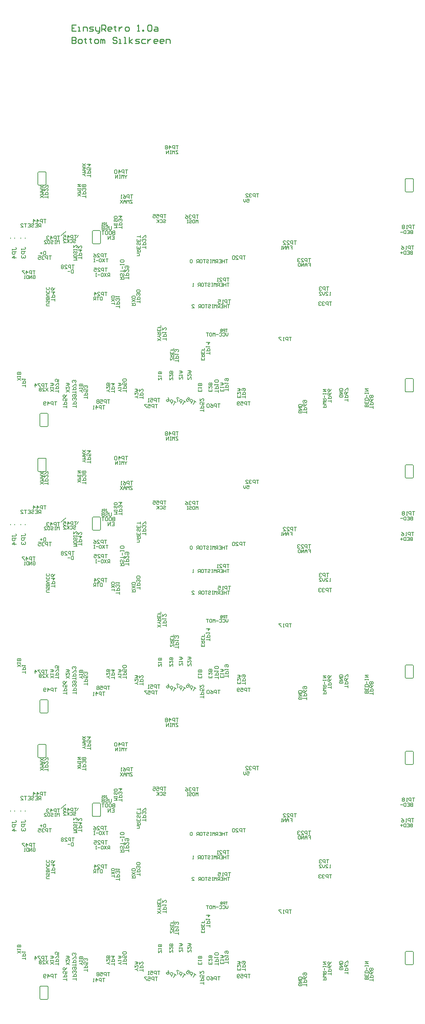
<source format=gbo>
G04 Layer_Color=32896*
%FSLAX24Y24*%
%MOIN*%
G70*
G01*
G75*
%ADD10C,0.0070*%
%ADD12C,0.0100*%
%ADD14C,0.0080*%
%ADD65C,0.0060*%
%ADD148C,0.0050*%
%ADD155C,0.0079*%
G54D10*
X3982Y19935D02*
Y20069D01*
Y20002D01*
X4315D01*
X4382Y20069D01*
Y20135D01*
X4315Y20202D01*
X4382Y19802D02*
X3982D01*
Y19602D01*
X4049Y19535D01*
X4182D01*
X4249Y19602D01*
Y19802D01*
X4049Y19402D02*
X3982Y19336D01*
Y19202D01*
X4049Y19136D01*
X4115D01*
X4182Y19202D01*
Y19269D01*
Y19202D01*
X4249Y19136D01*
X4315D01*
X4382Y19202D01*
Y19336D01*
X4315Y19402D01*
X3082Y19905D02*
Y20039D01*
Y19972D01*
X3415D01*
X3482Y20039D01*
Y20105D01*
X3415Y20172D01*
X3482Y19772D02*
X3082D01*
Y19572D01*
X3149Y19505D01*
X3282D01*
X3349Y19572D01*
Y19772D01*
X3482Y19172D02*
X3082D01*
X3282Y19372D01*
Y19106D01*
X3982Y47927D02*
Y48061D01*
Y47994D01*
X4315D01*
X4382Y48061D01*
Y48127D01*
X4315Y48194D01*
X4382Y47794D02*
X3982D01*
Y47594D01*
X4049Y47528D01*
X4182D01*
X4249Y47594D01*
Y47794D01*
X4049Y47394D02*
X3982Y47328D01*
Y47194D01*
X4049Y47128D01*
X4115D01*
X4182Y47194D01*
Y47261D01*
Y47194D01*
X4249Y47128D01*
X4315D01*
X4382Y47194D01*
Y47328D01*
X4315Y47394D01*
X3082Y47897D02*
Y48031D01*
Y47964D01*
X3415D01*
X3482Y48031D01*
Y48097D01*
X3415Y48164D01*
X3482Y47764D02*
X3082D01*
Y47564D01*
X3149Y47498D01*
X3282D01*
X3349Y47564D01*
Y47764D01*
X3482Y47164D02*
X3082D01*
X3282Y47364D01*
Y47098D01*
X3982Y75920D02*
Y76053D01*
Y75986D01*
X4315D01*
X4382Y76053D01*
Y76119D01*
X4315Y76186D01*
X4382Y75786D02*
X3982D01*
Y75586D01*
X4049Y75520D01*
X4182D01*
X4249Y75586D01*
Y75786D01*
X4049Y75386D02*
X3982Y75320D01*
Y75186D01*
X4049Y75120D01*
X4115D01*
X4182Y75186D01*
Y75253D01*
Y75186D01*
X4249Y75120D01*
X4315D01*
X4382Y75186D01*
Y75320D01*
X4315Y75386D01*
X3082Y75890D02*
Y76023D01*
Y75956D01*
X3415D01*
X3482Y76023D01*
Y76090D01*
X3415Y76156D01*
X3482Y75756D02*
X3082D01*
Y75556D01*
X3149Y75490D01*
X3282D01*
X3349Y75556D01*
Y75756D01*
X3482Y75156D02*
X3082D01*
X3282Y75356D01*
Y75090D01*
G54D12*
X8928Y96728D02*
Y96128D01*
X9228D01*
X9328Y96228D01*
Y96328D01*
X9228Y96428D01*
X8928D01*
X9228D01*
X9328Y96528D01*
Y96628D01*
X9228Y96728D01*
X8928D01*
X9628Y96128D02*
X9828D01*
X9928Y96228D01*
Y96428D01*
X9828Y96528D01*
X9628D01*
X9528Y96428D01*
Y96228D01*
X9628Y96128D01*
X10228Y96628D02*
Y96528D01*
X10128D01*
X10328D01*
X10228D01*
Y96228D01*
X10328Y96128D01*
X10728Y96628D02*
Y96528D01*
X10628D01*
X10828D01*
X10728D01*
Y96228D01*
X10828Y96128D01*
X11228D02*
X11428D01*
X11528Y96228D01*
Y96428D01*
X11428Y96528D01*
X11228D01*
X11128Y96428D01*
Y96228D01*
X11228Y96128D01*
X11727D02*
Y96528D01*
X11827D01*
X11927Y96428D01*
Y96128D01*
Y96428D01*
X12027Y96528D01*
X12127Y96428D01*
Y96128D01*
X13327Y96628D02*
X13227Y96728D01*
X13027D01*
X12927Y96628D01*
Y96528D01*
X13027Y96428D01*
X13227D01*
X13327Y96328D01*
Y96228D01*
X13227Y96128D01*
X13027D01*
X12927Y96228D01*
X13527Y96128D02*
X13727D01*
X13627D01*
Y96528D01*
X13527D01*
X14027Y96128D02*
X14227D01*
X14127D01*
Y96728D01*
X14027D01*
X14527Y96128D02*
Y96728D01*
Y96328D02*
X14826Y96528D01*
X14527Y96328D02*
X14826Y96128D01*
X15126D02*
X15426D01*
X15526Y96228D01*
X15426Y96328D01*
X15226D01*
X15126Y96428D01*
X15226Y96528D01*
X15526D01*
X16126D02*
X15826D01*
X15726Y96428D01*
Y96228D01*
X15826Y96128D01*
X16126D01*
X16326Y96528D02*
Y96128D01*
Y96328D01*
X16426Y96428D01*
X16526Y96528D01*
X16626D01*
X17226Y96128D02*
X17026D01*
X16926Y96228D01*
Y96428D01*
X17026Y96528D01*
X17226D01*
X17326Y96428D01*
Y96328D01*
X16926D01*
X17825Y96128D02*
X17626D01*
X17526Y96228D01*
Y96428D01*
X17626Y96528D01*
X17825D01*
X17925Y96428D01*
Y96328D01*
X17526D01*
X18125Y96128D02*
Y96528D01*
X18425D01*
X18525Y96428D01*
Y96128D01*
X9328Y97928D02*
X8928D01*
Y97328D01*
X9328D01*
X8928Y97628D02*
X9128D01*
X9528Y97328D02*
X9728D01*
X9628D01*
Y97728D01*
X9528D01*
X10028Y97328D02*
Y97728D01*
X10328D01*
X10428Y97628D01*
Y97328D01*
X10628D02*
X10928D01*
X11028Y97428D01*
X10928Y97528D01*
X10728D01*
X10628Y97628D01*
X10728Y97728D01*
X11028D01*
X11228D02*
Y97428D01*
X11328Y97328D01*
X11627D01*
Y97228D01*
X11528Y97128D01*
X11428D01*
X11627Y97328D02*
Y97728D01*
X11827Y97328D02*
Y97928D01*
X12127D01*
X12227Y97828D01*
Y97628D01*
X12127Y97528D01*
X11827D01*
X12027D02*
X12227Y97328D01*
X12727D02*
X12527D01*
X12427Y97428D01*
Y97628D01*
X12527Y97728D01*
X12727D01*
X12827Y97628D01*
Y97528D01*
X12427D01*
X13127Y97828D02*
Y97728D01*
X13027D01*
X13227D01*
X13127D01*
Y97428D01*
X13227Y97328D01*
X13527Y97728D02*
Y97328D01*
Y97528D01*
X13627Y97628D01*
X13727Y97728D01*
X13827D01*
X14227Y97328D02*
X14427D01*
X14527Y97428D01*
Y97628D01*
X14427Y97728D01*
X14227D01*
X14127Y97628D01*
Y97428D01*
X14227Y97328D01*
X15326D02*
X15526D01*
X15426D01*
Y97928D01*
X15326Y97828D01*
X15826Y97328D02*
Y97428D01*
X15926D01*
Y97328D01*
X15826D01*
X16326Y97828D02*
X16426Y97928D01*
X16626D01*
X16726Y97828D01*
Y97428D01*
X16626Y97328D01*
X16426D01*
X16326Y97428D01*
Y97828D01*
X17026Y97728D02*
X17226D01*
X17326Y97628D01*
Y97328D01*
X17026D01*
X16926Y97428D01*
X17026Y97528D01*
X17326D01*
G54D14*
X7862Y21332D02*
X8332Y21732D01*
X9382Y21132D02*
X9552Y21362D01*
X7862Y49324D02*
X8332Y49724D01*
X9382Y49124D02*
X9552Y49354D01*
X7862Y77316D02*
X8332Y77716D01*
X9382Y77116D02*
X9552Y77346D01*
G54D65*
X6302Y26282D02*
X6373Y26311D01*
X6402Y26382D01*
Y27482D02*
X6373Y27553D01*
X6302Y27582D01*
X5702D02*
X5631Y27553D01*
X5602Y27482D01*
Y26382D02*
X5631Y26311D01*
X5702Y26282D01*
X6482Y2672D02*
X6553Y2701D01*
X6582Y2772D01*
Y3872D02*
X6553Y3943D01*
X6482Y3972D01*
X5882D02*
X5811Y3943D01*
X5782Y3872D01*
Y2772D02*
X5811Y2701D01*
X5882Y2672D01*
X42222Y25622D02*
X42293Y25651D01*
X42322Y25722D01*
Y26822D02*
X42293Y26893D01*
X42222Y26922D01*
X41622D02*
X41551Y26893D01*
X41522Y26822D01*
Y25722D02*
X41551Y25651D01*
X41622Y25622D01*
X10931Y20643D02*
X10961Y20573D01*
X11031Y20543D01*
Y21843D02*
X10961Y21814D01*
X10931Y21743D01*
X11731D02*
X11702Y21814D01*
X11631Y21843D01*
Y20543D02*
X11702Y20573D01*
X11731Y20643D01*
X41609Y7359D02*
X41539Y7330D01*
X41509Y7259D01*
Y6159D02*
X41539Y6089D01*
X41609Y6059D01*
X42209D02*
X42280Y6089D01*
X42309Y6159D01*
Y7259D02*
X42280Y7330D01*
X42209Y7359D01*
X5602Y26382D02*
Y27482D01*
X5702Y27582D02*
X6302D01*
X5702Y26282D02*
X6302D01*
X6402Y26382D02*
Y27482D01*
X5782Y2772D02*
Y3872D01*
X5882Y3972D02*
X6482D01*
X5882Y2672D02*
X6482D01*
X6582Y2772D02*
Y3872D01*
X41522Y25722D02*
Y26822D01*
X41622Y26922D02*
X42222D01*
X41622Y25622D02*
X42222D01*
X42322Y25722D02*
Y26822D01*
X11731Y20643D02*
Y21743D01*
X11031Y20543D02*
X11631D01*
X11031Y21843D02*
X11631D01*
X10931Y20643D02*
Y21743D01*
X42309Y6159D02*
Y7259D01*
X41609Y6059D02*
X42209D01*
X41609Y7359D02*
X42209D01*
X41509Y6159D02*
Y7259D01*
X34332Y14862D02*
X34099D01*
X34215D01*
Y14512D01*
X33982D02*
Y14862D01*
X33807D01*
X33749Y14803D01*
Y14687D01*
X33807Y14629D01*
X33982D01*
X33632Y14803D02*
X33574Y14862D01*
X33457D01*
X33399Y14803D01*
Y14745D01*
X33457Y14687D01*
X33515D01*
X33457D01*
X33399Y14629D01*
Y14570D01*
X33457Y14512D01*
X33574D01*
X33632Y14570D01*
X33282Y14803D02*
X33224Y14862D01*
X33107D01*
X33049Y14803D01*
Y14745D01*
X33107Y14687D01*
X33166D01*
X33107D01*
X33049Y14629D01*
Y14570D01*
X33107Y14512D01*
X33224D01*
X33282Y14570D01*
X32279Y19119D02*
X32046D01*
X32163D01*
Y18769D01*
X31929D02*
Y19119D01*
X31755D01*
X31696Y19061D01*
Y18944D01*
X31755Y18886D01*
X31929D01*
X31346Y18769D02*
X31580D01*
X31346Y19003D01*
Y19061D01*
X31405Y19119D01*
X31521D01*
X31580Y19061D01*
X31230D02*
X31171Y19119D01*
X31055D01*
X30996Y19061D01*
Y19003D01*
X31055Y18944D01*
X31113D01*
X31055D01*
X30996Y18886D01*
Y18828D01*
X31055Y18769D01*
X31171D01*
X31230Y18828D01*
X30872Y20832D02*
X30639D01*
X30755D01*
Y20482D01*
X30522D02*
Y20832D01*
X30347D01*
X30289Y20773D01*
Y20657D01*
X30347Y20599D01*
X30522D01*
X29939Y20482D02*
X30172D01*
X29939Y20715D01*
Y20773D01*
X29997Y20832D01*
X30114D01*
X30172Y20773D01*
X29589Y20482D02*
X29822D01*
X29589Y20715D01*
Y20773D01*
X29647Y20832D01*
X29764D01*
X29822Y20773D01*
X21812Y4132D02*
Y4365D01*
Y4249D01*
X21462D01*
Y4482D02*
X21812D01*
Y4657D01*
X21753Y4715D01*
X21637D01*
X21579Y4657D01*
Y4482D01*
X21812Y5065D02*
Y4832D01*
X21637D01*
X21695Y4948D01*
Y5007D01*
X21637Y5065D01*
X21520D01*
X21462Y5007D01*
Y4890D01*
X21520Y4832D01*
X21462Y5415D02*
Y5182D01*
X21695Y5415D01*
X21753D01*
X21812Y5356D01*
Y5240D01*
X21753Y5182D01*
X24229Y6159D02*
Y6393D01*
Y6276D01*
X23879D01*
Y6509D02*
X24229D01*
Y6684D01*
X24171Y6743D01*
X24054D01*
X23996Y6684D01*
Y6509D01*
X23879Y6859D02*
Y6976D01*
Y6917D01*
X24229D01*
X24171Y6859D01*
X23938Y7151D02*
X23879Y7209D01*
Y7326D01*
X23938Y7384D01*
X24171D01*
X24229Y7326D01*
Y7209D01*
X24171Y7151D01*
X24113D01*
X24054Y7209D01*
Y7384D01*
X23242Y6012D02*
Y6245D01*
Y6129D01*
X22892D01*
Y6362D02*
X23242D01*
Y6537D01*
X23183Y6595D01*
X23067D01*
X23009Y6537D01*
Y6362D01*
X22892Y6712D02*
Y6828D01*
Y6770D01*
X23242D01*
X23183Y6712D01*
Y7003D02*
X23242Y7062D01*
Y7178D01*
X23183Y7236D01*
X22950D01*
X22892Y7178D01*
Y7062D01*
X22950Y7003D01*
X23183D01*
X25892Y5462D02*
Y5695D01*
Y5579D01*
X25542D01*
Y5812D02*
X25892D01*
Y5987D01*
X25833Y6045D01*
X25717D01*
X25659Y5987D01*
Y5812D01*
X25600Y6162D02*
X25542Y6220D01*
Y6337D01*
X25600Y6395D01*
X25833D01*
X25892Y6337D01*
Y6220D01*
X25833Y6162D01*
X25775D01*
X25717Y6220D01*
Y6395D01*
X17522Y5432D02*
X17289D01*
X17405D01*
Y5082D01*
X17172D02*
Y5432D01*
X16997D01*
X16939Y5373D01*
Y5257D01*
X16997Y5199D01*
X17172D01*
X16589Y5432D02*
X16822D01*
Y5257D01*
X16705Y5315D01*
X16647D01*
X16589Y5257D01*
Y5140D01*
X16647Y5082D01*
X16764D01*
X16822Y5140D01*
X16472Y5082D02*
X16356D01*
X16414D01*
Y5432D01*
X16472Y5373D01*
X20037Y5075D02*
X19835Y5192D01*
X19936Y5133D01*
X19761Y4830D01*
X19559Y4947D02*
X19734Y5250D01*
X19582Y5337D01*
X19503Y5316D01*
X19444Y5215D01*
X19466Y5135D01*
X19617Y5048D01*
X19431Y5425D02*
X19229Y5541D01*
X19200Y5491D01*
X19285Y5172D01*
X19256Y5122D01*
X19117Y5035D02*
X18915Y5152D01*
X19016Y5093D01*
X18841Y4790D01*
X18639Y4907D02*
X18814Y5210D01*
X18662Y5297D01*
X18583Y5276D01*
X18524Y5175D01*
X18546Y5095D01*
X18697Y5008D01*
X18309Y5501D02*
X18381Y5393D01*
X18423Y5233D01*
X18365Y5132D01*
X18285Y5111D01*
X18184Y5169D01*
X18163Y5249D01*
X18192Y5299D01*
X18272Y5321D01*
X18423Y5233D01*
X21057Y5075D02*
X20855Y5192D01*
X20956Y5133D01*
X20781Y4830D01*
X20579Y4947D02*
X20754Y5250D01*
X20602Y5337D01*
X20523Y5316D01*
X20464Y5215D01*
X20486Y5135D01*
X20637Y5048D01*
X20249Y5541D02*
X20451Y5425D01*
X20363Y5273D01*
X20291Y5382D01*
X20241Y5411D01*
X20161Y5390D01*
X20103Y5289D01*
X20124Y5209D01*
X20225Y5151D01*
X20305Y5172D01*
X10452Y5392D02*
Y5625D01*
Y5509D01*
X10102D01*
Y5742D02*
X10452D01*
Y5917D01*
X10393Y5975D01*
X10277D01*
X10219Y5917D01*
Y5742D01*
X10452Y6325D02*
Y6092D01*
X10277D01*
X10335Y6208D01*
Y6267D01*
X10277Y6325D01*
X10160D01*
X10102Y6267D01*
Y6150D01*
X10160Y6092D01*
X10393Y6442D02*
X10452Y6500D01*
Y6616D01*
X10393Y6675D01*
X10335D01*
X10277Y6616D01*
Y6558D01*
Y6616D01*
X10219Y6675D01*
X10160D01*
X10102Y6616D01*
Y6500D01*
X10160Y6442D01*
X14242Y6042D02*
Y6275D01*
Y6159D01*
X13892D01*
Y6392D02*
X14242D01*
Y6567D01*
X14183Y6625D01*
X14067D01*
X14009Y6567D01*
Y6392D01*
X14242Y6975D02*
Y6742D01*
X14067D01*
X14125Y6858D01*
Y6917D01*
X14067Y6975D01*
X13950D01*
X13892Y6917D01*
Y6800D01*
X13950Y6742D01*
X14183Y7092D02*
X14242Y7150D01*
Y7266D01*
X14183Y7325D01*
X13950D01*
X13892Y7266D01*
Y7150D01*
X13950Y7092D01*
X14183D01*
X13092Y6002D02*
Y6235D01*
Y6119D01*
X12742D01*
Y6352D02*
X13092D01*
Y6527D01*
X13033Y6585D01*
X12917D01*
X12859Y6527D01*
Y6352D01*
X12742Y6877D02*
X13092D01*
X12917Y6702D01*
Y6935D01*
X15872Y5392D02*
Y5625D01*
Y5509D01*
X15522D01*
Y5742D02*
X15872D01*
Y5917D01*
X15813Y5975D01*
X15697D01*
X15639Y5917D01*
Y5742D01*
X15522Y6325D02*
Y6092D01*
X15755Y6325D01*
X15813D01*
X15872Y6267D01*
Y6150D01*
X15813Y6092D01*
X4392Y6542D02*
Y6775D01*
Y6659D01*
X4042D01*
Y6892D02*
X4392D01*
Y7067D01*
X4333Y7125D01*
X4217D01*
X4159Y7067D01*
Y6892D01*
X4042Y7242D02*
Y7358D01*
Y7300D01*
X4392D01*
X4333Y7242D01*
X31872Y3972D02*
Y4205D01*
Y4089D01*
X31522D01*
Y4322D02*
X31872D01*
Y4497D01*
X31813Y4555D01*
X31697D01*
X31639Y4497D01*
Y4322D01*
X31872Y4905D02*
X31813Y4788D01*
X31697Y4672D01*
X31580D01*
X31522Y4730D01*
Y4847D01*
X31580Y4905D01*
X31639D01*
X31697Y4847D01*
Y4672D01*
X31580Y5022D02*
X31522Y5080D01*
Y5196D01*
X31580Y5255D01*
X31813D01*
X31872Y5196D01*
Y5080D01*
X31813Y5022D01*
X31755D01*
X31697Y5080D01*
Y5255D01*
X38382Y4452D02*
Y4685D01*
Y4569D01*
X38032D01*
Y4802D02*
X38382D01*
Y4977D01*
X38323Y5035D01*
X38207D01*
X38149Y4977D01*
Y4802D01*
X38382Y5385D02*
X38323Y5268D01*
X38207Y5152D01*
X38090D01*
X38032Y5210D01*
Y5327D01*
X38090Y5385D01*
X38149D01*
X38207Y5327D01*
Y5152D01*
X38323Y5502D02*
X38382Y5560D01*
Y5676D01*
X38323Y5735D01*
X38265D01*
X38207Y5676D01*
X38149Y5735D01*
X38090D01*
X38032Y5676D01*
Y5560D01*
X38090Y5502D01*
X38149D01*
X38207Y5560D01*
X38265Y5502D01*
X38323D01*
X38207Y5560D02*
Y5676D01*
X35922Y5142D02*
Y5375D01*
Y5259D01*
X35572D01*
Y5492D02*
X35922D01*
Y5667D01*
X35863Y5725D01*
X35747D01*
X35689Y5667D01*
Y5492D01*
X35922Y6075D02*
X35863Y5958D01*
X35747Y5842D01*
X35630D01*
X35572Y5900D01*
Y6017D01*
X35630Y6075D01*
X35689D01*
X35747Y6017D01*
Y5842D01*
X35922Y6192D02*
Y6425D01*
X35863D01*
X35630Y6192D01*
X35572D01*
X34292Y5052D02*
Y5285D01*
Y5169D01*
X33942D01*
Y5402D02*
X34292D01*
Y5577D01*
X34233Y5635D01*
X34117D01*
X34059Y5577D01*
Y5402D01*
X34292Y5985D02*
X34233Y5868D01*
X34117Y5752D01*
X34000D01*
X33942Y5810D01*
Y5927D01*
X34000Y5985D01*
X34059D01*
X34117Y5927D01*
Y5752D01*
X34292Y6335D02*
X34233Y6218D01*
X34117Y6102D01*
X34000D01*
X33942Y6160D01*
Y6276D01*
X34000Y6335D01*
X34059D01*
X34117Y6276D01*
Y6102D01*
X19322Y30152D02*
X19089D01*
X19205D01*
Y29802D01*
X18972D02*
Y30152D01*
X18797D01*
X18739Y30093D01*
Y29977D01*
X18797Y29919D01*
X18972D01*
X18447Y29802D02*
Y30152D01*
X18622Y29977D01*
X18389D01*
X18272Y30093D02*
X18214Y30152D01*
X18097D01*
X18039Y30093D01*
Y30035D01*
X18097Y29977D01*
X18039Y29919D01*
Y29860D01*
X18097Y29802D01*
X18214D01*
X18272Y29860D01*
Y29919D01*
X18214Y29977D01*
X18272Y30035D01*
Y30093D01*
X18214Y29977D02*
X18097D01*
X5322Y17922D02*
X5089D01*
X5205D01*
Y17572D01*
X4972D02*
Y17922D01*
X4797D01*
X4739Y17863D01*
Y17747D01*
X4797Y17689D01*
X4972D01*
X4447Y17572D02*
Y17922D01*
X4622Y17747D01*
X4389D01*
X4272Y17922D02*
X4039D01*
Y17863D01*
X4272Y17630D01*
Y17572D01*
X7252Y14952D02*
Y15185D01*
Y15069D01*
X6902D01*
Y15302D02*
X7252D01*
Y15477D01*
X7193Y15535D01*
X7077D01*
X7019Y15477D01*
Y15302D01*
X6902Y15827D02*
X7252D01*
X7077Y15652D01*
Y15885D01*
X7252Y16235D02*
X7193Y16118D01*
X7077Y16002D01*
X6960D01*
X6902Y16060D01*
Y16176D01*
X6960Y16235D01*
X7019D01*
X7077Y16176D01*
Y16002D01*
X9382Y21372D02*
X9149D01*
X9265D01*
Y21022D01*
X9032D02*
Y21372D01*
X8857D01*
X8799Y21313D01*
Y21197D01*
X8857Y21139D01*
X9032D01*
X8507Y21022D02*
Y21372D01*
X8682Y21197D01*
X8449D01*
X8099Y21372D02*
X8332D01*
Y21197D01*
X8216Y21255D01*
X8157D01*
X8099Y21197D01*
Y21080D01*
X8157Y21022D01*
X8274D01*
X8332Y21080D01*
X6389Y22939D02*
X6156D01*
X6273D01*
Y22589D01*
X6039D02*
Y22939D01*
X5865D01*
X5806Y22881D01*
Y22764D01*
X5865Y22706D01*
X6039D01*
X5515Y22589D02*
Y22939D01*
X5690Y22764D01*
X5456D01*
X5165Y22589D02*
Y22939D01*
X5340Y22764D01*
X5106D01*
X7732Y21292D02*
X7499D01*
X7615D01*
Y20942D01*
X7382D02*
Y21292D01*
X7207D01*
X7149Y21233D01*
Y21117D01*
X7207Y21059D01*
X7382D01*
X6857Y20942D02*
Y21292D01*
X7032Y21117D01*
X6799D01*
X6682Y21233D02*
X6624Y21292D01*
X6507D01*
X6449Y21233D01*
Y21175D01*
X6507Y21117D01*
X6566D01*
X6507D01*
X6449Y21059D01*
Y21000D01*
X6507Y20942D01*
X6624D01*
X6682Y21000D01*
X9882Y19062D02*
Y19295D01*
Y19179D01*
X9532D01*
Y19412D02*
X9882D01*
Y19587D01*
X9823Y19645D01*
X9707D01*
X9649Y19587D01*
Y19412D01*
X9532Y19937D02*
X9882D01*
X9707Y19762D01*
Y19995D01*
X9532Y20345D02*
Y20112D01*
X9765Y20345D01*
X9823D01*
X9882Y20286D01*
Y20170D01*
X9823Y20112D01*
X14379Y27759D02*
X14146D01*
X14263D01*
Y27409D01*
X14029D02*
Y27759D01*
X13855D01*
X13796Y27701D01*
Y27584D01*
X13855Y27526D01*
X14029D01*
X13505Y27409D02*
Y27759D01*
X13680Y27584D01*
X13446D01*
X13330Y27701D02*
X13271Y27759D01*
X13155D01*
X13096Y27701D01*
Y27468D01*
X13155Y27409D01*
X13271D01*
X13330Y27468D01*
Y27701D01*
X10269Y25049D02*
Y25283D01*
Y25166D01*
X9919D01*
Y25399D02*
X10269D01*
Y25574D01*
X10211Y25633D01*
X10094D01*
X10036Y25574D01*
Y25399D01*
X10211Y25749D02*
X10269Y25807D01*
Y25924D01*
X10211Y25982D01*
X10153D01*
X10094Y25924D01*
Y25866D01*
Y25924D01*
X10036Y25982D01*
X9978D01*
X9919Y25924D01*
Y25807D01*
X9978Y25749D01*
X10211Y26099D02*
X10269Y26157D01*
Y26274D01*
X10211Y26332D01*
X10153D01*
X10094Y26274D01*
X10036Y26332D01*
X9978D01*
X9919Y26274D01*
Y26157D01*
X9978Y26099D01*
X10036D01*
X10094Y26157D01*
X10153Y26099D01*
X10211D01*
X10094Y26157D02*
Y26274D01*
X16142Y20082D02*
Y20315D01*
Y20199D01*
X15792D01*
Y20432D02*
X16142D01*
Y20607D01*
X16083Y20665D01*
X15967D01*
X15909Y20607D01*
Y20432D01*
X16083Y20782D02*
X16142Y20840D01*
Y20957D01*
X16083Y21015D01*
X16025D01*
X15967Y20957D01*
Y20898D01*
Y20957D01*
X15909Y21015D01*
X15850D01*
X15792Y20957D01*
Y20840D01*
X15850Y20782D01*
X16142Y21132D02*
Y21365D01*
X16083D01*
X15850Y21132D01*
X15792D01*
X21302Y23372D02*
X21069D01*
X21185D01*
Y23022D01*
X20952D02*
Y23372D01*
X20777D01*
X20719Y23313D01*
Y23197D01*
X20777Y23139D01*
X20952D01*
X20602Y23313D02*
X20544Y23372D01*
X20427D01*
X20369Y23313D01*
Y23255D01*
X20427Y23197D01*
X20485D01*
X20427D01*
X20369Y23139D01*
Y23080D01*
X20427Y23022D01*
X20544D01*
X20602Y23080D01*
X20019Y23372D02*
X20136Y23313D01*
X20252Y23197D01*
Y23080D01*
X20194Y23022D01*
X20077D01*
X20019Y23080D01*
Y23139D01*
X20077Y23197D01*
X20252D01*
X13832Y22032D02*
Y22265D01*
Y22149D01*
X13482D01*
Y22382D02*
X13832D01*
Y22557D01*
X13773Y22615D01*
X13657D01*
X13599Y22557D01*
Y22382D01*
X13773Y22732D02*
X13832Y22790D01*
Y22907D01*
X13773Y22965D01*
X13715D01*
X13657Y22907D01*
Y22848D01*
Y22907D01*
X13599Y22965D01*
X13540D01*
X13482Y22907D01*
Y22790D01*
X13540Y22732D01*
X13482Y23256D02*
X13832D01*
X13657Y23082D01*
Y23315D01*
X24439Y15069D02*
X24206D01*
X24323D01*
Y14719D01*
X24089D02*
Y15069D01*
X23915D01*
X23856Y15011D01*
Y14894D01*
X23915Y14836D01*
X24089D01*
X23740Y14719D02*
X23623D01*
X23681D01*
Y15069D01*
X23740Y15011D01*
X23215Y15069D02*
X23448D01*
Y14894D01*
X23331Y14953D01*
X23273D01*
X23215Y14894D01*
Y14778D01*
X23273Y14719D01*
X23390D01*
X23448Y14778D01*
X25892Y19372D02*
X25659D01*
X25775D01*
Y19022D01*
X25542D02*
Y19372D01*
X25367D01*
X25309Y19313D01*
Y19197D01*
X25367Y19139D01*
X25542D01*
X24959Y19022D02*
X25192D01*
X24959Y19255D01*
Y19313D01*
X25017Y19372D01*
X25134D01*
X25192Y19313D01*
X24842D02*
X24784Y19372D01*
X24667D01*
X24609Y19313D01*
Y19080D01*
X24667Y19022D01*
X24784D01*
X24842Y19080D01*
Y19313D01*
X24299Y17209D02*
X24066D01*
X24183D01*
Y16859D01*
X23949D02*
Y17209D01*
X23775D01*
X23716Y17151D01*
Y17034D01*
X23775Y16976D01*
X23949D01*
X23366Y16859D02*
X23600D01*
X23366Y17093D01*
Y17151D01*
X23425Y17209D01*
X23541D01*
X23600Y17151D01*
X23250Y16859D02*
X23133D01*
X23191D01*
Y17209D01*
X23250Y17151D01*
X34039Y16329D02*
X33806D01*
X33923D01*
Y15979D01*
X33689D02*
Y16329D01*
X33515D01*
X33456Y16271D01*
Y16154D01*
X33515Y16096D01*
X33689D01*
X33340Y16271D02*
X33281Y16329D01*
X33165D01*
X33106Y16271D01*
Y16213D01*
X33165Y16154D01*
X33223D01*
X33165D01*
X33106Y16096D01*
Y16038D01*
X33165Y15979D01*
X33281D01*
X33340Y16038D01*
X42362Y20342D02*
X42129D01*
X42245D01*
Y19992D01*
X42012D02*
Y20342D01*
X41837D01*
X41779Y20283D01*
Y20167D01*
X41837Y20109D01*
X42012D01*
X41662Y19992D02*
X41545D01*
X41604D01*
Y20342D01*
X41662Y20283D01*
X41137Y20342D02*
X41254Y20283D01*
X41371Y20167D01*
Y20050D01*
X41312Y19992D01*
X41196D01*
X41137Y20050D01*
Y20109D01*
X41196Y20167D01*
X41371D01*
X30392Y11412D02*
X30159D01*
X30275D01*
Y11062D01*
X30042D02*
Y11412D01*
X29867D01*
X29809Y11353D01*
Y11237D01*
X29867Y11179D01*
X30042D01*
X29692Y11062D02*
X29575D01*
X29634D01*
Y11412D01*
X29692Y11353D01*
X29401Y11412D02*
X29167D01*
Y11353D01*
X29401Y11120D01*
Y11062D01*
X42442Y22362D02*
X42209D01*
X42325D01*
Y22012D01*
X42092D02*
Y22362D01*
X41917D01*
X41859Y22303D01*
Y22187D01*
X41917Y22129D01*
X42092D01*
X41742Y22012D02*
X41625D01*
X41684D01*
Y22362D01*
X41742Y22303D01*
X41451D02*
X41392Y22362D01*
X41276D01*
X41217Y22303D01*
Y22245D01*
X41276Y22187D01*
X41217Y22129D01*
Y22070D01*
X41276Y22012D01*
X41392D01*
X41451Y22070D01*
Y22129D01*
X41392Y22187D01*
X41451Y22245D01*
Y22303D01*
X41392Y22187D02*
X41276D01*
X12362Y15822D02*
X12129D01*
X12245D01*
Y15472D01*
X12012D02*
Y15822D01*
X11837D01*
X11779Y15763D01*
Y15647D01*
X11837Y15589D01*
X12012D01*
X11429Y15472D02*
X11662D01*
X11429Y15705D01*
Y15763D01*
X11487Y15822D01*
X11604D01*
X11662Y15763D01*
X11137Y15472D02*
Y15822D01*
X11312Y15647D01*
X11079D01*
X12372Y18182D02*
X12139D01*
X12255D01*
Y17832D01*
X12022D02*
Y18182D01*
X11847D01*
X11789Y18123D01*
Y18007D01*
X11847Y17949D01*
X12022D01*
X11439Y17832D02*
X11672D01*
X11439Y18065D01*
Y18123D01*
X11497Y18182D01*
X11614D01*
X11672Y18123D01*
X11089Y18182D02*
X11322D01*
Y18007D01*
X11206Y18065D01*
X11147D01*
X11089Y18007D01*
Y17890D01*
X11147Y17832D01*
X11264D01*
X11322Y17890D01*
X12322Y19582D02*
X12089D01*
X12205D01*
Y19232D01*
X11972D02*
Y19582D01*
X11797D01*
X11739Y19523D01*
Y19407D01*
X11797Y19349D01*
X11972D01*
X11389Y19232D02*
X11622D01*
X11389Y19465D01*
Y19523D01*
X11447Y19582D01*
X11564D01*
X11622Y19523D01*
X11039Y19582D02*
X11156Y19523D01*
X11272Y19407D01*
Y19290D01*
X11214Y19232D01*
X11097D01*
X11039Y19290D01*
Y19349D01*
X11097Y19407D01*
X11272D01*
X14482Y17102D02*
Y17335D01*
Y17219D01*
X14132D01*
Y17452D02*
X14482D01*
Y17627D01*
X14423Y17685D01*
X14307D01*
X14249Y17627D01*
Y17452D01*
X14132Y18035D02*
Y17802D01*
X14365Y18035D01*
X14423D01*
X14482Y17977D01*
Y17860D01*
X14423Y17802D01*
X14190Y18152D02*
X14132Y18210D01*
Y18326D01*
X14190Y18385D01*
X14423D01*
X14482Y18326D01*
Y18210D01*
X14423Y18152D01*
X14365D01*
X14307Y18210D01*
Y18385D01*
X15592Y14772D02*
Y15005D01*
Y14889D01*
X15242D01*
Y15122D02*
X15592D01*
Y15297D01*
X15533Y15355D01*
X15417D01*
X15359Y15297D01*
Y15122D01*
X15533Y15472D02*
X15592Y15530D01*
Y15647D01*
X15533Y15705D01*
X15475D01*
X15417Y15647D01*
Y15588D01*
Y15647D01*
X15359Y15705D01*
X15300D01*
X15242Y15647D01*
Y15530D01*
X15300Y15472D01*
X15533Y15822D02*
X15592Y15880D01*
Y15996D01*
X15533Y16055D01*
X15300D01*
X15242Y15996D01*
Y15880D01*
X15300Y15822D01*
X15533D01*
X13582Y14282D02*
Y14515D01*
Y14399D01*
X13232D01*
Y14632D02*
X13582D01*
Y14807D01*
X13523Y14865D01*
X13407D01*
X13349Y14807D01*
Y14632D01*
X13523Y14982D02*
X13582Y15040D01*
Y15157D01*
X13523Y15215D01*
X13465D01*
X13407Y15157D01*
Y15098D01*
Y15157D01*
X13349Y15215D01*
X13290D01*
X13232Y15157D01*
Y15040D01*
X13290Y14982D01*
X13232Y15332D02*
Y15448D01*
Y15390D01*
X13582D01*
X13523Y15332D01*
X27192Y25442D02*
X26959D01*
X27075D01*
Y25092D01*
X26842D02*
Y25442D01*
X26667D01*
X26609Y25383D01*
Y25267D01*
X26667Y25209D01*
X26842D01*
X26492Y25383D02*
X26434Y25442D01*
X26317D01*
X26259Y25383D01*
Y25325D01*
X26317Y25267D01*
X26375D01*
X26317D01*
X26259Y25209D01*
Y25150D01*
X26317Y25092D01*
X26434D01*
X26492Y25150D01*
X25909Y25092D02*
X26142D01*
X25909Y25325D01*
Y25383D01*
X25967Y25442D01*
X26084D01*
X26142Y25383D01*
X7619Y6019D02*
Y6253D01*
Y6136D01*
X7269D01*
Y6369D02*
X7619D01*
Y6544D01*
X7561Y6603D01*
X7444D01*
X7386Y6544D01*
Y6369D01*
X7619Y6719D02*
Y6952D01*
X7561D01*
X7328Y6719D01*
X7269D01*
X7619Y7302D02*
Y7069D01*
X7444D01*
X7503Y7186D01*
Y7244D01*
X7444Y7302D01*
X7328D01*
X7269Y7244D01*
Y7127D01*
X7328Y7069D01*
X6532Y6882D02*
X6299D01*
X6415D01*
Y6532D01*
X6182D02*
Y6882D01*
X6007D01*
X5949Y6823D01*
Y6707D01*
X6007Y6649D01*
X6182D01*
X5832Y6882D02*
X5599D01*
Y6823D01*
X5832Y6590D01*
Y6532D01*
X5307D02*
Y6882D01*
X5482Y6707D01*
X5249D01*
X9312Y5922D02*
Y6155D01*
Y6039D01*
X8962D01*
Y6272D02*
X9312D01*
Y6447D01*
X9253Y6505D01*
X9137D01*
X9079Y6447D01*
Y6272D01*
X9312Y6622D02*
Y6855D01*
X9253D01*
X9020Y6622D01*
X8962D01*
X9253Y6972D02*
X9312Y7030D01*
Y7146D01*
X9253Y7205D01*
X9195D01*
X9137Y7146D01*
Y7088D01*
Y7146D01*
X9079Y7205D01*
X9020D01*
X8962Y7146D01*
Y7030D01*
X9020Y6972D01*
X18149Y11119D02*
Y11353D01*
Y11236D01*
X17799D01*
Y11469D02*
X18149D01*
Y11644D01*
X18091Y11703D01*
X17974D01*
X17916Y11644D01*
Y11469D01*
X17799Y11819D02*
Y11936D01*
Y11877D01*
X18149D01*
X18091Y11819D01*
X17799Y12344D02*
Y12111D01*
X18033Y12344D01*
X18091D01*
X18149Y12286D01*
Y12169D01*
X18091Y12111D01*
X19342Y8992D02*
Y9225D01*
Y9109D01*
X18992D01*
Y9342D02*
X19342D01*
Y9517D01*
X19283Y9575D01*
X19167D01*
X19109Y9517D01*
Y9342D01*
X18992Y9692D02*
Y9808D01*
Y9750D01*
X19342D01*
X19283Y9692D01*
Y9983D02*
X19342Y10042D01*
Y10158D01*
X19283Y10216D01*
X19225D01*
X19167Y10158D01*
Y10100D01*
Y10158D01*
X19109Y10216D01*
X19050D01*
X18992Y10158D01*
Y10042D01*
X19050Y9983D01*
X22412Y9732D02*
Y9965D01*
Y9849D01*
X22062D01*
Y10082D02*
X22412D01*
Y10257D01*
X22353Y10315D01*
X22237D01*
X22179Y10257D01*
Y10082D01*
X22062Y10432D02*
Y10548D01*
Y10490D01*
X22412D01*
X22353Y10432D01*
X22062Y10898D02*
X22412D01*
X22237Y10723D01*
Y10956D01*
X9152Y18462D02*
X8919D01*
X9035D01*
Y18112D01*
X8802D02*
Y18462D01*
X8627D01*
X8569Y18403D01*
Y18287D01*
X8627Y18229D01*
X8802D01*
X8219Y18112D02*
X8452D01*
X8219Y18345D01*
Y18403D01*
X8277Y18462D01*
X8394D01*
X8452Y18403D01*
X8102D02*
X8044Y18462D01*
X7927D01*
X7869Y18403D01*
Y18345D01*
X7927Y18287D01*
X7869Y18229D01*
Y18170D01*
X7927Y18112D01*
X8044D01*
X8102Y18170D01*
Y18229D01*
X8044Y18287D01*
X8102Y18345D01*
Y18403D01*
X8044Y18287D02*
X7927D01*
X6912Y19362D02*
X6679D01*
X6795D01*
Y19012D01*
X6562D02*
Y19362D01*
X6387D01*
X6329Y19303D01*
Y19187D01*
X6387Y19129D01*
X6562D01*
X6212Y19303D02*
X6154Y19362D01*
X6037D01*
X5979Y19303D01*
Y19245D01*
X6037Y19187D01*
X6095D01*
X6037D01*
X5979Y19129D01*
Y19070D01*
X6037Y19012D01*
X6154D01*
X6212Y19070D01*
X5629Y19362D02*
X5862D01*
Y19187D01*
X5746Y19245D01*
X5687D01*
X5629Y19187D01*
Y19070D01*
X5687Y19012D01*
X5804D01*
X5862Y19070D01*
X10749Y27089D02*
Y27323D01*
Y27206D01*
X10399D01*
Y27439D02*
X10749D01*
Y27614D01*
X10691Y27673D01*
X10574D01*
X10516Y27614D01*
Y27439D01*
X10749Y28022D02*
Y27789D01*
X10574D01*
X10633Y27906D01*
Y27964D01*
X10574Y28022D01*
X10458D01*
X10399Y27964D01*
Y27847D01*
X10458Y27789D01*
X10399Y28314D02*
X10749D01*
X10574Y28139D01*
Y28372D01*
X18132Y23412D02*
X17899D01*
X18015D01*
Y23062D01*
X17782D02*
Y23412D01*
X17607D01*
X17549Y23353D01*
Y23237D01*
X17607Y23179D01*
X17782D01*
X17199Y23412D02*
X17432D01*
Y23237D01*
X17315Y23295D01*
X17257D01*
X17199Y23237D01*
Y23120D01*
X17257Y23062D01*
X17374D01*
X17432Y23120D01*
X16849Y23412D02*
X17082D01*
Y23237D01*
X16966Y23295D01*
X16907D01*
X16849Y23237D01*
Y23120D01*
X16907Y23062D01*
X17024D01*
X17082Y23120D01*
X9349Y4529D02*
Y4763D01*
Y4646D01*
X8999D01*
Y4879D02*
X9349D01*
Y5054D01*
X9291Y5113D01*
X9174D01*
X9116Y5054D01*
Y4879D01*
X9291Y5229D02*
X9349Y5287D01*
Y5404D01*
X9291Y5462D01*
X9233D01*
X9174Y5404D01*
Y5346D01*
Y5404D01*
X9116Y5462D01*
X9058D01*
X8999Y5404D01*
Y5287D01*
X9058Y5229D01*
Y5579D02*
X8999Y5637D01*
Y5754D01*
X9058Y5812D01*
X9291D01*
X9349Y5754D01*
Y5637D01*
X9291Y5579D01*
X9233D01*
X9174Y5637D01*
Y5812D01*
X12152Y4732D02*
X11919D01*
X12035D01*
Y4382D01*
X11802D02*
Y4732D01*
X11627D01*
X11569Y4673D01*
Y4557D01*
X11627Y4499D01*
X11802D01*
X11277Y4382D02*
Y4732D01*
X11452Y4557D01*
X11219D01*
X11102Y4382D02*
X10986D01*
X11044D01*
Y4732D01*
X11102Y4673D01*
X7439Y5109D02*
X7206D01*
X7323D01*
Y4759D01*
X7089D02*
Y5109D01*
X6915D01*
X6856Y5051D01*
Y4934D01*
X6915Y4876D01*
X7089D01*
X6565Y4759D02*
Y5109D01*
X6740Y4934D01*
X6506D01*
X6390Y4818D02*
X6331Y4759D01*
X6215D01*
X6156Y4818D01*
Y5051D01*
X6215Y5109D01*
X6331D01*
X6390Y5051D01*
Y4993D01*
X6331Y4934D01*
X6156D01*
X8412Y4492D02*
Y4725D01*
Y4609D01*
X8062D01*
Y4842D02*
X8412D01*
Y5017D01*
X8353Y5075D01*
X8237D01*
X8179Y5017D01*
Y4842D01*
X8412Y5425D02*
Y5192D01*
X8237D01*
X8295Y5308D01*
Y5367D01*
X8237Y5425D01*
X8120D01*
X8062Y5367D01*
Y5250D01*
X8120Y5192D01*
X8412Y5775D02*
X8353Y5658D01*
X8237Y5542D01*
X8120D01*
X8062Y5600D01*
Y5716D01*
X8120Y5775D01*
X8179D01*
X8237Y5716D01*
Y5542D01*
X17292Y4842D02*
X17059D01*
X17175D01*
Y4492D01*
X16942D02*
Y4842D01*
X16767D01*
X16709Y4783D01*
Y4667D01*
X16767Y4609D01*
X16942D01*
X16359Y4842D02*
X16592D01*
Y4667D01*
X16475Y4725D01*
X16417D01*
X16359Y4667D01*
Y4550D01*
X16417Y4492D01*
X16534D01*
X16592Y4550D01*
X16242Y4842D02*
X16009D01*
Y4783D01*
X16242Y4550D01*
Y4492D01*
X12622Y5302D02*
X12389D01*
X12505D01*
Y4952D01*
X12272D02*
Y5302D01*
X12097D01*
X12039Y5243D01*
Y5127D01*
X12097Y5069D01*
X12272D01*
X11689Y5302D02*
X11922D01*
Y5127D01*
X11805Y5185D01*
X11747D01*
X11689Y5127D01*
Y5010D01*
X11747Y4952D01*
X11864D01*
X11922Y5010D01*
X11572Y5243D02*
X11514Y5302D01*
X11397D01*
X11339Y5243D01*
Y5185D01*
X11397Y5127D01*
X11339Y5069D01*
Y5010D01*
X11397Y4952D01*
X11514D01*
X11572Y5010D01*
Y5069D01*
X11514Y5127D01*
X11572Y5185D01*
Y5243D01*
X11514Y5127D02*
X11397D01*
X26362Y5112D02*
X26129D01*
X26245D01*
Y4762D01*
X26012D02*
Y5112D01*
X25837D01*
X25779Y5053D01*
Y4937D01*
X25837Y4879D01*
X26012D01*
X25429Y5112D02*
X25662D01*
Y4937D01*
X25545Y4995D01*
X25487D01*
X25429Y4937D01*
Y4820D01*
X25487Y4762D01*
X25604D01*
X25662Y4820D01*
X25312D02*
X25254Y4762D01*
X25137D01*
X25079Y4820D01*
Y5053D01*
X25137Y5112D01*
X25254D01*
X25312Y5053D01*
Y4995D01*
X25254Y4937D01*
X25079D01*
X23412Y4902D02*
X23179D01*
X23295D01*
Y4552D01*
X23062D02*
Y4902D01*
X22887D01*
X22829Y4843D01*
Y4727D01*
X22887Y4669D01*
X23062D01*
X22479Y4902D02*
X22595Y4843D01*
X22712Y4727D01*
Y4610D01*
X22654Y4552D01*
X22537D01*
X22479Y4610D01*
Y4669D01*
X22537Y4727D01*
X22712D01*
X22362Y4843D02*
X22304Y4902D01*
X22187D01*
X22129Y4843D01*
Y4610D01*
X22187Y4552D01*
X22304D01*
X22362Y4610D01*
Y4843D01*
X6579Y24999D02*
Y25233D01*
Y25116D01*
X6229D01*
Y25349D02*
X6579D01*
Y25524D01*
X6521Y25583D01*
X6404D01*
X6346Y25524D01*
Y25349D01*
X6229Y25932D02*
Y25699D01*
X6463Y25932D01*
X6521D01*
X6579Y25874D01*
Y25757D01*
X6521Y25699D01*
X6579Y26049D02*
Y26282D01*
X6521D01*
X6288Y26049D01*
X6229D01*
X14869Y25329D02*
X14636D01*
X14753D01*
Y24979D01*
X14519D02*
Y25329D01*
X14345D01*
X14286Y25271D01*
Y25154D01*
X14345Y25096D01*
X14519D01*
X13936Y25329D02*
X14053Y25271D01*
X14170Y25154D01*
Y25038D01*
X14111Y24979D01*
X13995D01*
X13936Y25038D01*
Y25096D01*
X13995Y25154D01*
X14170D01*
X13820Y24979D02*
X13703D01*
X13761D01*
Y25329D01*
X13820Y25271D01*
X15282Y19382D02*
X15515D01*
Y19557D01*
X15457Y19615D01*
X15282D01*
Y19732D02*
X15632D01*
Y19907D01*
X15573Y19965D01*
X15457D01*
X15399Y19907D01*
Y19732D01*
Y19848D02*
X15282Y19965D01*
X15632Y20315D02*
Y20082D01*
X15282D01*
Y20315D01*
X15457Y20082D02*
Y20198D01*
X15573Y20665D02*
X15632Y20606D01*
Y20490D01*
X15573Y20432D01*
X15515D01*
X15457Y20490D01*
Y20606D01*
X15399Y20665D01*
X15340D01*
X15282Y20606D01*
Y20490D01*
X15340Y20432D01*
X15632Y21015D02*
Y20781D01*
X15282D01*
Y21015D01*
X15457Y20781D02*
Y20898D01*
X15632Y21131D02*
Y21365D01*
Y21248D01*
X15282D01*
X5889Y22159D02*
Y22509D01*
X5714D01*
X5656Y22451D01*
Y22334D01*
X5714Y22276D01*
X5889D01*
X5773D02*
X5656Y22159D01*
X5306Y22509D02*
X5539D01*
Y22159D01*
X5306D01*
X5539Y22334D02*
X5423D01*
X4956Y22451D02*
X5015Y22509D01*
X5131D01*
X5190Y22451D01*
Y22393D01*
X5131Y22334D01*
X5015D01*
X4956Y22276D01*
Y22218D01*
X5015Y22159D01*
X5131D01*
X5190Y22218D01*
X4606Y22509D02*
X4840D01*
Y22159D01*
X4606D01*
X4840Y22334D02*
X4723D01*
X4490Y22509D02*
X4257D01*
X4373D01*
Y22159D01*
X3907D02*
X4140D01*
X3907Y22393D01*
Y22451D01*
X3965Y22509D01*
X4082D01*
X4140Y22451D01*
X12809Y21322D02*
X13042D01*
Y20972D01*
X12809D01*
X13042Y21147D02*
X12925D01*
X12692Y20972D02*
Y21322D01*
X12459Y20972D01*
Y21322D01*
X13132Y21802D02*
Y21452D01*
X12957D01*
X12899Y21510D01*
Y21569D01*
X12957Y21627D01*
X13132D01*
X12957D01*
X12899Y21685D01*
Y21743D01*
X12957Y21802D01*
X13132D01*
X12607D02*
X12724D01*
X12782Y21743D01*
Y21510D01*
X12724Y21452D01*
X12607D01*
X12549Y21510D01*
Y21743D01*
X12607Y21802D01*
X12257D02*
X12374D01*
X12432Y21743D01*
Y21510D01*
X12374Y21452D01*
X12257D01*
X12199Y21510D01*
Y21743D01*
X12257Y21802D01*
X12082D02*
X11849D01*
X11966D01*
Y21452D01*
X12792Y22262D02*
Y21970D01*
X12734Y21912D01*
X12617D01*
X12559Y21970D01*
Y22262D01*
X12209Y22203D02*
X12267Y22262D01*
X12384D01*
X12442Y22203D01*
Y22145D01*
X12384Y22087D01*
X12267D01*
X12209Y22029D01*
Y21970D01*
X12267Y21912D01*
X12384D01*
X12442Y21970D01*
X12092Y22262D02*
Y21912D01*
X11917D01*
X11859Y21970D01*
Y22029D01*
X11917Y22087D01*
X12092D01*
X11917D01*
X11859Y22145D01*
Y22203D01*
X11917Y22262D01*
X12092D01*
X12622Y17342D02*
Y17662D01*
X12462D01*
X12409Y17608D01*
Y17502D01*
X12462Y17449D01*
X12622D01*
X12515D02*
X12409Y17342D01*
X12302Y17662D02*
X12089Y17342D01*
Y17662D02*
X12302Y17342D01*
X11982Y17608D02*
X11929Y17662D01*
X11822D01*
X11769Y17608D01*
Y17395D01*
X11822Y17342D01*
X11929D01*
X11982Y17395D01*
Y17608D01*
X11662Y17502D02*
X11449D01*
X11342Y17662D02*
X11236D01*
X11289D01*
Y17342D01*
X11342D01*
X11236D01*
X13662Y17062D02*
X14012D01*
Y17237D01*
X13953Y17295D01*
X13837D01*
X13779Y17237D01*
Y17062D01*
Y17179D02*
X13662Y17295D01*
X13953Y17645D02*
X14012Y17587D01*
Y17470D01*
X13953Y17412D01*
X13895D01*
X13837Y17470D01*
Y17587D01*
X13779Y17645D01*
X13720D01*
X13662Y17587D01*
Y17470D01*
X13720Y17412D01*
X14012Y17762D02*
Y17995D01*
Y17878D01*
X13662D01*
X13837Y18112D02*
Y18345D01*
X14012Y18461D02*
Y18578D01*
Y18520D01*
X13662D01*
Y18461D01*
Y18578D01*
X14012Y18928D02*
Y18811D01*
X13953Y18753D01*
X13720D01*
X13662Y18811D01*
Y18928D01*
X13720Y18986D01*
X13953D01*
X14012Y18928D01*
X14782Y14512D02*
X15132D01*
Y14687D01*
X15073Y14745D01*
X14957D01*
X14899Y14687D01*
Y14512D01*
Y14629D02*
X14782Y14745D01*
X15132Y14862D02*
X14782Y15095D01*
X15132D02*
X14782Y14862D01*
X15073Y15212D02*
X15132Y15270D01*
Y15387D01*
X15073Y15445D01*
X14840D01*
X14782Y15387D01*
Y15270D01*
X14840Y15212D01*
X15073D01*
X17619Y11069D02*
X17299Y11283D01*
X17619D02*
X17299Y11069D01*
X17619Y11389D02*
X17566D01*
X17459Y11496D01*
X17566Y11603D01*
X17619D01*
X17459Y11496D02*
X17299D01*
Y11709D02*
X17619D01*
Y11869D01*
X17566Y11922D01*
X17459D01*
X17406Y11869D01*
Y11709D01*
Y11816D02*
X17299Y11922D01*
X17619Y12242D02*
Y12029D01*
X17299D01*
Y12242D01*
X17459Y12029D02*
Y12136D01*
X17619Y12562D02*
Y12349D01*
X17459D01*
Y12456D01*
Y12349D01*
X17299D01*
X18869Y9169D02*
Y9383D01*
X18816D01*
X18603Y9169D01*
X18549D01*
Y9383D01*
Y9489D02*
X18869D01*
Y9649D01*
X18816Y9703D01*
X18709D01*
X18656Y9649D01*
Y9489D01*
Y9596D02*
X18549Y9703D01*
X18869Y10022D02*
Y9809D01*
X18549D01*
Y10022D01*
X18709Y9809D02*
Y9916D01*
X18869Y10342D02*
Y10129D01*
X18709D01*
Y10236D01*
Y10129D01*
X18549D01*
X21892Y9395D02*
Y9182D01*
X21572D01*
Y9395D01*
X21732Y9182D02*
Y9289D01*
X21572Y9502D02*
X21892D01*
Y9662D01*
X21838Y9715D01*
X21732D01*
X21679Y9662D01*
Y9502D01*
Y9608D02*
X21572Y9715D01*
X21892Y10035D02*
Y9822D01*
X21572D01*
Y10035D01*
X21732Y9822D02*
Y9928D01*
X21892Y10355D02*
Y10142D01*
X21732D01*
Y10248D01*
Y10142D01*
X21572D01*
X6572Y6452D02*
X6359Y6132D01*
Y6452D02*
X6572Y6132D01*
X6039D02*
X6252D01*
X6039Y6345D01*
Y6398D01*
X6092Y6452D01*
X6199D01*
X6252Y6398D01*
X5932Y6452D02*
Y6132D01*
X5772D01*
X5719Y6185D01*
Y6239D01*
X5772Y6292D01*
X5932D01*
X5772D01*
X5719Y6345D01*
Y6398D01*
X5772Y6452D01*
X5932D01*
X9972Y6052D02*
X9918D01*
X9812Y6159D01*
X9918Y6265D01*
X9972D01*
X9812Y6159D02*
X9652D01*
Y6372D02*
Y6478D01*
Y6425D01*
X9972D01*
X9918Y6372D01*
X9972Y6638D02*
X9652D01*
Y6798D01*
X9705Y6852D01*
X9759D01*
X9812Y6798D01*
Y6638D01*
Y6798D01*
X9865Y6852D01*
X9918D01*
X9972Y6798D01*
Y6638D01*
X13762Y6092D02*
X13708D01*
X13602Y6199D01*
X13708Y6305D01*
X13762D01*
X13602Y6199D02*
X13442D01*
Y6412D02*
Y6518D01*
Y6465D01*
X13762D01*
X13708Y6412D01*
X13442Y6678D02*
X13655D01*
X13762Y6785D01*
X13655Y6892D01*
X13442D01*
X13602D01*
Y6678D01*
X15402Y5472D02*
X15348D01*
X15242Y5579D01*
X15348Y5685D01*
X15402D01*
X15242Y5579D02*
X15082D01*
Y6005D02*
Y5792D01*
X15295Y6005D01*
X15348D01*
X15402Y5952D01*
Y5845D01*
X15348Y5792D01*
X15082Y6112D02*
X15295D01*
X15402Y6218D01*
X15295Y6325D01*
X15082D01*
X15242D01*
Y6112D01*
X12632Y6082D02*
X12578D01*
X12472Y6189D01*
X12578Y6295D01*
X12632D01*
X12472Y6189D02*
X12312D01*
Y6615D02*
Y6402D01*
X12525Y6615D01*
X12578D01*
X12632Y6562D01*
Y6455D01*
X12578Y6402D01*
X12632Y6722D02*
X12312D01*
Y6882D01*
X12365Y6935D01*
X12419D01*
X12472Y6882D01*
Y6722D01*
Y6882D01*
X12525Y6935D01*
X12578D01*
X12632Y6882D01*
Y6722D01*
X17699Y7239D02*
Y7453D01*
X17646D01*
X17433Y7239D01*
X17379D01*
Y7453D01*
Y7559D02*
Y7666D01*
Y7613D01*
X17699D01*
X17646Y7559D01*
X17699Y7826D02*
X17379D01*
Y7986D01*
X17433Y8039D01*
X17486D01*
X17539Y7986D01*
Y7826D01*
Y7986D01*
X17593Y8039D01*
X17646D01*
X17699Y7986D01*
Y7826D01*
X19739Y7319D02*
Y7533D01*
X19686D01*
X19473Y7319D01*
X19419D01*
Y7533D01*
Y7639D02*
Y7746D01*
Y7693D01*
X19739D01*
X19686Y7639D01*
X19419Y7906D02*
X19633D01*
X19739Y8012D01*
X19633Y8119D01*
X19419D01*
X19579D01*
Y7906D01*
X20579Y7279D02*
Y7493D01*
X20526D01*
X20313Y7279D01*
X20259D01*
Y7493D01*
Y7813D02*
Y7599D01*
X20473Y7813D01*
X20526D01*
X20579Y7759D01*
Y7653D01*
X20526Y7599D01*
X20259Y7919D02*
X20473D01*
X20579Y8026D01*
X20473Y8132D01*
X20259D01*
X20419D01*
Y7919D01*
X18799Y7249D02*
Y7463D01*
X18746D01*
X18533Y7249D01*
X18479D01*
Y7463D01*
Y7783D02*
Y7569D01*
X18693Y7783D01*
X18746D01*
X18799Y7729D01*
Y7623D01*
X18746Y7569D01*
X18799Y7889D02*
X18479D01*
Y8049D01*
X18533Y8102D01*
X18586D01*
X18639Y8049D01*
Y7889D01*
Y8049D01*
X18693Y8102D01*
X18746D01*
X18799Y8049D01*
Y7889D01*
X22632Y6315D02*
Y6102D01*
X22312D01*
Y6315D01*
X22472Y6102D02*
Y6209D01*
X22312Y6635D02*
Y6422D01*
X22525Y6635D01*
X22578D01*
X22632Y6582D01*
Y6475D01*
X22578Y6422D01*
X22632Y6742D02*
X22312D01*
Y6902D01*
X22365Y6955D01*
X22419D01*
X22472Y6902D01*
Y6742D01*
Y6902D01*
X22525Y6955D01*
X22578D01*
X22632Y6902D01*
Y6742D01*
X25429Y5733D02*
Y5519D01*
X25109D01*
Y5733D01*
X25269Y5519D02*
Y5626D01*
X25109Y6053D02*
Y5839D01*
X25323Y6053D01*
X25376D01*
X25429Y5999D01*
Y5893D01*
X25376Y5839D01*
X25109Y6159D02*
X25323D01*
X25429Y6266D01*
X25323Y6372D01*
X25109D01*
X25269D01*
Y6159D01*
X23772Y6355D02*
Y6142D01*
X23452D01*
Y6355D01*
X23612Y6142D02*
Y6249D01*
X23452Y6462D02*
Y6568D01*
Y6515D01*
X23772D01*
X23718Y6462D01*
X23452Y6728D02*
X23665D01*
X23772Y6835D01*
X23665Y6942D01*
X23452D01*
X23612D01*
Y6728D01*
X21622Y6305D02*
Y6092D01*
X21302D01*
Y6305D01*
X21462Y6092D02*
Y6199D01*
X21302Y6412D02*
Y6518D01*
Y6465D01*
X21622D01*
X21568Y6412D01*
X21622Y6678D02*
X21302D01*
Y6838D01*
X21355Y6892D01*
X21409D01*
X21462Y6838D01*
Y6678D01*
Y6838D01*
X21515Y6892D01*
X21568D01*
X21622Y6838D01*
Y6678D01*
X31356Y4213D02*
X31409Y4159D01*
Y4053D01*
X31356Y3999D01*
X31143D01*
X31089Y4053D01*
Y4159D01*
X31143Y4213D01*
X31249D01*
Y4106D01*
X31089Y4319D02*
X31409D01*
X31089Y4533D01*
X31409D01*
Y4639D02*
X31089D01*
Y4799D01*
X31143Y4852D01*
X31356D01*
X31409Y4799D01*
Y4639D01*
X33469Y4549D02*
X33789D01*
Y4709D01*
X33736Y4763D01*
X33629D01*
X33576Y4709D01*
Y4549D01*
X33789Y4869D02*
X33469D01*
X33576Y4976D01*
X33469Y5083D01*
X33789D01*
X33469Y5189D02*
X33789D01*
Y5349D01*
X33736Y5402D01*
X33629D01*
X33576Y5349D01*
Y5189D01*
Y5296D02*
X33469Y5402D01*
X33629Y5509D02*
Y5722D01*
X33789Y5829D02*
Y5936D01*
Y5882D01*
X33469D01*
Y5829D01*
Y5936D01*
Y6096D02*
X33789D01*
X33469Y6309D01*
X33789D01*
X35368Y5765D02*
X35422Y5712D01*
Y5605D01*
X35368Y5552D01*
X35155D01*
X35102Y5605D01*
Y5712D01*
X35155Y5765D01*
X35262D01*
Y5659D01*
X35102Y5872D02*
X35422D01*
X35102Y6085D01*
X35422D01*
Y6192D02*
X35102D01*
Y6352D01*
X35155Y6405D01*
X35368D01*
X35422Y6352D01*
Y6192D01*
X37919Y4609D02*
X37599D01*
Y4769D01*
X37653Y4823D01*
X37706D01*
X37759Y4769D01*
Y4609D01*
Y4769D01*
X37813Y4823D01*
X37866D01*
X37919Y4769D01*
Y4609D01*
Y5143D02*
Y4929D01*
X37599D01*
Y5143D01*
X37759Y4929D02*
Y5036D01*
X37919Y5249D02*
X37599D01*
Y5409D01*
X37653Y5462D01*
X37866D01*
X37919Y5409D01*
Y5249D01*
X37759Y5569D02*
Y5782D01*
X37919Y5889D02*
Y5996D01*
Y5942D01*
X37599D01*
Y5889D01*
Y5996D01*
Y6156D02*
X37919D01*
X37599Y6369D01*
X37919D01*
X34229Y15519D02*
X34123D01*
X34176D01*
Y15839D01*
X34229Y15786D01*
X33750Y15519D02*
X33963D01*
X33750Y15733D01*
Y15786D01*
X33803Y15839D01*
X33909D01*
X33963Y15786D01*
X33643Y15839D02*
Y15626D01*
X33536Y15519D01*
X33430Y15626D01*
Y15839D01*
X33110Y15519D02*
X33323D01*
X33110Y15733D01*
Y15786D01*
X33163Y15839D01*
X33270D01*
X33323Y15786D01*
X32026Y18649D02*
X32239D01*
Y18489D01*
X32133D01*
X32239D01*
Y18329D01*
X31919D02*
Y18543D01*
X31813Y18649D01*
X31706Y18543D01*
Y18329D01*
Y18489D01*
X31919D01*
X31600Y18329D02*
Y18649D01*
X31386Y18329D01*
Y18649D01*
X31280Y18596D02*
X31226Y18649D01*
X31120D01*
X31066Y18596D01*
Y18383D01*
X31120Y18329D01*
X31226D01*
X31280Y18383D01*
Y18596D01*
X30239Y20342D02*
X30452D01*
Y20182D01*
X30345D01*
X30452D01*
Y20022D01*
X30132D02*
Y20235D01*
X30025Y20342D01*
X29919Y20235D01*
Y20022D01*
Y20182D01*
X30132D01*
X29812Y20022D02*
Y20342D01*
X29599Y20022D01*
Y20342D01*
X29492Y20022D02*
X29386D01*
X29439D01*
Y20342D01*
X29492Y20288D01*
X24162Y19002D02*
X23949D01*
X24055D01*
Y18682D01*
X23842Y19002D02*
Y18682D01*
Y18842D01*
X23629D01*
Y19002D01*
Y18682D01*
X23309Y19002D02*
X23522D01*
Y18682D01*
X23309D01*
X23522Y18842D02*
X23415D01*
X23202Y18682D02*
Y19002D01*
X23042D01*
X22989Y18948D01*
Y18842D01*
X23042Y18789D01*
X23202D01*
X23096D02*
X22989Y18682D01*
X22882D02*
Y19002D01*
X22776Y18895D01*
X22669Y19002D01*
Y18682D01*
X22562Y19002D02*
X22456D01*
X22509D01*
Y18682D01*
X22562D01*
X22456D01*
X22083Y18948D02*
X22136Y19002D01*
X22243D01*
X22296Y18948D01*
Y18895D01*
X22243Y18842D01*
X22136D01*
X22083Y18789D01*
Y18735D01*
X22136Y18682D01*
X22243D01*
X22296Y18735D01*
X21976Y19002D02*
X21763D01*
X21869D01*
Y18682D01*
X21496Y19002D02*
X21603D01*
X21656Y18948D01*
Y18735D01*
X21603Y18682D01*
X21496D01*
X21443Y18735D01*
Y18948D01*
X21496Y19002D01*
X21336Y18682D02*
Y19002D01*
X21176D01*
X21123Y18948D01*
Y18842D01*
X21176Y18789D01*
X21336D01*
X21230D02*
X21123Y18682D01*
X20696Y18948D02*
X20643Y19002D01*
X20536D01*
X20483Y18948D01*
Y18735D01*
X20536Y18682D01*
X20643D01*
X20696Y18735D01*
Y18948D01*
X24299Y16709D02*
X24086D01*
X24193D01*
Y16389D01*
X23979Y16709D02*
Y16389D01*
Y16549D01*
X23766D01*
Y16709D01*
Y16389D01*
X23446Y16709D02*
X23660D01*
Y16389D01*
X23446D01*
X23660Y16549D02*
X23553D01*
X23340Y16389D02*
Y16709D01*
X23180D01*
X23126Y16656D01*
Y16549D01*
X23180Y16496D01*
X23340D01*
X23233D02*
X23126Y16389D01*
X23020D02*
Y16709D01*
X22913Y16603D01*
X22807Y16709D01*
Y16389D01*
X22700Y16709D02*
X22593D01*
X22647D01*
Y16389D01*
X22700D01*
X22593D01*
X22220Y16656D02*
X22273Y16709D01*
X22380D01*
X22433Y16656D01*
Y16603D01*
X22380Y16549D01*
X22273D01*
X22220Y16496D01*
Y16443D01*
X22273Y16389D01*
X22380D01*
X22433Y16443D01*
X22113Y16709D02*
X21900D01*
X22007D01*
Y16389D01*
X21634Y16709D02*
X21740D01*
X21794Y16656D01*
Y16443D01*
X21740Y16389D01*
X21634D01*
X21580Y16443D01*
Y16656D01*
X21634Y16709D01*
X21474Y16389D02*
Y16709D01*
X21314D01*
X21260Y16656D01*
Y16549D01*
X21314Y16496D01*
X21474D01*
X21367D02*
X21260Y16389D01*
X20834D02*
X20727D01*
X20780D01*
Y16709D01*
X20834Y16656D01*
X24342Y14602D02*
X24129D01*
X24235D01*
Y14282D01*
X24022Y14602D02*
Y14282D01*
Y14442D01*
X23809D01*
Y14602D01*
Y14282D01*
X23489Y14602D02*
X23702D01*
Y14282D01*
X23489D01*
X23702Y14442D02*
X23595D01*
X23382Y14282D02*
Y14602D01*
X23222D01*
X23169Y14548D01*
Y14442D01*
X23222Y14389D01*
X23382D01*
X23276D02*
X23169Y14282D01*
X23062D02*
Y14602D01*
X22956Y14495D01*
X22849Y14602D01*
Y14282D01*
X22742Y14602D02*
X22636D01*
X22689D01*
Y14282D01*
X22742D01*
X22636D01*
X22263Y14548D02*
X22316Y14602D01*
X22423D01*
X22476Y14548D01*
Y14495D01*
X22423Y14442D01*
X22316D01*
X22263Y14389D01*
Y14335D01*
X22316Y14282D01*
X22423D01*
X22476Y14335D01*
X22156Y14602D02*
X21943D01*
X22049D01*
Y14282D01*
X21676Y14602D02*
X21783D01*
X21836Y14548D01*
Y14335D01*
X21783Y14282D01*
X21676D01*
X21623Y14335D01*
Y14548D01*
X21676Y14602D01*
X21516Y14282D02*
Y14602D01*
X21356D01*
X21303Y14548D01*
Y14442D01*
X21356Y14389D01*
X21516D01*
X21409D02*
X21303Y14282D01*
X20663D02*
X20876D01*
X20663Y14495D01*
Y14548D01*
X20716Y14602D01*
X20823D01*
X20876Y14548D01*
X13092Y14602D02*
Y14815D01*
Y14709D01*
X12772D01*
X13092Y14922D02*
X12772Y15135D01*
X13092D02*
X12772Y14922D01*
X13038Y15242D02*
X13092Y15295D01*
Y15402D01*
X13038Y15455D01*
X12825D01*
X12772Y15402D01*
Y15295D01*
X12825Y15242D01*
X13038D01*
X11892Y15352D02*
Y15032D01*
X11732D01*
X11679Y15085D01*
Y15298D01*
X11732Y15352D01*
X11892D01*
X11572D02*
X11359D01*
X11465D01*
Y15032D01*
X11252D02*
Y15352D01*
X11092D01*
X11039Y15298D01*
Y15192D01*
X11092Y15139D01*
X11252D01*
X11145D02*
X11039Y15032D01*
X12452Y19082D02*
X12239D01*
X12345D01*
Y18762D01*
X12132Y19082D02*
X11919Y18762D01*
Y19082D02*
X12132Y18762D01*
X11812Y19028D02*
X11759Y19082D01*
X11652D01*
X11599Y19028D01*
Y18815D01*
X11652Y18762D01*
X11759D01*
X11812Y18815D01*
Y19028D01*
X11492Y18922D02*
X11279D01*
X11172Y19082D02*
X11066D01*
X11119D01*
Y18762D01*
X11172D01*
X11066D01*
X9102Y18952D02*
X9422D01*
X9315Y19059D01*
X9422Y19165D01*
X9102D01*
X9422Y19432D02*
Y19325D01*
X9368Y19272D01*
X9155D01*
X9102Y19325D01*
Y19432D01*
X9155Y19485D01*
X9368D01*
X9422Y19432D01*
X9368Y19805D02*
X9422Y19752D01*
Y19645D01*
X9368Y19592D01*
X9315D01*
X9262Y19645D01*
Y19752D01*
X9209Y19805D01*
X9155D01*
X9102Y19752D01*
Y19645D01*
X9155Y19592D01*
X9422Y19912D02*
Y20018D01*
Y19965D01*
X9102D01*
Y19912D01*
Y20018D01*
Y20391D02*
Y20178D01*
X9315Y20391D01*
X9368D01*
X9422Y20338D01*
Y20231D01*
X9368Y20178D01*
X9059Y20908D02*
X9112Y20962D01*
X9219D01*
X9272Y20908D01*
Y20855D01*
X9219Y20802D01*
X9112D01*
X9059Y20749D01*
Y20695D01*
X9112Y20642D01*
X9219D01*
X9272Y20695D01*
X8739Y20908D02*
X8792Y20962D01*
X8899D01*
X8952Y20908D01*
Y20695D01*
X8899Y20642D01*
X8792D01*
X8739Y20695D01*
X8632Y20962D02*
Y20642D01*
Y20749D01*
X8419Y20962D01*
X8579Y20802D01*
X8419Y20642D01*
X8099D02*
X8312D01*
X8099Y20855D01*
Y20908D01*
X8152Y20962D01*
X8259D01*
X8312Y20908D01*
X7672Y20552D02*
Y20872D01*
X7565Y20765D01*
X7459Y20872D01*
Y20552D01*
X7352Y20872D02*
X7245D01*
X7299D01*
Y20552D01*
X7352D01*
X7245D01*
X6872Y20818D02*
X6925Y20872D01*
X7032D01*
X7085Y20818D01*
Y20765D01*
X7032Y20712D01*
X6925D01*
X6872Y20659D01*
Y20605D01*
X6925Y20552D01*
X7032D01*
X7085Y20605D01*
X6606Y20872D02*
X6712D01*
X6766Y20818D01*
Y20605D01*
X6712Y20552D01*
X6606D01*
X6552Y20605D01*
Y20818D01*
X6606Y20872D01*
X6232Y20552D02*
X6446D01*
X6232Y20765D01*
Y20818D01*
X6286Y20872D01*
X6392D01*
X6446Y20818D01*
X9789Y25219D02*
X9469Y25433D01*
X9789D02*
X9469Y25219D01*
Y25539D02*
X9789D01*
X9683Y25646D01*
X9789Y25753D01*
X9469D01*
X9789Y25859D02*
Y25966D01*
Y25912D01*
X9469D01*
Y25859D01*
Y25966D01*
Y26126D02*
X9789D01*
X9469Y26339D01*
X9789D01*
X19282Y29652D02*
X19069D01*
Y29598D01*
X19282Y29385D01*
Y29332D01*
X19069D01*
X18962D02*
Y29652D01*
X18855Y29545D01*
X18749Y29652D01*
Y29332D01*
X18642Y29652D02*
X18535D01*
X18589D01*
Y29332D01*
X18642D01*
X18535D01*
X18376D02*
Y29652D01*
X18162Y29332D01*
Y29652D01*
X13042Y22112D02*
X13362D01*
X13255Y22219D01*
X13362Y22325D01*
X13042D01*
X13362Y22432D02*
Y22538D01*
Y22485D01*
X13042D01*
Y22432D01*
Y22538D01*
X13308Y22912D02*
X13362Y22858D01*
Y22752D01*
X13308Y22698D01*
X13255D01*
X13202Y22752D01*
Y22858D01*
X13149Y22912D01*
X13095D01*
X13042Y22858D01*
Y22752D01*
X13095Y22698D01*
X13362Y23178D02*
Y23072D01*
X13308Y23018D01*
X13095D01*
X13042Y23072D01*
Y23178D01*
X13095Y23232D01*
X13308D01*
X13362Y23178D01*
X17859Y22858D02*
X17912Y22912D01*
X18019D01*
X18072Y22858D01*
Y22805D01*
X18019Y22752D01*
X17912D01*
X17859Y22699D01*
Y22645D01*
X17912Y22592D01*
X18019D01*
X18072Y22645D01*
X17539Y22858D02*
X17592Y22912D01*
X17699D01*
X17752Y22858D01*
Y22645D01*
X17699Y22592D01*
X17592D01*
X17539Y22645D01*
X17432Y22912D02*
Y22592D01*
Y22699D01*
X17219Y22912D01*
X17379Y22752D01*
X17219Y22592D01*
X21252Y22562D02*
Y22882D01*
X21145Y22775D01*
X21039Y22882D01*
Y22562D01*
X20772Y22882D02*
X20879D01*
X20932Y22828D01*
Y22615D01*
X20879Y22562D01*
X20772D01*
X20719Y22615D01*
Y22828D01*
X20772Y22882D01*
X20399Y22828D02*
X20452Y22882D01*
X20559D01*
X20612Y22828D01*
Y22775D01*
X20559Y22722D01*
X20452D01*
X20399Y22669D01*
Y22615D01*
X20452Y22562D01*
X20559D01*
X20612Y22615D01*
X20292Y22882D02*
X20186D01*
X20239D01*
Y22562D01*
X20292D01*
X20186D01*
X26029Y24912D02*
X26242D01*
Y24752D01*
X26135Y24805D01*
X26082D01*
X26029Y24752D01*
Y24645D01*
X26082Y24592D01*
X26189D01*
X26242Y24645D01*
X25922Y24912D02*
Y24699D01*
X25815Y24592D01*
X25709Y24699D01*
Y24912D01*
X6352Y19802D02*
Y19482D01*
X6192D01*
X6139Y19535D01*
Y19748D01*
X6192Y19802D01*
X6352D01*
X6032Y19642D02*
X5819D01*
X5925Y19748D02*
Y19535D01*
X9052Y17992D02*
Y17672D01*
X8892D01*
X8839Y17725D01*
Y17938D01*
X8892Y17992D01*
X9052D01*
X8732Y17832D02*
X8519D01*
X5109Y17398D02*
X5162Y17452D01*
X5269D01*
X5322Y17398D01*
Y17185D01*
X5269Y17132D01*
X5162D01*
X5109Y17185D01*
Y17292D01*
X5215D01*
X5002Y17132D02*
Y17452D01*
X4789Y17132D01*
Y17452D01*
X4682D02*
Y17132D01*
X4522D01*
X4469Y17185D01*
Y17398D01*
X4522Y17452D01*
X4682D01*
X4362Y17132D02*
X4256D01*
X4309D01*
Y17452D01*
X4362Y17398D01*
X6732Y14472D02*
X6465D01*
X6412Y14525D01*
Y14632D01*
X6465Y14685D01*
X6732D01*
X6678Y15005D02*
X6732Y14952D01*
Y14845D01*
X6678Y14792D01*
X6625D01*
X6572Y14845D01*
Y14952D01*
X6519Y15005D01*
X6465D01*
X6412Y14952D01*
Y14845D01*
X6465Y14792D01*
X6732Y15112D02*
X6412D01*
Y15272D01*
X6465Y15325D01*
X6519D01*
X6572Y15272D01*
Y15112D01*
Y15272D01*
X6625Y15325D01*
X6678D01*
X6732Y15272D01*
Y15112D01*
Y15432D02*
X6519D01*
X6412Y15538D01*
X6519Y15645D01*
X6732D01*
X6678Y15965D02*
X6732Y15911D01*
Y15805D01*
X6678Y15751D01*
X6465D01*
X6412Y15805D01*
Y15911D01*
X6465Y15965D01*
X6678Y16285D02*
X6732Y16231D01*
Y16125D01*
X6678Y16071D01*
X6465D01*
X6412Y16125D01*
Y16231D01*
X6465Y16285D01*
X42229Y19839D02*
Y19519D01*
X42069D01*
X42016Y19573D01*
Y19626D01*
X42069Y19679D01*
X42229D01*
X42069D01*
X42016Y19733D01*
Y19786D01*
X42069Y19839D01*
X42229D01*
X41696D02*
X41909D01*
Y19519D01*
X41696D01*
X41909Y19679D02*
X41803D01*
X41590Y19839D02*
Y19519D01*
X41430D01*
X41376Y19573D01*
Y19786D01*
X41430Y19839D01*
X41590D01*
X41270Y19679D02*
X41056D01*
X41163Y19786D02*
Y19573D01*
X42239Y21849D02*
Y21529D01*
X42079D01*
X42026Y21583D01*
Y21636D01*
X42079Y21689D01*
X42239D01*
X42079D01*
X42026Y21743D01*
Y21796D01*
X42079Y21849D01*
X42239D01*
X41706D02*
X41919D01*
Y21529D01*
X41706D01*
X41919Y21689D02*
X41813D01*
X41600Y21849D02*
Y21529D01*
X41440D01*
X41386Y21583D01*
Y21796D01*
X41440Y21849D01*
X41600D01*
X41280Y21689D02*
X41066D01*
X8682Y6052D02*
X8362Y6265D01*
X8682D02*
X8362Y6052D01*
Y6585D02*
Y6372D01*
X8575Y6585D01*
X8628D01*
X8682Y6532D01*
Y6425D01*
X8628Y6372D01*
X8362Y6692D02*
X8575D01*
X8682Y6798D01*
X8575Y6905D01*
X8362D01*
X8522D01*
Y6692D01*
X7152Y6102D02*
X6832Y6315D01*
X7152D02*
X6832Y6102D01*
Y6422D02*
Y6528D01*
Y6475D01*
X7152D01*
X7098Y6422D01*
X6832Y6688D02*
X7045D01*
X7152Y6795D01*
X7045Y6902D01*
X6832D01*
X6992D01*
Y6688D01*
X3922Y7192D02*
X3602Y7405D01*
X3922D02*
X3602Y7192D01*
Y7512D02*
Y7618D01*
Y7565D01*
X3922D01*
X3868Y7512D01*
X3922Y7778D02*
X3602D01*
Y7938D01*
X3655Y7992D01*
X3709D01*
X3762Y7938D01*
Y7778D01*
Y7938D01*
X3815Y7992D01*
X3868D01*
X3922Y7938D01*
Y7778D01*
X14302Y27272D02*
Y27218D01*
X14195Y27112D01*
X14089Y27218D01*
Y27272D01*
X14195Y27112D02*
Y26952D01*
X13982D02*
Y27272D01*
X13875Y27165D01*
X13769Y27272D01*
Y26952D01*
X13662Y27272D02*
X13555D01*
X13609D01*
Y26952D01*
X13662D01*
X13555D01*
X13396D02*
Y27272D01*
X13182Y26952D01*
Y27272D01*
X14832Y24822D02*
X14619D01*
Y24768D01*
X14832Y24555D01*
Y24502D01*
X14619D01*
X14512D02*
Y24822D01*
X14405Y24715D01*
X14299Y24822D01*
Y24502D01*
X14192D02*
Y24715D01*
X14085Y24822D01*
X13979Y24715D01*
Y24502D01*
Y24662D01*
X14192D01*
X13872Y24822D02*
X13659Y24502D01*
Y24822D02*
X13872Y24502D01*
X10259Y27189D02*
X10206D01*
X10099Y27296D01*
X10206Y27403D01*
X10259D01*
X10099Y27296D02*
X9939D01*
Y27509D02*
X10259D01*
X10153Y27616D01*
X10259Y27723D01*
X9939D01*
Y27829D02*
X10153D01*
X10259Y27936D01*
X10153Y28042D01*
X9939D01*
X10099D01*
Y27829D01*
X10259Y28149D02*
X9939Y28362D01*
X10259D02*
X9939Y28149D01*
X6142Y25047D02*
X5822Y25260D01*
X6142D02*
X5822Y25047D01*
Y25367D02*
X6142D01*
X6035Y25473D01*
X6142Y25580D01*
X5822D01*
Y25687D02*
X6035D01*
X6142Y25793D01*
X6035Y25900D01*
X5822D01*
X5982D01*
Y25687D01*
X6142Y26007D02*
X5822Y26220D01*
X6142D02*
X5822Y26007D01*
X24199Y11839D02*
Y11626D01*
X24093Y11519D01*
X23986Y11626D01*
Y11839D01*
X23666Y11786D02*
X23720Y11839D01*
X23826D01*
X23879Y11786D01*
Y11573D01*
X23826Y11519D01*
X23720D01*
X23666Y11573D01*
X23346Y11786D02*
X23400Y11839D01*
X23506D01*
X23560Y11786D01*
Y11573D01*
X23506Y11519D01*
X23400D01*
X23346Y11573D01*
X23240Y11679D02*
X23026D01*
X22920Y11519D02*
Y11839D01*
X22813Y11733D01*
X22707Y11839D01*
Y11519D01*
X22440Y11839D02*
X22547D01*
X22600Y11786D01*
Y11573D01*
X22547Y11519D01*
X22440D01*
X22387Y11573D01*
Y11786D01*
X22440Y11839D01*
X22280D02*
X22067D01*
X22173D01*
Y11519D01*
X6302Y54274D02*
X6373Y54303D01*
X6402Y54374D01*
Y55474D02*
X6373Y55545D01*
X6302Y55574D01*
X5702D02*
X5631Y55545D01*
X5602Y55474D01*
Y54374D02*
X5631Y54303D01*
X5702Y54274D01*
X6482Y30664D02*
X6553Y30693D01*
X6582Y30764D01*
Y31864D02*
X6553Y31935D01*
X6482Y31964D01*
X5882D02*
X5811Y31935D01*
X5782Y31864D01*
Y30764D02*
X5811Y30693D01*
X5882Y30664D01*
X42222Y53614D02*
X42293Y53643D01*
X42322Y53714D01*
Y54814D02*
X42293Y54885D01*
X42222Y54914D01*
X41622D02*
X41551Y54885D01*
X41522Y54814D01*
Y53714D02*
X41551Y53643D01*
X41622Y53614D01*
X10931Y48636D02*
X10961Y48565D01*
X11031Y48536D01*
Y49836D02*
X10961Y49806D01*
X10931Y49736D01*
X11731D02*
X11702Y49806D01*
X11631Y49836D01*
Y48536D02*
X11702Y48565D01*
X11731Y48636D01*
X41609Y35352D02*
X41539Y35322D01*
X41509Y35252D01*
Y34151D02*
X41539Y34081D01*
X41609Y34051D01*
X42209D02*
X42280Y34081D01*
X42309Y34151D01*
Y35252D02*
X42280Y35322D01*
X42209Y35352D01*
X5602Y54374D02*
Y55474D01*
X5702Y55574D02*
X6302D01*
X5702Y54274D02*
X6302D01*
X6402Y54374D02*
Y55474D01*
X5782Y30764D02*
Y31864D01*
X5882Y31964D02*
X6482D01*
X5882Y30664D02*
X6482D01*
X6582Y30764D02*
Y31864D01*
X41522Y53714D02*
Y54814D01*
X41622Y54914D02*
X42222D01*
X41622Y53614D02*
X42222D01*
X42322Y53714D02*
Y54814D01*
X11731Y48636D02*
Y49736D01*
X11031Y48536D02*
X11631D01*
X11031Y49836D02*
X11631D01*
X10931Y48636D02*
Y49736D01*
X42309Y34151D02*
Y35252D01*
X41609Y34051D02*
X42209D01*
X41609Y35352D02*
X42209D01*
X41509Y34151D02*
Y35252D01*
X34332Y42854D02*
X34099D01*
X34215D01*
Y42504D01*
X33982D02*
Y42854D01*
X33807D01*
X33749Y42796D01*
Y42679D01*
X33807Y42621D01*
X33982D01*
X33632Y42796D02*
X33574Y42854D01*
X33457D01*
X33399Y42796D01*
Y42737D01*
X33457Y42679D01*
X33515D01*
X33457D01*
X33399Y42621D01*
Y42562D01*
X33457Y42504D01*
X33574D01*
X33632Y42562D01*
X33282Y42796D02*
X33224Y42854D01*
X33107D01*
X33049Y42796D01*
Y42737D01*
X33107Y42679D01*
X33166D01*
X33107D01*
X33049Y42621D01*
Y42562D01*
X33107Y42504D01*
X33224D01*
X33282Y42562D01*
X32279Y47111D02*
X32046D01*
X32163D01*
Y46761D01*
X31929D02*
Y47111D01*
X31755D01*
X31696Y47053D01*
Y46936D01*
X31755Y46878D01*
X31929D01*
X31346Y46761D02*
X31580D01*
X31346Y46995D01*
Y47053D01*
X31405Y47111D01*
X31521D01*
X31580Y47053D01*
X31230D02*
X31171Y47111D01*
X31055D01*
X30996Y47053D01*
Y46995D01*
X31055Y46936D01*
X31113D01*
X31055D01*
X30996Y46878D01*
Y46820D01*
X31055Y46761D01*
X31171D01*
X31230Y46820D01*
X30872Y48824D02*
X30639D01*
X30755D01*
Y48474D01*
X30522D02*
Y48824D01*
X30347D01*
X30289Y48766D01*
Y48649D01*
X30347Y48591D01*
X30522D01*
X29939Y48474D02*
X30172D01*
X29939Y48707D01*
Y48766D01*
X29997Y48824D01*
X30114D01*
X30172Y48766D01*
X29589Y48474D02*
X29822D01*
X29589Y48707D01*
Y48766D01*
X29647Y48824D01*
X29764D01*
X29822Y48766D01*
X21812Y32124D02*
Y32357D01*
Y32241D01*
X21462D01*
Y32474D02*
X21812D01*
Y32649D01*
X21753Y32707D01*
X21637D01*
X21579Y32649D01*
Y32474D01*
X21812Y33057D02*
Y32824D01*
X21637D01*
X21695Y32940D01*
Y32999D01*
X21637Y33057D01*
X21520D01*
X21462Y32999D01*
Y32882D01*
X21520Y32824D01*
X21462Y33407D02*
Y33174D01*
X21695Y33407D01*
X21753D01*
X21812Y33349D01*
Y33232D01*
X21753Y33174D01*
X24229Y34151D02*
Y34385D01*
Y34268D01*
X23879D01*
Y34501D02*
X24229D01*
Y34676D01*
X24171Y34735D01*
X24054D01*
X23996Y34676D01*
Y34501D01*
X23879Y34851D02*
Y34968D01*
Y34910D01*
X24229D01*
X24171Y34851D01*
X23938Y35143D02*
X23879Y35201D01*
Y35318D01*
X23938Y35376D01*
X24171D01*
X24229Y35318D01*
Y35201D01*
X24171Y35143D01*
X24113D01*
X24054Y35201D01*
Y35376D01*
X23242Y34004D02*
Y34237D01*
Y34121D01*
X22892D01*
Y34354D02*
X23242D01*
Y34529D01*
X23183Y34587D01*
X23067D01*
X23009Y34529D01*
Y34354D01*
X22892Y34704D02*
Y34820D01*
Y34762D01*
X23242D01*
X23183Y34704D01*
Y34995D02*
X23242Y35054D01*
Y35170D01*
X23183Y35229D01*
X22950D01*
X22892Y35170D01*
Y35054D01*
X22950Y34995D01*
X23183D01*
X25892Y33454D02*
Y33687D01*
Y33571D01*
X25542D01*
Y33804D02*
X25892D01*
Y33979D01*
X25833Y34037D01*
X25717D01*
X25659Y33979D01*
Y33804D01*
X25600Y34154D02*
X25542Y34212D01*
Y34329D01*
X25600Y34387D01*
X25833D01*
X25892Y34329D01*
Y34212D01*
X25833Y34154D01*
X25775D01*
X25717Y34212D01*
Y34387D01*
X17522Y33424D02*
X17289D01*
X17405D01*
Y33074D01*
X17172D02*
Y33424D01*
X16997D01*
X16939Y33366D01*
Y33249D01*
X16997Y33191D01*
X17172D01*
X16589Y33424D02*
X16822D01*
Y33249D01*
X16705Y33307D01*
X16647D01*
X16589Y33249D01*
Y33132D01*
X16647Y33074D01*
X16764D01*
X16822Y33132D01*
X16472Y33074D02*
X16356D01*
X16414D01*
Y33424D01*
X16472Y33366D01*
X20037Y33067D02*
X19835Y33184D01*
X19936Y33125D01*
X19761Y32822D01*
X19559Y32939D02*
X19734Y33242D01*
X19582Y33329D01*
X19503Y33308D01*
X19444Y33207D01*
X19466Y33127D01*
X19617Y33040D01*
X19431Y33417D02*
X19229Y33534D01*
X19200Y33483D01*
X19285Y33164D01*
X19256Y33114D01*
X19117Y33027D02*
X18915Y33144D01*
X19016Y33085D01*
X18841Y32782D01*
X18639Y32899D02*
X18814Y33202D01*
X18662Y33289D01*
X18583Y33268D01*
X18524Y33167D01*
X18546Y33087D01*
X18697Y33000D01*
X18309Y33494D02*
X18381Y33385D01*
X18423Y33225D01*
X18365Y33124D01*
X18285Y33103D01*
X18184Y33161D01*
X18163Y33241D01*
X18192Y33292D01*
X18272Y33313D01*
X18423Y33225D01*
X21057Y33067D02*
X20855Y33184D01*
X20956Y33125D01*
X20781Y32822D01*
X20579Y32939D02*
X20754Y33242D01*
X20602Y33329D01*
X20523Y33308D01*
X20464Y33207D01*
X20486Y33127D01*
X20637Y33040D01*
X20249Y33534D02*
X20451Y33417D01*
X20363Y33265D01*
X20291Y33374D01*
X20241Y33403D01*
X20161Y33382D01*
X20103Y33281D01*
X20124Y33201D01*
X20225Y33143D01*
X20305Y33164D01*
X10452Y33384D02*
Y33617D01*
Y33501D01*
X10102D01*
Y33734D02*
X10452D01*
Y33909D01*
X10393Y33967D01*
X10277D01*
X10219Y33909D01*
Y33734D01*
X10452Y34317D02*
Y34084D01*
X10277D01*
X10335Y34200D01*
Y34259D01*
X10277Y34317D01*
X10160D01*
X10102Y34259D01*
Y34142D01*
X10160Y34084D01*
X10393Y34434D02*
X10452Y34492D01*
Y34609D01*
X10393Y34667D01*
X10335D01*
X10277Y34609D01*
Y34550D01*
Y34609D01*
X10219Y34667D01*
X10160D01*
X10102Y34609D01*
Y34492D01*
X10160Y34434D01*
X14242Y34034D02*
Y34267D01*
Y34151D01*
X13892D01*
Y34384D02*
X14242D01*
Y34559D01*
X14183Y34617D01*
X14067D01*
X14009Y34559D01*
Y34384D01*
X14242Y34967D02*
Y34734D01*
X14067D01*
X14125Y34850D01*
Y34909D01*
X14067Y34967D01*
X13950D01*
X13892Y34909D01*
Y34792D01*
X13950Y34734D01*
X14183Y35084D02*
X14242Y35142D01*
Y35259D01*
X14183Y35317D01*
X13950D01*
X13892Y35259D01*
Y35142D01*
X13950Y35084D01*
X14183D01*
X13092Y33994D02*
Y34227D01*
Y34111D01*
X12742D01*
Y34344D02*
X13092D01*
Y34519D01*
X13033Y34577D01*
X12917D01*
X12859Y34519D01*
Y34344D01*
X12742Y34869D02*
X13092D01*
X12917Y34694D01*
Y34927D01*
X15872Y33384D02*
Y33617D01*
Y33501D01*
X15522D01*
Y33734D02*
X15872D01*
Y33909D01*
X15813Y33967D01*
X15697D01*
X15639Y33909D01*
Y33734D01*
X15522Y34317D02*
Y34084D01*
X15755Y34317D01*
X15813D01*
X15872Y34259D01*
Y34142D01*
X15813Y34084D01*
X4392Y34534D02*
Y34767D01*
Y34651D01*
X4042D01*
Y34884D02*
X4392D01*
Y35059D01*
X4333Y35117D01*
X4217D01*
X4159Y35059D01*
Y34884D01*
X4042Y35234D02*
Y35350D01*
Y35292D01*
X4392D01*
X4333Y35234D01*
X31872Y31964D02*
Y32197D01*
Y32081D01*
X31522D01*
Y32314D02*
X31872D01*
Y32489D01*
X31813Y32547D01*
X31697D01*
X31639Y32489D01*
Y32314D01*
X31872Y32897D02*
X31813Y32780D01*
X31697Y32664D01*
X31580D01*
X31522Y32722D01*
Y32839D01*
X31580Y32897D01*
X31639D01*
X31697Y32839D01*
Y32664D01*
X31580Y33014D02*
X31522Y33072D01*
Y33189D01*
X31580Y33247D01*
X31813D01*
X31872Y33189D01*
Y33072D01*
X31813Y33014D01*
X31755D01*
X31697Y33072D01*
Y33247D01*
X38382Y32444D02*
Y32677D01*
Y32561D01*
X38032D01*
Y32794D02*
X38382D01*
Y32969D01*
X38323Y33027D01*
X38207D01*
X38149Y32969D01*
Y32794D01*
X38382Y33377D02*
X38323Y33260D01*
X38207Y33144D01*
X38090D01*
X38032Y33202D01*
Y33319D01*
X38090Y33377D01*
X38149D01*
X38207Y33319D01*
Y33144D01*
X38323Y33494D02*
X38382Y33552D01*
Y33669D01*
X38323Y33727D01*
X38265D01*
X38207Y33669D01*
X38149Y33727D01*
X38090D01*
X38032Y33669D01*
Y33552D01*
X38090Y33494D01*
X38149D01*
X38207Y33552D01*
X38265Y33494D01*
X38323D01*
X38207Y33552D02*
Y33669D01*
X35922Y33134D02*
Y33367D01*
Y33251D01*
X35572D01*
Y33484D02*
X35922D01*
Y33659D01*
X35863Y33717D01*
X35747D01*
X35689Y33659D01*
Y33484D01*
X35922Y34067D02*
X35863Y33950D01*
X35747Y33834D01*
X35630D01*
X35572Y33892D01*
Y34009D01*
X35630Y34067D01*
X35689D01*
X35747Y34009D01*
Y33834D01*
X35922Y34184D02*
Y34417D01*
X35863D01*
X35630Y34184D01*
X35572D01*
X34292Y33044D02*
Y33277D01*
Y33161D01*
X33942D01*
Y33394D02*
X34292D01*
Y33569D01*
X34233Y33627D01*
X34117D01*
X34059Y33569D01*
Y33394D01*
X34292Y33977D02*
X34233Y33860D01*
X34117Y33744D01*
X34000D01*
X33942Y33802D01*
Y33919D01*
X34000Y33977D01*
X34059D01*
X34117Y33919D01*
Y33744D01*
X34292Y34327D02*
X34233Y34210D01*
X34117Y34094D01*
X34000D01*
X33942Y34152D01*
Y34269D01*
X34000Y34327D01*
X34059D01*
X34117Y34269D01*
Y34094D01*
X19322Y58144D02*
X19089D01*
X19205D01*
Y57794D01*
X18972D02*
Y58144D01*
X18797D01*
X18739Y58086D01*
Y57969D01*
X18797Y57911D01*
X18972D01*
X18447Y57794D02*
Y58144D01*
X18622Y57969D01*
X18389D01*
X18272Y58086D02*
X18214Y58144D01*
X18097D01*
X18039Y58086D01*
Y58027D01*
X18097Y57969D01*
X18039Y57911D01*
Y57852D01*
X18097Y57794D01*
X18214D01*
X18272Y57852D01*
Y57911D01*
X18214Y57969D01*
X18272Y58027D01*
Y58086D01*
X18214Y57969D02*
X18097D01*
X5322Y45914D02*
X5089D01*
X5205D01*
Y45564D01*
X4972D02*
Y45914D01*
X4797D01*
X4739Y45856D01*
Y45739D01*
X4797Y45681D01*
X4972D01*
X4447Y45564D02*
Y45914D01*
X4622Y45739D01*
X4389D01*
X4272Y45914D02*
X4039D01*
Y45856D01*
X4272Y45622D01*
Y45564D01*
X7252Y42944D02*
Y43177D01*
Y43061D01*
X6902D01*
Y43294D02*
X7252D01*
Y43469D01*
X7193Y43527D01*
X7077D01*
X7019Y43469D01*
Y43294D01*
X6902Y43819D02*
X7252D01*
X7077Y43644D01*
Y43877D01*
X7252Y44227D02*
X7193Y44110D01*
X7077Y43994D01*
X6960D01*
X6902Y44052D01*
Y44169D01*
X6960Y44227D01*
X7019D01*
X7077Y44169D01*
Y43994D01*
X9382Y49364D02*
X9149D01*
X9265D01*
Y49014D01*
X9032D02*
Y49364D01*
X8857D01*
X8799Y49306D01*
Y49189D01*
X8857Y49131D01*
X9032D01*
X8507Y49014D02*
Y49364D01*
X8682Y49189D01*
X8449D01*
X8099Y49364D02*
X8332D01*
Y49189D01*
X8216Y49247D01*
X8157D01*
X8099Y49189D01*
Y49072D01*
X8157Y49014D01*
X8274D01*
X8332Y49072D01*
X6389Y50931D02*
X6156D01*
X6273D01*
Y50581D01*
X6039D02*
Y50931D01*
X5865D01*
X5806Y50873D01*
Y50756D01*
X5865Y50698D01*
X6039D01*
X5515Y50581D02*
Y50931D01*
X5690Y50756D01*
X5456D01*
X5165Y50581D02*
Y50931D01*
X5340Y50756D01*
X5106D01*
X7732Y49284D02*
X7499D01*
X7615D01*
Y48934D01*
X7382D02*
Y49284D01*
X7207D01*
X7149Y49226D01*
Y49109D01*
X7207Y49051D01*
X7382D01*
X6857Y48934D02*
Y49284D01*
X7032Y49109D01*
X6799D01*
X6682Y49226D02*
X6624Y49284D01*
X6507D01*
X6449Y49226D01*
Y49167D01*
X6507Y49109D01*
X6566D01*
X6507D01*
X6449Y49051D01*
Y48992D01*
X6507Y48934D01*
X6624D01*
X6682Y48992D01*
X9882Y47054D02*
Y47287D01*
Y47171D01*
X9532D01*
Y47404D02*
X9882D01*
Y47579D01*
X9823Y47637D01*
X9707D01*
X9649Y47579D01*
Y47404D01*
X9532Y47929D02*
X9882D01*
X9707Y47754D01*
Y47987D01*
X9532Y48337D02*
Y48104D01*
X9765Y48337D01*
X9823D01*
X9882Y48279D01*
Y48162D01*
X9823Y48104D01*
X14379Y55751D02*
X14146D01*
X14263D01*
Y55402D01*
X14029D02*
Y55751D01*
X13855D01*
X13796Y55693D01*
Y55576D01*
X13855Y55518D01*
X14029D01*
X13505Y55402D02*
Y55751D01*
X13680Y55576D01*
X13446D01*
X13330Y55693D02*
X13271Y55751D01*
X13155D01*
X13096Y55693D01*
Y55460D01*
X13155Y55402D01*
X13271D01*
X13330Y55460D01*
Y55693D01*
X10269Y53042D02*
Y53275D01*
Y53158D01*
X9919D01*
Y53391D02*
X10269D01*
Y53566D01*
X10211Y53625D01*
X10094D01*
X10036Y53566D01*
Y53391D01*
X10211Y53741D02*
X10269Y53800D01*
Y53916D01*
X10211Y53975D01*
X10153D01*
X10094Y53916D01*
Y53858D01*
Y53916D01*
X10036Y53975D01*
X9978D01*
X9919Y53916D01*
Y53800D01*
X9978Y53741D01*
X10211Y54091D02*
X10269Y54149D01*
Y54266D01*
X10211Y54324D01*
X10153D01*
X10094Y54266D01*
X10036Y54324D01*
X9978D01*
X9919Y54266D01*
Y54149D01*
X9978Y54091D01*
X10036D01*
X10094Y54149D01*
X10153Y54091D01*
X10211D01*
X10094Y54149D02*
Y54266D01*
X16142Y48074D02*
Y48307D01*
Y48191D01*
X15792D01*
Y48424D02*
X16142D01*
Y48599D01*
X16083Y48657D01*
X15967D01*
X15909Y48599D01*
Y48424D01*
X16083Y48774D02*
X16142Y48832D01*
Y48949D01*
X16083Y49007D01*
X16025D01*
X15967Y48949D01*
Y48890D01*
Y48949D01*
X15909Y49007D01*
X15850D01*
X15792Y48949D01*
Y48832D01*
X15850Y48774D01*
X16142Y49124D02*
Y49357D01*
X16083D01*
X15850Y49124D01*
X15792D01*
X21302Y51364D02*
X21069D01*
X21185D01*
Y51014D01*
X20952D02*
Y51364D01*
X20777D01*
X20719Y51306D01*
Y51189D01*
X20777Y51131D01*
X20952D01*
X20602Y51306D02*
X20544Y51364D01*
X20427D01*
X20369Y51306D01*
Y51247D01*
X20427Y51189D01*
X20485D01*
X20427D01*
X20369Y51131D01*
Y51072D01*
X20427Y51014D01*
X20544D01*
X20602Y51072D01*
X20019Y51364D02*
X20136Y51306D01*
X20252Y51189D01*
Y51072D01*
X20194Y51014D01*
X20077D01*
X20019Y51072D01*
Y51131D01*
X20077Y51189D01*
X20252D01*
X13832Y50024D02*
Y50257D01*
Y50141D01*
X13482D01*
Y50374D02*
X13832D01*
Y50549D01*
X13773Y50607D01*
X13657D01*
X13599Y50549D01*
Y50374D01*
X13773Y50724D02*
X13832Y50782D01*
Y50899D01*
X13773Y50957D01*
X13715D01*
X13657Y50899D01*
Y50840D01*
Y50899D01*
X13599Y50957D01*
X13540D01*
X13482Y50899D01*
Y50782D01*
X13540Y50724D01*
X13482Y51249D02*
X13832D01*
X13657Y51074D01*
Y51307D01*
X24439Y43061D02*
X24206D01*
X24323D01*
Y42712D01*
X24089D02*
Y43061D01*
X23915D01*
X23856Y43003D01*
Y42886D01*
X23915Y42828D01*
X24089D01*
X23740Y42712D02*
X23623D01*
X23681D01*
Y43061D01*
X23740Y43003D01*
X23215Y43061D02*
X23448D01*
Y42886D01*
X23331Y42945D01*
X23273D01*
X23215Y42886D01*
Y42770D01*
X23273Y42712D01*
X23390D01*
X23448Y42770D01*
X25892Y47364D02*
X25659D01*
X25775D01*
Y47014D01*
X25542D02*
Y47364D01*
X25367D01*
X25309Y47306D01*
Y47189D01*
X25367Y47131D01*
X25542D01*
X24959Y47014D02*
X25192D01*
X24959Y47247D01*
Y47306D01*
X25017Y47364D01*
X25134D01*
X25192Y47306D01*
X24842D02*
X24784Y47364D01*
X24667D01*
X24609Y47306D01*
Y47072D01*
X24667Y47014D01*
X24784D01*
X24842Y47072D01*
Y47306D01*
X24299Y45201D02*
X24066D01*
X24183D01*
Y44851D01*
X23949D02*
Y45201D01*
X23775D01*
X23716Y45143D01*
Y45026D01*
X23775Y44968D01*
X23949D01*
X23366Y44851D02*
X23600D01*
X23366Y45085D01*
Y45143D01*
X23425Y45201D01*
X23541D01*
X23600Y45143D01*
X23250Y44851D02*
X23133D01*
X23191D01*
Y45201D01*
X23250Y45143D01*
X34039Y44321D02*
X33806D01*
X33923D01*
Y43972D01*
X33689D02*
Y44321D01*
X33515D01*
X33456Y44263D01*
Y44146D01*
X33515Y44088D01*
X33689D01*
X33340Y44263D02*
X33281Y44321D01*
X33165D01*
X33106Y44263D01*
Y44205D01*
X33165Y44146D01*
X33223D01*
X33165D01*
X33106Y44088D01*
Y44030D01*
X33165Y43972D01*
X33281D01*
X33340Y44030D01*
X42362Y48334D02*
X42129D01*
X42245D01*
Y47984D01*
X42012D02*
Y48334D01*
X41837D01*
X41779Y48276D01*
Y48159D01*
X41837Y48101D01*
X42012D01*
X41662Y47984D02*
X41545D01*
X41604D01*
Y48334D01*
X41662Y48276D01*
X41137Y48334D02*
X41254Y48276D01*
X41371Y48159D01*
Y48042D01*
X41312Y47984D01*
X41196D01*
X41137Y48042D01*
Y48101D01*
X41196Y48159D01*
X41371D01*
X30392Y39404D02*
X30159D01*
X30275D01*
Y39054D01*
X30042D02*
Y39404D01*
X29867D01*
X29809Y39346D01*
Y39229D01*
X29867Y39171D01*
X30042D01*
X29692Y39054D02*
X29575D01*
X29634D01*
Y39404D01*
X29692Y39346D01*
X29401Y39404D02*
X29167D01*
Y39346D01*
X29401Y39112D01*
Y39054D01*
X42442Y50354D02*
X42209D01*
X42325D01*
Y50004D01*
X42092D02*
Y50354D01*
X41917D01*
X41859Y50296D01*
Y50179D01*
X41917Y50121D01*
X42092D01*
X41742Y50004D02*
X41625D01*
X41684D01*
Y50354D01*
X41742Y50296D01*
X41451D02*
X41392Y50354D01*
X41276D01*
X41217Y50296D01*
Y50237D01*
X41276Y50179D01*
X41217Y50121D01*
Y50062D01*
X41276Y50004D01*
X41392D01*
X41451Y50062D01*
Y50121D01*
X41392Y50179D01*
X41451Y50237D01*
Y50296D01*
X41392Y50179D02*
X41276D01*
X12362Y43814D02*
X12129D01*
X12245D01*
Y43464D01*
X12012D02*
Y43814D01*
X11837D01*
X11779Y43756D01*
Y43639D01*
X11837Y43581D01*
X12012D01*
X11429Y43464D02*
X11662D01*
X11429Y43697D01*
Y43756D01*
X11487Y43814D01*
X11604D01*
X11662Y43756D01*
X11137Y43464D02*
Y43814D01*
X11312Y43639D01*
X11079D01*
X12372Y46174D02*
X12139D01*
X12255D01*
Y45824D01*
X12022D02*
Y46174D01*
X11847D01*
X11789Y46116D01*
Y45999D01*
X11847Y45941D01*
X12022D01*
X11439Y45824D02*
X11672D01*
X11439Y46057D01*
Y46116D01*
X11497Y46174D01*
X11614D01*
X11672Y46116D01*
X11089Y46174D02*
X11322D01*
Y45999D01*
X11206Y46057D01*
X11147D01*
X11089Y45999D01*
Y45882D01*
X11147Y45824D01*
X11264D01*
X11322Y45882D01*
X12322Y47574D02*
X12089D01*
X12205D01*
Y47224D01*
X11972D02*
Y47574D01*
X11797D01*
X11739Y47516D01*
Y47399D01*
X11797Y47341D01*
X11972D01*
X11389Y47224D02*
X11622D01*
X11389Y47457D01*
Y47516D01*
X11447Y47574D01*
X11564D01*
X11622Y47516D01*
X11039Y47574D02*
X11156Y47516D01*
X11272Y47399D01*
Y47282D01*
X11214Y47224D01*
X11097D01*
X11039Y47282D01*
Y47341D01*
X11097Y47399D01*
X11272D01*
X14482Y45094D02*
Y45327D01*
Y45211D01*
X14132D01*
Y45444D02*
X14482D01*
Y45619D01*
X14423Y45677D01*
X14307D01*
X14249Y45619D01*
Y45444D01*
X14132Y46027D02*
Y45794D01*
X14365Y46027D01*
X14423D01*
X14482Y45969D01*
Y45852D01*
X14423Y45794D01*
X14190Y46144D02*
X14132Y46202D01*
Y46319D01*
X14190Y46377D01*
X14423D01*
X14482Y46319D01*
Y46202D01*
X14423Y46144D01*
X14365D01*
X14307Y46202D01*
Y46377D01*
X15592Y42764D02*
Y42997D01*
Y42881D01*
X15242D01*
Y43114D02*
X15592D01*
Y43289D01*
X15533Y43347D01*
X15417D01*
X15359Y43289D01*
Y43114D01*
X15533Y43464D02*
X15592Y43522D01*
Y43639D01*
X15533Y43697D01*
X15475D01*
X15417Y43639D01*
Y43580D01*
Y43639D01*
X15359Y43697D01*
X15300D01*
X15242Y43639D01*
Y43522D01*
X15300Y43464D01*
X15533Y43814D02*
X15592Y43872D01*
Y43989D01*
X15533Y44047D01*
X15300D01*
X15242Y43989D01*
Y43872D01*
X15300Y43814D01*
X15533D01*
X13582Y42274D02*
Y42507D01*
Y42391D01*
X13232D01*
Y42624D02*
X13582D01*
Y42799D01*
X13523Y42857D01*
X13407D01*
X13349Y42799D01*
Y42624D01*
X13523Y42974D02*
X13582Y43032D01*
Y43149D01*
X13523Y43207D01*
X13465D01*
X13407Y43149D01*
Y43090D01*
Y43149D01*
X13349Y43207D01*
X13290D01*
X13232Y43149D01*
Y43032D01*
X13290Y42974D01*
X13232Y43324D02*
Y43440D01*
Y43382D01*
X13582D01*
X13523Y43324D01*
X27192Y53434D02*
X26959D01*
X27075D01*
Y53084D01*
X26842D02*
Y53434D01*
X26667D01*
X26609Y53376D01*
Y53259D01*
X26667Y53201D01*
X26842D01*
X26492Y53376D02*
X26434Y53434D01*
X26317D01*
X26259Y53376D01*
Y53317D01*
X26317Y53259D01*
X26375D01*
X26317D01*
X26259Y53201D01*
Y53142D01*
X26317Y53084D01*
X26434D01*
X26492Y53142D01*
X25909Y53084D02*
X26142D01*
X25909Y53317D01*
Y53376D01*
X25967Y53434D01*
X26084D01*
X26142Y53376D01*
X7619Y34011D02*
Y34245D01*
Y34128D01*
X7269D01*
Y34361D02*
X7619D01*
Y34536D01*
X7561Y34595D01*
X7444D01*
X7386Y34536D01*
Y34361D01*
X7619Y34711D02*
Y34945D01*
X7561D01*
X7328Y34711D01*
X7269D01*
X7619Y35294D02*
Y35061D01*
X7444D01*
X7503Y35178D01*
Y35236D01*
X7444Y35294D01*
X7328D01*
X7269Y35236D01*
Y35119D01*
X7328Y35061D01*
X6532Y34874D02*
X6299D01*
X6415D01*
Y34524D01*
X6182D02*
Y34874D01*
X6007D01*
X5949Y34816D01*
Y34699D01*
X6007Y34641D01*
X6182D01*
X5832Y34874D02*
X5599D01*
Y34816D01*
X5832Y34582D01*
Y34524D01*
X5307D02*
Y34874D01*
X5482Y34699D01*
X5249D01*
X9312Y33914D02*
Y34147D01*
Y34031D01*
X8962D01*
Y34264D02*
X9312D01*
Y34439D01*
X9253Y34497D01*
X9137D01*
X9079Y34439D01*
Y34264D01*
X9312Y34614D02*
Y34847D01*
X9253D01*
X9020Y34614D01*
X8962D01*
X9253Y34964D02*
X9312Y35022D01*
Y35139D01*
X9253Y35197D01*
X9195D01*
X9137Y35139D01*
Y35080D01*
Y35139D01*
X9079Y35197D01*
X9020D01*
X8962Y35139D01*
Y35022D01*
X9020Y34964D01*
X18149Y39111D02*
Y39345D01*
Y39228D01*
X17799D01*
Y39461D02*
X18149D01*
Y39636D01*
X18091Y39695D01*
X17974D01*
X17916Y39636D01*
Y39461D01*
X17799Y39811D02*
Y39928D01*
Y39870D01*
X18149D01*
X18091Y39811D01*
X17799Y40336D02*
Y40103D01*
X18033Y40336D01*
X18091D01*
X18149Y40278D01*
Y40161D01*
X18091Y40103D01*
X19342Y36984D02*
Y37217D01*
Y37101D01*
X18992D01*
Y37334D02*
X19342D01*
Y37509D01*
X19283Y37567D01*
X19167D01*
X19109Y37509D01*
Y37334D01*
X18992Y37684D02*
Y37800D01*
Y37742D01*
X19342D01*
X19283Y37684D01*
Y37975D02*
X19342Y38034D01*
Y38150D01*
X19283Y38209D01*
X19225D01*
X19167Y38150D01*
Y38092D01*
Y38150D01*
X19109Y38209D01*
X19050D01*
X18992Y38150D01*
Y38034D01*
X19050Y37975D01*
X22412Y37724D02*
Y37957D01*
Y37841D01*
X22062D01*
Y38074D02*
X22412D01*
Y38249D01*
X22353Y38307D01*
X22237D01*
X22179Y38249D01*
Y38074D01*
X22062Y38424D02*
Y38540D01*
Y38482D01*
X22412D01*
X22353Y38424D01*
X22062Y38890D02*
X22412D01*
X22237Y38715D01*
Y38949D01*
X9152Y46454D02*
X8919D01*
X9035D01*
Y46104D01*
X8802D02*
Y46454D01*
X8627D01*
X8569Y46396D01*
Y46279D01*
X8627Y46221D01*
X8802D01*
X8219Y46104D02*
X8452D01*
X8219Y46337D01*
Y46396D01*
X8277Y46454D01*
X8394D01*
X8452Y46396D01*
X8102D02*
X8044Y46454D01*
X7927D01*
X7869Y46396D01*
Y46337D01*
X7927Y46279D01*
X7869Y46221D01*
Y46162D01*
X7927Y46104D01*
X8044D01*
X8102Y46162D01*
Y46221D01*
X8044Y46279D01*
X8102Y46337D01*
Y46396D01*
X8044Y46279D02*
X7927D01*
X6912Y47354D02*
X6679D01*
X6795D01*
Y47004D01*
X6562D02*
Y47354D01*
X6387D01*
X6329Y47296D01*
Y47179D01*
X6387Y47121D01*
X6562D01*
X6212Y47296D02*
X6154Y47354D01*
X6037D01*
X5979Y47296D01*
Y47237D01*
X6037Y47179D01*
X6095D01*
X6037D01*
X5979Y47121D01*
Y47062D01*
X6037Y47004D01*
X6154D01*
X6212Y47062D01*
X5629Y47354D02*
X5862D01*
Y47179D01*
X5746Y47237D01*
X5687D01*
X5629Y47179D01*
Y47062D01*
X5687Y47004D01*
X5804D01*
X5862Y47062D01*
X10749Y55082D02*
Y55315D01*
Y55198D01*
X10399D01*
Y55431D02*
X10749D01*
Y55606D01*
X10691Y55665D01*
X10574D01*
X10516Y55606D01*
Y55431D01*
X10749Y56015D02*
Y55781D01*
X10574D01*
X10633Y55898D01*
Y55956D01*
X10574Y56015D01*
X10458D01*
X10399Y55956D01*
Y55840D01*
X10458Y55781D01*
X10399Y56306D02*
X10749D01*
X10574Y56131D01*
Y56364D01*
X18132Y51404D02*
X17899D01*
X18015D01*
Y51054D01*
X17782D02*
Y51404D01*
X17607D01*
X17549Y51346D01*
Y51229D01*
X17607Y51171D01*
X17782D01*
X17199Y51404D02*
X17432D01*
Y51229D01*
X17315Y51287D01*
X17257D01*
X17199Y51229D01*
Y51112D01*
X17257Y51054D01*
X17374D01*
X17432Y51112D01*
X16849Y51404D02*
X17082D01*
Y51229D01*
X16966Y51287D01*
X16907D01*
X16849Y51229D01*
Y51112D01*
X16907Y51054D01*
X17024D01*
X17082Y51112D01*
X9349Y32522D02*
Y32755D01*
Y32638D01*
X8999D01*
Y32871D02*
X9349D01*
Y33046D01*
X9291Y33105D01*
X9174D01*
X9116Y33046D01*
Y32871D01*
X9291Y33221D02*
X9349Y33280D01*
Y33396D01*
X9291Y33455D01*
X9233D01*
X9174Y33396D01*
Y33338D01*
Y33396D01*
X9116Y33455D01*
X9058D01*
X8999Y33396D01*
Y33280D01*
X9058Y33221D01*
Y33571D02*
X8999Y33629D01*
Y33746D01*
X9058Y33804D01*
X9291D01*
X9349Y33746D01*
Y33629D01*
X9291Y33571D01*
X9233D01*
X9174Y33629D01*
Y33804D01*
X12152Y32724D02*
X11919D01*
X12035D01*
Y32374D01*
X11802D02*
Y32724D01*
X11627D01*
X11569Y32666D01*
Y32549D01*
X11627Y32491D01*
X11802D01*
X11277Y32374D02*
Y32724D01*
X11452Y32549D01*
X11219D01*
X11102Y32374D02*
X10986D01*
X11044D01*
Y32724D01*
X11102Y32666D01*
X7439Y33101D02*
X7206D01*
X7323D01*
Y32752D01*
X7089D02*
Y33101D01*
X6915D01*
X6856Y33043D01*
Y32926D01*
X6915Y32868D01*
X7089D01*
X6565Y32752D02*
Y33101D01*
X6740Y32926D01*
X6506D01*
X6390Y32810D02*
X6331Y32752D01*
X6215D01*
X6156Y32810D01*
Y33043D01*
X6215Y33101D01*
X6331D01*
X6390Y33043D01*
Y32985D01*
X6331Y32926D01*
X6156D01*
X8412Y32484D02*
Y32717D01*
Y32601D01*
X8062D01*
Y32834D02*
X8412D01*
Y33009D01*
X8353Y33067D01*
X8237D01*
X8179Y33009D01*
Y32834D01*
X8412Y33417D02*
Y33184D01*
X8237D01*
X8295Y33300D01*
Y33359D01*
X8237Y33417D01*
X8120D01*
X8062Y33359D01*
Y33242D01*
X8120Y33184D01*
X8412Y33767D02*
X8353Y33650D01*
X8237Y33534D01*
X8120D01*
X8062Y33592D01*
Y33709D01*
X8120Y33767D01*
X8179D01*
X8237Y33709D01*
Y33534D01*
X17292Y32834D02*
X17059D01*
X17175D01*
Y32484D01*
X16942D02*
Y32834D01*
X16767D01*
X16709Y32776D01*
Y32659D01*
X16767Y32601D01*
X16942D01*
X16359Y32834D02*
X16592D01*
Y32659D01*
X16475Y32717D01*
X16417D01*
X16359Y32659D01*
Y32542D01*
X16417Y32484D01*
X16534D01*
X16592Y32542D01*
X16242Y32834D02*
X16009D01*
Y32776D01*
X16242Y32542D01*
Y32484D01*
X12622Y33294D02*
X12389D01*
X12505D01*
Y32944D01*
X12272D02*
Y33294D01*
X12097D01*
X12039Y33236D01*
Y33119D01*
X12097Y33061D01*
X12272D01*
X11689Y33294D02*
X11922D01*
Y33119D01*
X11805Y33177D01*
X11747D01*
X11689Y33119D01*
Y33002D01*
X11747Y32944D01*
X11864D01*
X11922Y33002D01*
X11572Y33236D02*
X11514Y33294D01*
X11397D01*
X11339Y33236D01*
Y33177D01*
X11397Y33119D01*
X11339Y33061D01*
Y33002D01*
X11397Y32944D01*
X11514D01*
X11572Y33002D01*
Y33061D01*
X11514Y33119D01*
X11572Y33177D01*
Y33236D01*
X11514Y33119D02*
X11397D01*
X26362Y33104D02*
X26129D01*
X26245D01*
Y32754D01*
X26012D02*
Y33104D01*
X25837D01*
X25779Y33046D01*
Y32929D01*
X25837Y32871D01*
X26012D01*
X25429Y33104D02*
X25662D01*
Y32929D01*
X25545Y32987D01*
X25487D01*
X25429Y32929D01*
Y32812D01*
X25487Y32754D01*
X25604D01*
X25662Y32812D01*
X25312D02*
X25254Y32754D01*
X25137D01*
X25079Y32812D01*
Y33046D01*
X25137Y33104D01*
X25254D01*
X25312Y33046D01*
Y32987D01*
X25254Y32929D01*
X25079D01*
X23412Y32894D02*
X23179D01*
X23295D01*
Y32544D01*
X23062D02*
Y32894D01*
X22887D01*
X22829Y32836D01*
Y32719D01*
X22887Y32661D01*
X23062D01*
X22479Y32894D02*
X22595Y32836D01*
X22712Y32719D01*
Y32602D01*
X22654Y32544D01*
X22537D01*
X22479Y32602D01*
Y32661D01*
X22537Y32719D01*
X22712D01*
X22362Y32836D02*
X22304Y32894D01*
X22187D01*
X22129Y32836D01*
Y32602D01*
X22187Y32544D01*
X22304D01*
X22362Y32602D01*
Y32836D01*
X6579Y52991D02*
Y53225D01*
Y53108D01*
X6229D01*
Y53341D02*
X6579D01*
Y53516D01*
X6521Y53575D01*
X6404D01*
X6346Y53516D01*
Y53341D01*
X6229Y53925D02*
Y53691D01*
X6463Y53925D01*
X6521D01*
X6579Y53866D01*
Y53750D01*
X6521Y53691D01*
X6579Y54041D02*
Y54274D01*
X6521D01*
X6288Y54041D01*
X6229D01*
X14869Y53321D02*
X14636D01*
X14753D01*
Y52972D01*
X14519D02*
Y53321D01*
X14345D01*
X14286Y53263D01*
Y53146D01*
X14345Y53088D01*
X14519D01*
X13936Y53321D02*
X14053Y53263D01*
X14170Y53146D01*
Y53030D01*
X14111Y52972D01*
X13995D01*
X13936Y53030D01*
Y53088D01*
X13995Y53146D01*
X14170D01*
X13820Y52972D02*
X13703D01*
X13761D01*
Y53321D01*
X13820Y53263D01*
X15282Y47374D02*
X15515D01*
Y47549D01*
X15457Y47607D01*
X15282D01*
Y47724D02*
X15632D01*
Y47899D01*
X15573Y47957D01*
X15457D01*
X15399Y47899D01*
Y47724D01*
Y47841D02*
X15282Y47957D01*
X15632Y48307D02*
Y48074D01*
X15282D01*
Y48307D01*
X15457Y48074D02*
Y48190D01*
X15573Y48657D02*
X15632Y48599D01*
Y48482D01*
X15573Y48424D01*
X15515D01*
X15457Y48482D01*
Y48599D01*
X15399Y48657D01*
X15340D01*
X15282Y48599D01*
Y48482D01*
X15340Y48424D01*
X15632Y49007D02*
Y48774D01*
X15282D01*
Y49007D01*
X15457Y48774D02*
Y48890D01*
X15632Y49123D02*
Y49357D01*
Y49240D01*
X15282D01*
X5889Y50152D02*
Y50501D01*
X5714D01*
X5656Y50443D01*
Y50326D01*
X5714Y50268D01*
X5889D01*
X5773D02*
X5656Y50152D01*
X5306Y50501D02*
X5539D01*
Y50152D01*
X5306D01*
X5539Y50326D02*
X5423D01*
X4956Y50443D02*
X5015Y50501D01*
X5131D01*
X5190Y50443D01*
Y50385D01*
X5131Y50326D01*
X5015D01*
X4956Y50268D01*
Y50210D01*
X5015Y50152D01*
X5131D01*
X5190Y50210D01*
X4606Y50501D02*
X4840D01*
Y50152D01*
X4606D01*
X4840Y50326D02*
X4723D01*
X4490Y50501D02*
X4257D01*
X4373D01*
Y50152D01*
X3907D02*
X4140D01*
X3907Y50385D01*
Y50443D01*
X3965Y50501D01*
X4082D01*
X4140Y50443D01*
X12809Y49314D02*
X13042D01*
Y48964D01*
X12809D01*
X13042Y49139D02*
X12925D01*
X12692Y48964D02*
Y49314D01*
X12459Y48964D01*
Y49314D01*
X13132Y49794D02*
Y49444D01*
X12957D01*
X12899Y49502D01*
Y49561D01*
X12957Y49619D01*
X13132D01*
X12957D01*
X12899Y49677D01*
Y49736D01*
X12957Y49794D01*
X13132D01*
X12607D02*
X12724D01*
X12782Y49736D01*
Y49502D01*
X12724Y49444D01*
X12607D01*
X12549Y49502D01*
Y49736D01*
X12607Y49794D01*
X12257D02*
X12374D01*
X12432Y49736D01*
Y49502D01*
X12374Y49444D01*
X12257D01*
X12199Y49502D01*
Y49736D01*
X12257Y49794D01*
X12082D02*
X11849D01*
X11966D01*
Y49444D01*
X12792Y50254D02*
Y49962D01*
X12734Y49904D01*
X12617D01*
X12559Y49962D01*
Y50254D01*
X12209Y50196D02*
X12267Y50254D01*
X12384D01*
X12442Y50196D01*
Y50137D01*
X12384Y50079D01*
X12267D01*
X12209Y50021D01*
Y49962D01*
X12267Y49904D01*
X12384D01*
X12442Y49962D01*
X12092Y50254D02*
Y49904D01*
X11917D01*
X11859Y49962D01*
Y50021D01*
X11917Y50079D01*
X12092D01*
X11917D01*
X11859Y50137D01*
Y50196D01*
X11917Y50254D01*
X12092D01*
X12622Y45334D02*
Y45654D01*
X12462D01*
X12409Y45601D01*
Y45494D01*
X12462Y45441D01*
X12622D01*
X12515D02*
X12409Y45334D01*
X12302Y45654D02*
X12089Y45334D01*
Y45654D02*
X12302Y45334D01*
X11982Y45601D02*
X11929Y45654D01*
X11822D01*
X11769Y45601D01*
Y45387D01*
X11822Y45334D01*
X11929D01*
X11982Y45387D01*
Y45601D01*
X11662Y45494D02*
X11449D01*
X11342Y45654D02*
X11236D01*
X11289D01*
Y45334D01*
X11342D01*
X11236D01*
X13662Y45054D02*
X14012D01*
Y45229D01*
X13953Y45287D01*
X13837D01*
X13779Y45229D01*
Y45054D01*
Y45171D02*
X13662Y45287D01*
X13953Y45637D02*
X14012Y45579D01*
Y45462D01*
X13953Y45404D01*
X13895D01*
X13837Y45462D01*
Y45579D01*
X13779Y45637D01*
X13720D01*
X13662Y45579D01*
Y45462D01*
X13720Y45404D01*
X14012Y45754D02*
Y45987D01*
Y45870D01*
X13662D01*
X13837Y46104D02*
Y46337D01*
X14012Y46454D02*
Y46570D01*
Y46512D01*
X13662D01*
Y46454D01*
Y46570D01*
X14012Y46920D02*
Y46803D01*
X13953Y46745D01*
X13720D01*
X13662Y46803D01*
Y46920D01*
X13720Y46978D01*
X13953D01*
X14012Y46920D01*
X14782Y42504D02*
X15132D01*
Y42679D01*
X15073Y42737D01*
X14957D01*
X14899Y42679D01*
Y42504D01*
Y42621D02*
X14782Y42737D01*
X15132Y42854D02*
X14782Y43087D01*
X15132D02*
X14782Y42854D01*
X15073Y43204D02*
X15132Y43262D01*
Y43379D01*
X15073Y43437D01*
X14840D01*
X14782Y43379D01*
Y43262D01*
X14840Y43204D01*
X15073D01*
X17619Y39062D02*
X17299Y39275D01*
X17619D02*
X17299Y39062D01*
X17619Y39381D02*
X17566D01*
X17459Y39488D01*
X17566Y39595D01*
X17619D01*
X17459Y39488D02*
X17299D01*
Y39701D02*
X17619D01*
Y39861D01*
X17566Y39915D01*
X17459D01*
X17406Y39861D01*
Y39701D01*
Y39808D02*
X17299Y39915D01*
X17619Y40234D02*
Y40021D01*
X17299D01*
Y40234D01*
X17459Y40021D02*
Y40128D01*
X17619Y40554D02*
Y40341D01*
X17459D01*
Y40448D01*
Y40341D01*
X17299D01*
X18869Y37162D02*
Y37375D01*
X18816D01*
X18603Y37162D01*
X18549D01*
Y37375D01*
Y37481D02*
X18869D01*
Y37641D01*
X18816Y37695D01*
X18709D01*
X18656Y37641D01*
Y37481D01*
Y37588D02*
X18549Y37695D01*
X18869Y38015D02*
Y37801D01*
X18549D01*
Y38015D01*
X18709Y37801D02*
Y37908D01*
X18869Y38334D02*
Y38121D01*
X18709D01*
Y38228D01*
Y38121D01*
X18549D01*
X21892Y37387D02*
Y37174D01*
X21572D01*
Y37387D01*
X21732Y37174D02*
Y37281D01*
X21572Y37494D02*
X21892D01*
Y37654D01*
X21838Y37707D01*
X21732D01*
X21679Y37654D01*
Y37494D01*
Y37601D02*
X21572Y37707D01*
X21892Y38027D02*
Y37814D01*
X21572D01*
Y38027D01*
X21732Y37814D02*
Y37920D01*
X21892Y38347D02*
Y38134D01*
X21732D01*
Y38240D01*
Y38134D01*
X21572D01*
X6572Y34444D02*
X6359Y34124D01*
Y34444D02*
X6572Y34124D01*
X6039D02*
X6252D01*
X6039Y34337D01*
Y34391D01*
X6092Y34444D01*
X6199D01*
X6252Y34391D01*
X5932Y34444D02*
Y34124D01*
X5772D01*
X5719Y34177D01*
Y34231D01*
X5772Y34284D01*
X5932D01*
X5772D01*
X5719Y34337D01*
Y34391D01*
X5772Y34444D01*
X5932D01*
X9972Y34044D02*
X9918D01*
X9812Y34151D01*
X9918Y34257D01*
X9972D01*
X9812Y34151D02*
X9652D01*
Y34364D02*
Y34471D01*
Y34417D01*
X9972D01*
X9918Y34364D01*
X9972Y34630D02*
X9652D01*
Y34790D01*
X9705Y34844D01*
X9759D01*
X9812Y34790D01*
Y34630D01*
Y34790D01*
X9865Y34844D01*
X9918D01*
X9972Y34790D01*
Y34630D01*
X13762Y34084D02*
X13708D01*
X13602Y34191D01*
X13708Y34297D01*
X13762D01*
X13602Y34191D02*
X13442D01*
Y34404D02*
Y34511D01*
Y34457D01*
X13762D01*
X13708Y34404D01*
X13442Y34670D02*
X13655D01*
X13762Y34777D01*
X13655Y34884D01*
X13442D01*
X13602D01*
Y34670D01*
X15402Y33464D02*
X15348D01*
X15242Y33571D01*
X15348Y33677D01*
X15402D01*
X15242Y33571D02*
X15082D01*
Y33997D02*
Y33784D01*
X15295Y33997D01*
X15348D01*
X15402Y33944D01*
Y33837D01*
X15348Y33784D01*
X15082Y34104D02*
X15295D01*
X15402Y34210D01*
X15295Y34317D01*
X15082D01*
X15242D01*
Y34104D01*
X12632Y34074D02*
X12578D01*
X12472Y34181D01*
X12578Y34287D01*
X12632D01*
X12472Y34181D02*
X12312D01*
Y34607D02*
Y34394D01*
X12525Y34607D01*
X12578D01*
X12632Y34554D01*
Y34447D01*
X12578Y34394D01*
X12632Y34714D02*
X12312D01*
Y34874D01*
X12365Y34927D01*
X12419D01*
X12472Y34874D01*
Y34714D01*
Y34874D01*
X12525Y34927D01*
X12578D01*
X12632Y34874D01*
Y34714D01*
X17699Y35231D02*
Y35445D01*
X17646D01*
X17433Y35231D01*
X17379D01*
Y35445D01*
Y35551D02*
Y35658D01*
Y35605D01*
X17699D01*
X17646Y35551D01*
X17699Y35818D02*
X17379D01*
Y35978D01*
X17433Y36031D01*
X17486D01*
X17539Y35978D01*
Y35818D01*
Y35978D01*
X17593Y36031D01*
X17646D01*
X17699Y35978D01*
Y35818D01*
X19739Y35312D02*
Y35525D01*
X19686D01*
X19473Y35312D01*
X19419D01*
Y35525D01*
Y35631D02*
Y35738D01*
Y35685D01*
X19739D01*
X19686Y35631D01*
X19419Y35898D02*
X19633D01*
X19739Y36005D01*
X19633Y36111D01*
X19419D01*
X19579D01*
Y35898D01*
X20579Y35271D02*
Y35485D01*
X20526D01*
X20313Y35271D01*
X20259D01*
Y35485D01*
Y35805D02*
Y35591D01*
X20473Y35805D01*
X20526D01*
X20579Y35751D01*
Y35645D01*
X20526Y35591D01*
X20259Y35911D02*
X20473D01*
X20579Y36018D01*
X20473Y36125D01*
X20259D01*
X20419D01*
Y35911D01*
X18799Y35241D02*
Y35455D01*
X18746D01*
X18533Y35241D01*
X18479D01*
Y35455D01*
Y35775D02*
Y35561D01*
X18693Y35775D01*
X18746D01*
X18799Y35721D01*
Y35615D01*
X18746Y35561D01*
X18799Y35881D02*
X18479D01*
Y36041D01*
X18533Y36095D01*
X18586D01*
X18639Y36041D01*
Y35881D01*
Y36041D01*
X18693Y36095D01*
X18746D01*
X18799Y36041D01*
Y35881D01*
X22632Y34307D02*
Y34094D01*
X22312D01*
Y34307D01*
X22472Y34094D02*
Y34201D01*
X22312Y34627D02*
Y34414D01*
X22525Y34627D01*
X22578D01*
X22632Y34574D01*
Y34467D01*
X22578Y34414D01*
X22632Y34734D02*
X22312D01*
Y34894D01*
X22365Y34947D01*
X22419D01*
X22472Y34894D01*
Y34734D01*
Y34894D01*
X22525Y34947D01*
X22578D01*
X22632Y34894D01*
Y34734D01*
X25429Y33725D02*
Y33512D01*
X25109D01*
Y33725D01*
X25269Y33512D02*
Y33618D01*
X25109Y34045D02*
Y33831D01*
X25323Y34045D01*
X25376D01*
X25429Y33991D01*
Y33885D01*
X25376Y33831D01*
X25109Y34151D02*
X25323D01*
X25429Y34258D01*
X25323Y34365D01*
X25109D01*
X25269D01*
Y34151D01*
X23772Y34347D02*
Y34134D01*
X23452D01*
Y34347D01*
X23612Y34134D02*
Y34241D01*
X23452Y34454D02*
Y34561D01*
Y34507D01*
X23772D01*
X23718Y34454D01*
X23452Y34720D02*
X23665D01*
X23772Y34827D01*
X23665Y34934D01*
X23452D01*
X23612D01*
Y34720D01*
X21622Y34297D02*
Y34084D01*
X21302D01*
Y34297D01*
X21462Y34084D02*
Y34191D01*
X21302Y34404D02*
Y34511D01*
Y34457D01*
X21622D01*
X21568Y34404D01*
X21622Y34670D02*
X21302D01*
Y34830D01*
X21355Y34884D01*
X21409D01*
X21462Y34830D01*
Y34670D01*
Y34830D01*
X21515Y34884D01*
X21568D01*
X21622Y34830D01*
Y34670D01*
X31356Y32205D02*
X31409Y32151D01*
Y32045D01*
X31356Y31992D01*
X31143D01*
X31089Y32045D01*
Y32151D01*
X31143Y32205D01*
X31249D01*
Y32098D01*
X31089Y32311D02*
X31409D01*
X31089Y32525D01*
X31409D01*
Y32631D02*
X31089D01*
Y32791D01*
X31143Y32845D01*
X31356D01*
X31409Y32791D01*
Y32631D01*
X33469Y32541D02*
X33789D01*
Y32701D01*
X33736Y32755D01*
X33629D01*
X33576Y32701D01*
Y32541D01*
X33789Y32861D02*
X33469D01*
X33576Y32968D01*
X33469Y33075D01*
X33789D01*
X33469Y33181D02*
X33789D01*
Y33341D01*
X33736Y33395D01*
X33629D01*
X33576Y33341D01*
Y33181D01*
Y33288D02*
X33469Y33395D01*
X33629Y33501D02*
Y33714D01*
X33789Y33821D02*
Y33928D01*
Y33874D01*
X33469D01*
Y33821D01*
Y33928D01*
Y34088D02*
X33789D01*
X33469Y34301D01*
X33789D01*
X35368Y33757D02*
X35422Y33704D01*
Y33597D01*
X35368Y33544D01*
X35155D01*
X35102Y33597D01*
Y33704D01*
X35155Y33757D01*
X35262D01*
Y33651D01*
X35102Y33864D02*
X35422D01*
X35102Y34077D01*
X35422D01*
Y34184D02*
X35102D01*
Y34344D01*
X35155Y34397D01*
X35368D01*
X35422Y34344D01*
Y34184D01*
X37919Y32601D02*
X37599D01*
Y32761D01*
X37653Y32815D01*
X37706D01*
X37759Y32761D01*
Y32601D01*
Y32761D01*
X37813Y32815D01*
X37866D01*
X37919Y32761D01*
Y32601D01*
Y33135D02*
Y32921D01*
X37599D01*
Y33135D01*
X37759Y32921D02*
Y33028D01*
X37919Y33241D02*
X37599D01*
Y33401D01*
X37653Y33455D01*
X37866D01*
X37919Y33401D01*
Y33241D01*
X37759Y33561D02*
Y33774D01*
X37919Y33881D02*
Y33988D01*
Y33934D01*
X37599D01*
Y33881D01*
Y33988D01*
Y34148D02*
X37919D01*
X37599Y34361D01*
X37919D01*
X34229Y43512D02*
X34123D01*
X34176D01*
Y43831D01*
X34229Y43778D01*
X33750Y43512D02*
X33963D01*
X33750Y43725D01*
Y43778D01*
X33803Y43831D01*
X33909D01*
X33963Y43778D01*
X33643Y43831D02*
Y43618D01*
X33536Y43512D01*
X33430Y43618D01*
Y43831D01*
X33110Y43512D02*
X33323D01*
X33110Y43725D01*
Y43778D01*
X33163Y43831D01*
X33270D01*
X33323Y43778D01*
X32026Y46641D02*
X32239D01*
Y46481D01*
X32133D01*
X32239D01*
Y46322D01*
X31919D02*
Y46535D01*
X31813Y46641D01*
X31706Y46535D01*
Y46322D01*
Y46481D01*
X31919D01*
X31600Y46322D02*
Y46641D01*
X31386Y46322D01*
Y46641D01*
X31280Y46588D02*
X31226Y46641D01*
X31120D01*
X31066Y46588D01*
Y46375D01*
X31120Y46322D01*
X31226D01*
X31280Y46375D01*
Y46588D01*
X30239Y48334D02*
X30452D01*
Y48174D01*
X30345D01*
X30452D01*
Y48014D01*
X30132D02*
Y48227D01*
X30025Y48334D01*
X29919Y48227D01*
Y48014D01*
Y48174D01*
X30132D01*
X29812Y48014D02*
Y48334D01*
X29599Y48014D01*
Y48334D01*
X29492Y48014D02*
X29386D01*
X29439D01*
Y48334D01*
X29492Y48281D01*
X24162Y46994D02*
X23949D01*
X24055D01*
Y46674D01*
X23842Y46994D02*
Y46674D01*
Y46834D01*
X23629D01*
Y46994D01*
Y46674D01*
X23309Y46994D02*
X23522D01*
Y46674D01*
X23309D01*
X23522Y46834D02*
X23415D01*
X23202Y46674D02*
Y46994D01*
X23042D01*
X22989Y46941D01*
Y46834D01*
X23042Y46781D01*
X23202D01*
X23096D02*
X22989Y46674D01*
X22882D02*
Y46994D01*
X22776Y46887D01*
X22669Y46994D01*
Y46674D01*
X22562Y46994D02*
X22456D01*
X22509D01*
Y46674D01*
X22562D01*
X22456D01*
X22083Y46941D02*
X22136Y46994D01*
X22243D01*
X22296Y46941D01*
Y46887D01*
X22243Y46834D01*
X22136D01*
X22083Y46781D01*
Y46727D01*
X22136Y46674D01*
X22243D01*
X22296Y46727D01*
X21976Y46994D02*
X21763D01*
X21869D01*
Y46674D01*
X21496Y46994D02*
X21603D01*
X21656Y46941D01*
Y46727D01*
X21603Y46674D01*
X21496D01*
X21443Y46727D01*
Y46941D01*
X21496Y46994D01*
X21336Y46674D02*
Y46994D01*
X21176D01*
X21123Y46941D01*
Y46834D01*
X21176Y46781D01*
X21336D01*
X21230D02*
X21123Y46674D01*
X20696Y46941D02*
X20643Y46994D01*
X20536D01*
X20483Y46941D01*
Y46727D01*
X20536Y46674D01*
X20643D01*
X20696Y46727D01*
Y46941D01*
X24299Y44701D02*
X24086D01*
X24193D01*
Y44381D01*
X23979Y44701D02*
Y44381D01*
Y44541D01*
X23766D01*
Y44701D01*
Y44381D01*
X23446Y44701D02*
X23660D01*
Y44381D01*
X23446D01*
X23660Y44541D02*
X23553D01*
X23340Y44381D02*
Y44701D01*
X23180D01*
X23126Y44648D01*
Y44541D01*
X23180Y44488D01*
X23340D01*
X23233D02*
X23126Y44381D01*
X23020D02*
Y44701D01*
X22913Y44595D01*
X22807Y44701D01*
Y44381D01*
X22700Y44701D02*
X22593D01*
X22647D01*
Y44381D01*
X22700D01*
X22593D01*
X22220Y44648D02*
X22273Y44701D01*
X22380D01*
X22433Y44648D01*
Y44595D01*
X22380Y44541D01*
X22273D01*
X22220Y44488D01*
Y44435D01*
X22273Y44381D01*
X22380D01*
X22433Y44435D01*
X22113Y44701D02*
X21900D01*
X22007D01*
Y44381D01*
X21634Y44701D02*
X21740D01*
X21794Y44648D01*
Y44435D01*
X21740Y44381D01*
X21634D01*
X21580Y44435D01*
Y44648D01*
X21634Y44701D01*
X21474Y44381D02*
Y44701D01*
X21314D01*
X21260Y44648D01*
Y44541D01*
X21314Y44488D01*
X21474D01*
X21367D02*
X21260Y44381D01*
X20834D02*
X20727D01*
X20780D01*
Y44701D01*
X20834Y44648D01*
X24342Y42594D02*
X24129D01*
X24235D01*
Y42274D01*
X24022Y42594D02*
Y42274D01*
Y42434D01*
X23809D01*
Y42594D01*
Y42274D01*
X23489Y42594D02*
X23702D01*
Y42274D01*
X23489D01*
X23702Y42434D02*
X23595D01*
X23382Y42274D02*
Y42594D01*
X23222D01*
X23169Y42541D01*
Y42434D01*
X23222Y42381D01*
X23382D01*
X23276D02*
X23169Y42274D01*
X23062D02*
Y42594D01*
X22956Y42487D01*
X22849Y42594D01*
Y42274D01*
X22742Y42594D02*
X22636D01*
X22689D01*
Y42274D01*
X22742D01*
X22636D01*
X22263Y42541D02*
X22316Y42594D01*
X22423D01*
X22476Y42541D01*
Y42487D01*
X22423Y42434D01*
X22316D01*
X22263Y42381D01*
Y42327D01*
X22316Y42274D01*
X22423D01*
X22476Y42327D01*
X22156Y42594D02*
X21943D01*
X22049D01*
Y42274D01*
X21676Y42594D02*
X21783D01*
X21836Y42541D01*
Y42327D01*
X21783Y42274D01*
X21676D01*
X21623Y42327D01*
Y42541D01*
X21676Y42594D01*
X21516Y42274D02*
Y42594D01*
X21356D01*
X21303Y42541D01*
Y42434D01*
X21356Y42381D01*
X21516D01*
X21409D02*
X21303Y42274D01*
X20663D02*
X20876D01*
X20663Y42487D01*
Y42541D01*
X20716Y42594D01*
X20823D01*
X20876Y42541D01*
X13092Y42594D02*
Y42807D01*
Y42701D01*
X12772D01*
X13092Y42914D02*
X12772Y43127D01*
X13092D02*
X12772Y42914D01*
X13038Y43234D02*
X13092Y43287D01*
Y43394D01*
X13038Y43447D01*
X12825D01*
X12772Y43394D01*
Y43287D01*
X12825Y43234D01*
X13038D01*
X11892Y43344D02*
Y43024D01*
X11732D01*
X11679Y43077D01*
Y43291D01*
X11732Y43344D01*
X11892D01*
X11572D02*
X11359D01*
X11465D01*
Y43024D01*
X11252D02*
Y43344D01*
X11092D01*
X11039Y43291D01*
Y43184D01*
X11092Y43131D01*
X11252D01*
X11145D02*
X11039Y43024D01*
X12452Y47074D02*
X12239D01*
X12345D01*
Y46754D01*
X12132Y47074D02*
X11919Y46754D01*
Y47074D02*
X12132Y46754D01*
X11812Y47021D02*
X11759Y47074D01*
X11652D01*
X11599Y47021D01*
Y46807D01*
X11652Y46754D01*
X11759D01*
X11812Y46807D01*
Y47021D01*
X11492Y46914D02*
X11279D01*
X11172Y47074D02*
X11066D01*
X11119D01*
Y46754D01*
X11172D01*
X11066D01*
X9102Y46944D02*
X9422D01*
X9315Y47051D01*
X9422Y47157D01*
X9102D01*
X9422Y47424D02*
Y47317D01*
X9368Y47264D01*
X9155D01*
X9102Y47317D01*
Y47424D01*
X9155Y47477D01*
X9368D01*
X9422Y47424D01*
X9368Y47797D02*
X9422Y47744D01*
Y47637D01*
X9368Y47584D01*
X9315D01*
X9262Y47637D01*
Y47744D01*
X9209Y47797D01*
X9155D01*
X9102Y47744D01*
Y47637D01*
X9155Y47584D01*
X9422Y47904D02*
Y48010D01*
Y47957D01*
X9102D01*
Y47904D01*
Y48010D01*
Y48384D02*
Y48170D01*
X9315Y48384D01*
X9368D01*
X9422Y48330D01*
Y48224D01*
X9368Y48170D01*
X9059Y48901D02*
X9112Y48954D01*
X9219D01*
X9272Y48901D01*
Y48847D01*
X9219Y48794D01*
X9112D01*
X9059Y48741D01*
Y48687D01*
X9112Y48634D01*
X9219D01*
X9272Y48687D01*
X8739Y48901D02*
X8792Y48954D01*
X8899D01*
X8952Y48901D01*
Y48687D01*
X8899Y48634D01*
X8792D01*
X8739Y48687D01*
X8632Y48954D02*
Y48634D01*
Y48741D01*
X8419Y48954D01*
X8579Y48794D01*
X8419Y48634D01*
X8099D02*
X8312D01*
X8099Y48847D01*
Y48901D01*
X8152Y48954D01*
X8259D01*
X8312Y48901D01*
X7672Y48544D02*
Y48864D01*
X7565Y48757D01*
X7459Y48864D01*
Y48544D01*
X7352Y48864D02*
X7245D01*
X7299D01*
Y48544D01*
X7352D01*
X7245D01*
X6872Y48811D02*
X6925Y48864D01*
X7032D01*
X7085Y48811D01*
Y48757D01*
X7032Y48704D01*
X6925D01*
X6872Y48651D01*
Y48597D01*
X6925Y48544D01*
X7032D01*
X7085Y48597D01*
X6606Y48864D02*
X6712D01*
X6766Y48811D01*
Y48597D01*
X6712Y48544D01*
X6606D01*
X6552Y48597D01*
Y48811D01*
X6606Y48864D01*
X6232Y48544D02*
X6446D01*
X6232Y48757D01*
Y48811D01*
X6286Y48864D01*
X6392D01*
X6446Y48811D01*
X9789Y53211D02*
X9469Y53425D01*
X9789D02*
X9469Y53211D01*
Y53531D02*
X9789D01*
X9683Y53638D01*
X9789Y53745D01*
X9469D01*
X9789Y53851D02*
Y53958D01*
Y53905D01*
X9469D01*
Y53851D01*
Y53958D01*
Y54118D02*
X9789D01*
X9469Y54331D01*
X9789D01*
X19282Y57644D02*
X19069D01*
Y57591D01*
X19282Y57377D01*
Y57324D01*
X19069D01*
X18962D02*
Y57644D01*
X18855Y57537D01*
X18749Y57644D01*
Y57324D01*
X18642Y57644D02*
X18535D01*
X18589D01*
Y57324D01*
X18642D01*
X18535D01*
X18376D02*
Y57644D01*
X18162Y57324D01*
Y57644D01*
X13042Y50104D02*
X13362D01*
X13255Y50211D01*
X13362Y50317D01*
X13042D01*
X13362Y50424D02*
Y50531D01*
Y50477D01*
X13042D01*
Y50424D01*
Y50531D01*
X13308Y50904D02*
X13362Y50850D01*
Y50744D01*
X13308Y50690D01*
X13255D01*
X13202Y50744D01*
Y50850D01*
X13149Y50904D01*
X13095D01*
X13042Y50850D01*
Y50744D01*
X13095Y50690D01*
X13362Y51170D02*
Y51064D01*
X13308Y51010D01*
X13095D01*
X13042Y51064D01*
Y51170D01*
X13095Y51224D01*
X13308D01*
X13362Y51170D01*
X17859Y50851D02*
X17912Y50904D01*
X18019D01*
X18072Y50851D01*
Y50797D01*
X18019Y50744D01*
X17912D01*
X17859Y50691D01*
Y50637D01*
X17912Y50584D01*
X18019D01*
X18072Y50637D01*
X17539Y50851D02*
X17592Y50904D01*
X17699D01*
X17752Y50851D01*
Y50637D01*
X17699Y50584D01*
X17592D01*
X17539Y50637D01*
X17432Y50904D02*
Y50584D01*
Y50691D01*
X17219Y50904D01*
X17379Y50744D01*
X17219Y50584D01*
X21252Y50554D02*
Y50874D01*
X21145Y50767D01*
X21039Y50874D01*
Y50554D01*
X20772Y50874D02*
X20879D01*
X20932Y50821D01*
Y50607D01*
X20879Y50554D01*
X20772D01*
X20719Y50607D01*
Y50821D01*
X20772Y50874D01*
X20399Y50821D02*
X20452Y50874D01*
X20559D01*
X20612Y50821D01*
Y50767D01*
X20559Y50714D01*
X20452D01*
X20399Y50661D01*
Y50607D01*
X20452Y50554D01*
X20559D01*
X20612Y50607D01*
X20292Y50874D02*
X20186D01*
X20239D01*
Y50554D01*
X20292D01*
X20186D01*
X26029Y52904D02*
X26242D01*
Y52744D01*
X26135Y52797D01*
X26082D01*
X26029Y52744D01*
Y52637D01*
X26082Y52584D01*
X26189D01*
X26242Y52637D01*
X25922Y52904D02*
Y52691D01*
X25815Y52584D01*
X25709Y52691D01*
Y52904D01*
X6352Y47794D02*
Y47474D01*
X6192D01*
X6139Y47527D01*
Y47741D01*
X6192Y47794D01*
X6352D01*
X6032Y47634D02*
X5819D01*
X5925Y47741D02*
Y47527D01*
X9052Y45984D02*
Y45664D01*
X8892D01*
X8839Y45717D01*
Y45931D01*
X8892Y45984D01*
X9052D01*
X8732Y45824D02*
X8519D01*
X5109Y45391D02*
X5162Y45444D01*
X5269D01*
X5322Y45391D01*
Y45177D01*
X5269Y45124D01*
X5162D01*
X5109Y45177D01*
Y45284D01*
X5215D01*
X5002Y45124D02*
Y45444D01*
X4789Y45124D01*
Y45444D01*
X4682D02*
Y45124D01*
X4522D01*
X4469Y45177D01*
Y45391D01*
X4522Y45444D01*
X4682D01*
X4362Y45124D02*
X4256D01*
X4309D01*
Y45444D01*
X4362Y45391D01*
X6732Y42464D02*
X6465D01*
X6412Y42517D01*
Y42624D01*
X6465Y42677D01*
X6732D01*
X6678Y42997D02*
X6732Y42944D01*
Y42837D01*
X6678Y42784D01*
X6625D01*
X6572Y42837D01*
Y42944D01*
X6519Y42997D01*
X6465D01*
X6412Y42944D01*
Y42837D01*
X6465Y42784D01*
X6732Y43104D02*
X6412D01*
Y43264D01*
X6465Y43317D01*
X6519D01*
X6572Y43264D01*
Y43104D01*
Y43264D01*
X6625Y43317D01*
X6678D01*
X6732Y43264D01*
Y43104D01*
Y43424D02*
X6519D01*
X6412Y43530D01*
X6519Y43637D01*
X6732D01*
X6678Y43957D02*
X6732Y43904D01*
Y43797D01*
X6678Y43744D01*
X6465D01*
X6412Y43797D01*
Y43904D01*
X6465Y43957D01*
X6678Y44277D02*
X6732Y44223D01*
Y44117D01*
X6678Y44064D01*
X6465D01*
X6412Y44117D01*
Y44223D01*
X6465Y44277D01*
X42229Y47831D02*
Y47512D01*
X42069D01*
X42016Y47565D01*
Y47618D01*
X42069Y47671D01*
X42229D01*
X42069D01*
X42016Y47725D01*
Y47778D01*
X42069Y47831D01*
X42229D01*
X41696D02*
X41909D01*
Y47512D01*
X41696D01*
X41909Y47671D02*
X41803D01*
X41590Y47831D02*
Y47512D01*
X41430D01*
X41376Y47565D01*
Y47778D01*
X41430Y47831D01*
X41590D01*
X41270Y47671D02*
X41056D01*
X41163Y47778D02*
Y47565D01*
X42239Y49841D02*
Y49521D01*
X42079D01*
X42026Y49575D01*
Y49628D01*
X42079Y49681D01*
X42239D01*
X42079D01*
X42026Y49735D01*
Y49788D01*
X42079Y49841D01*
X42239D01*
X41706D02*
X41919D01*
Y49521D01*
X41706D01*
X41919Y49681D02*
X41813D01*
X41600Y49841D02*
Y49521D01*
X41440D01*
X41386Y49575D01*
Y49788D01*
X41440Y49841D01*
X41600D01*
X41280Y49681D02*
X41066D01*
X8682Y34044D02*
X8362Y34257D01*
X8682D02*
X8362Y34044D01*
Y34577D02*
Y34364D01*
X8575Y34577D01*
X8628D01*
X8682Y34524D01*
Y34417D01*
X8628Y34364D01*
X8362Y34684D02*
X8575D01*
X8682Y34790D01*
X8575Y34897D01*
X8362D01*
X8522D01*
Y34684D01*
X7152Y34094D02*
X6832Y34307D01*
X7152D02*
X6832Y34094D01*
Y34414D02*
Y34521D01*
Y34467D01*
X7152D01*
X7098Y34414D01*
X6832Y34680D02*
X7045D01*
X7152Y34787D01*
X7045Y34894D01*
X6832D01*
X6992D01*
Y34680D01*
X3922Y35184D02*
X3602Y35397D01*
X3922D02*
X3602Y35184D01*
Y35504D02*
Y35611D01*
Y35557D01*
X3922D01*
X3868Y35504D01*
X3922Y35770D02*
X3602D01*
Y35930D01*
X3655Y35984D01*
X3709D01*
X3762Y35930D01*
Y35770D01*
Y35930D01*
X3815Y35984D01*
X3868D01*
X3922Y35930D01*
Y35770D01*
X14302Y55264D02*
Y55211D01*
X14195Y55104D01*
X14089Y55211D01*
Y55264D01*
X14195Y55104D02*
Y54944D01*
X13982D02*
Y55264D01*
X13875Y55157D01*
X13769Y55264D01*
Y54944D01*
X13662Y55264D02*
X13555D01*
X13609D01*
Y54944D01*
X13662D01*
X13555D01*
X13396D02*
Y55264D01*
X13182Y54944D01*
Y55264D01*
X14832Y52814D02*
X14619D01*
Y52761D01*
X14832Y52547D01*
Y52494D01*
X14619D01*
X14512D02*
Y52814D01*
X14405Y52707D01*
X14299Y52814D01*
Y52494D01*
X14192D02*
Y52707D01*
X14085Y52814D01*
X13979Y52707D01*
Y52494D01*
Y52654D01*
X14192D01*
X13872Y52814D02*
X13659Y52494D01*
Y52814D02*
X13872Y52494D01*
X10259Y55181D02*
X10206D01*
X10099Y55288D01*
X10206Y55395D01*
X10259D01*
X10099Y55288D02*
X9939D01*
Y55501D02*
X10259D01*
X10153Y55608D01*
X10259Y55715D01*
X9939D01*
Y55821D02*
X10153D01*
X10259Y55928D01*
X10153Y56035D01*
X9939D01*
X10099D01*
Y55821D01*
X10259Y56141D02*
X9939Y56354D01*
X10259D02*
X9939Y56141D01*
X6142Y53039D02*
X5822Y53252D01*
X6142D02*
X5822Y53039D01*
Y53359D02*
X6142D01*
X6035Y53466D01*
X6142Y53572D01*
X5822D01*
Y53679D02*
X6035D01*
X6142Y53785D01*
X6035Y53892D01*
X5822D01*
X5982D01*
Y53679D01*
X6142Y53999D02*
X5822Y54212D01*
X6142D02*
X5822Y53999D01*
X24199Y39831D02*
Y39618D01*
X24093Y39511D01*
X23986Y39618D01*
Y39831D01*
X23666Y39778D02*
X23720Y39831D01*
X23826D01*
X23879Y39778D01*
Y39565D01*
X23826Y39511D01*
X23720D01*
X23666Y39565D01*
X23346Y39778D02*
X23400Y39831D01*
X23506D01*
X23560Y39778D01*
Y39565D01*
X23506Y39511D01*
X23400D01*
X23346Y39565D01*
X23240Y39671D02*
X23026D01*
X22920Y39511D02*
Y39831D01*
X22813Y39725D01*
X22707Y39831D01*
Y39511D01*
X22440Y39831D02*
X22547D01*
X22600Y39778D01*
Y39565D01*
X22547Y39511D01*
X22440D01*
X22387Y39565D01*
Y39778D01*
X22440Y39831D01*
X22280D02*
X22067D01*
X22173D01*
Y39511D01*
X6302Y82266D02*
X6373Y82295D01*
X6402Y82366D01*
Y83466D02*
X6373Y83537D01*
X6302Y83566D01*
X5702D02*
X5631Y83537D01*
X5602Y83466D01*
Y82366D02*
X5631Y82295D01*
X5702Y82266D01*
X6482Y58656D02*
X6553Y58685D01*
X6582Y58756D01*
Y59856D02*
X6553Y59927D01*
X6482Y59956D01*
X5882D02*
X5811Y59927D01*
X5782Y59856D01*
Y58756D02*
X5811Y58685D01*
X5882Y58656D01*
X42222Y81606D02*
X42293Y81635D01*
X42322Y81706D01*
Y82806D02*
X42293Y82877D01*
X42222Y82906D01*
X41622D02*
X41551Y82877D01*
X41522Y82806D01*
Y81706D02*
X41551Y81635D01*
X41622Y81606D01*
X10931Y76628D02*
X10961Y76557D01*
X11031Y76528D01*
Y77828D02*
X10961Y77798D01*
X10931Y77728D01*
X11731D02*
X11702Y77798D01*
X11631Y77828D01*
Y76528D02*
X11702Y76557D01*
X11731Y76628D01*
X41609Y63344D02*
X41539Y63314D01*
X41509Y63244D01*
Y62144D02*
X41539Y62073D01*
X41609Y62044D01*
X42209D02*
X42280Y62073D01*
X42309Y62144D01*
Y63244D02*
X42280Y63314D01*
X42209Y63344D01*
X5602Y82366D02*
Y83466D01*
X5702Y83566D02*
X6302D01*
X5702Y82266D02*
X6302D01*
X6402Y82366D02*
Y83466D01*
X5782Y58756D02*
Y59856D01*
X5882Y59956D02*
X6482D01*
X5882Y58656D02*
X6482D01*
X6582Y58756D02*
Y59856D01*
X41522Y81706D02*
Y82806D01*
X41622Y82906D02*
X42222D01*
X41622Y81606D02*
X42222D01*
X42322Y81706D02*
Y82806D01*
X11731Y76628D02*
Y77728D01*
X11031Y76528D02*
X11631D01*
X11031Y77828D02*
X11631D01*
X10931Y76628D02*
Y77728D01*
X42309Y62144D02*
Y63244D01*
X41609Y62044D02*
X42209D01*
X41609Y63344D02*
X42209D01*
X41509Y62144D02*
Y63244D01*
X34332Y70846D02*
X34099D01*
X34215D01*
Y70496D01*
X33982D02*
Y70846D01*
X33807D01*
X33749Y70788D01*
Y70671D01*
X33807Y70613D01*
X33982D01*
X33632Y70788D02*
X33574Y70846D01*
X33457D01*
X33399Y70788D01*
Y70729D01*
X33457Y70671D01*
X33515D01*
X33457D01*
X33399Y70613D01*
Y70554D01*
X33457Y70496D01*
X33574D01*
X33632Y70554D01*
X33282Y70788D02*
X33224Y70846D01*
X33107D01*
X33049Y70788D01*
Y70729D01*
X33107Y70671D01*
X33166D01*
X33107D01*
X33049Y70613D01*
Y70554D01*
X33107Y70496D01*
X33224D01*
X33282Y70554D01*
X32279Y75104D02*
X32046D01*
X32163D01*
Y74754D01*
X31929D02*
Y75104D01*
X31755D01*
X31696Y75045D01*
Y74929D01*
X31755Y74870D01*
X31929D01*
X31346Y74754D02*
X31580D01*
X31346Y74987D01*
Y75045D01*
X31405Y75104D01*
X31521D01*
X31580Y75045D01*
X31230D02*
X31171Y75104D01*
X31055D01*
X30996Y75045D01*
Y74987D01*
X31055Y74929D01*
X31113D01*
X31055D01*
X30996Y74870D01*
Y74812D01*
X31055Y74754D01*
X31171D01*
X31230Y74812D01*
X30872Y76816D02*
X30639D01*
X30755D01*
Y76466D01*
X30522D02*
Y76816D01*
X30347D01*
X30289Y76758D01*
Y76641D01*
X30347Y76583D01*
X30522D01*
X29939Y76466D02*
X30172D01*
X29939Y76699D01*
Y76758D01*
X29997Y76816D01*
X30114D01*
X30172Y76758D01*
X29589Y76466D02*
X29822D01*
X29589Y76699D01*
Y76758D01*
X29647Y76816D01*
X29764D01*
X29822Y76758D01*
X21812Y60116D02*
Y60349D01*
Y60233D01*
X21462D01*
Y60466D02*
X21812D01*
Y60641D01*
X21753Y60699D01*
X21637D01*
X21579Y60641D01*
Y60466D01*
X21812Y61049D02*
Y60816D01*
X21637D01*
X21695Y60933D01*
Y60991D01*
X21637Y61049D01*
X21520D01*
X21462Y60991D01*
Y60874D01*
X21520Y60816D01*
X21462Y61399D02*
Y61166D01*
X21695Y61399D01*
X21753D01*
X21812Y61341D01*
Y61224D01*
X21753Y61166D01*
X24229Y62144D02*
Y62377D01*
Y62260D01*
X23879D01*
Y62494D02*
X24229D01*
Y62668D01*
X24171Y62727D01*
X24054D01*
X23996Y62668D01*
Y62494D01*
X23879Y62843D02*
Y62960D01*
Y62902D01*
X24229D01*
X24171Y62843D01*
X23938Y63135D02*
X23879Y63193D01*
Y63310D01*
X23938Y63368D01*
X24171D01*
X24229Y63310D01*
Y63193D01*
X24171Y63135D01*
X24113D01*
X24054Y63193D01*
Y63368D01*
X23242Y61996D02*
Y62229D01*
Y62113D01*
X22892D01*
Y62346D02*
X23242D01*
Y62521D01*
X23183Y62579D01*
X23067D01*
X23009Y62521D01*
Y62346D01*
X22892Y62696D02*
Y62813D01*
Y62754D01*
X23242D01*
X23183Y62696D01*
Y62987D02*
X23242Y63046D01*
Y63162D01*
X23183Y63221D01*
X22950D01*
X22892Y63162D01*
Y63046D01*
X22950Y62987D01*
X23183D01*
X25892Y61446D02*
Y61679D01*
Y61563D01*
X25542D01*
Y61796D02*
X25892D01*
Y61971D01*
X25833Y62029D01*
X25717D01*
X25659Y61971D01*
Y61796D01*
X25600Y62146D02*
X25542Y62204D01*
Y62321D01*
X25600Y62379D01*
X25833D01*
X25892Y62321D01*
Y62204D01*
X25833Y62146D01*
X25775D01*
X25717Y62204D01*
Y62379D01*
X17522Y61416D02*
X17289D01*
X17405D01*
Y61066D01*
X17172D02*
Y61416D01*
X16997D01*
X16939Y61358D01*
Y61241D01*
X16997Y61183D01*
X17172D01*
X16589Y61416D02*
X16822D01*
Y61241D01*
X16705Y61299D01*
X16647D01*
X16589Y61241D01*
Y61124D01*
X16647Y61066D01*
X16764D01*
X16822Y61124D01*
X16472Y61066D02*
X16356D01*
X16414D01*
Y61416D01*
X16472Y61358D01*
X20037Y61059D02*
X19835Y61176D01*
X19936Y61117D01*
X19761Y60814D01*
X19559Y60931D02*
X19734Y61234D01*
X19582Y61322D01*
X19503Y61300D01*
X19444Y61199D01*
X19466Y61120D01*
X19617Y61032D01*
X19431Y61409D02*
X19229Y61526D01*
X19200Y61475D01*
X19285Y61157D01*
X19256Y61106D01*
X19117Y61019D02*
X18915Y61136D01*
X19016Y61077D01*
X18841Y60774D01*
X18639Y60891D02*
X18814Y61194D01*
X18662Y61282D01*
X18583Y61260D01*
X18524Y61159D01*
X18546Y61080D01*
X18697Y60992D01*
X18309Y61486D02*
X18381Y61377D01*
X18423Y61218D01*
X18365Y61117D01*
X18285Y61095D01*
X18184Y61153D01*
X18163Y61233D01*
X18192Y61284D01*
X18272Y61305D01*
X18423Y61218D01*
X21057Y61059D02*
X20855Y61176D01*
X20956Y61117D01*
X20781Y60814D01*
X20579Y60931D02*
X20754Y61234D01*
X20602Y61322D01*
X20523Y61300D01*
X20464Y61199D01*
X20486Y61120D01*
X20637Y61032D01*
X20249Y61526D02*
X20451Y61409D01*
X20363Y61258D01*
X20291Y61366D01*
X20241Y61396D01*
X20161Y61374D01*
X20103Y61273D01*
X20124Y61193D01*
X20225Y61135D01*
X20305Y61157D01*
X10452Y61376D02*
Y61609D01*
Y61493D01*
X10102D01*
Y61726D02*
X10452D01*
Y61901D01*
X10393Y61959D01*
X10277D01*
X10219Y61901D01*
Y61726D01*
X10452Y62309D02*
Y62076D01*
X10277D01*
X10335Y62193D01*
Y62251D01*
X10277Y62309D01*
X10160D01*
X10102Y62251D01*
Y62134D01*
X10160Y62076D01*
X10393Y62426D02*
X10452Y62484D01*
Y62601D01*
X10393Y62659D01*
X10335D01*
X10277Y62601D01*
Y62542D01*
Y62601D01*
X10219Y62659D01*
X10160D01*
X10102Y62601D01*
Y62484D01*
X10160Y62426D01*
X14242Y62026D02*
Y62259D01*
Y62143D01*
X13892D01*
Y62376D02*
X14242D01*
Y62551D01*
X14183Y62609D01*
X14067D01*
X14009Y62551D01*
Y62376D01*
X14242Y62959D02*
Y62726D01*
X14067D01*
X14125Y62843D01*
Y62901D01*
X14067Y62959D01*
X13950D01*
X13892Y62901D01*
Y62784D01*
X13950Y62726D01*
X14183Y63076D02*
X14242Y63134D01*
Y63251D01*
X14183Y63309D01*
X13950D01*
X13892Y63251D01*
Y63134D01*
X13950Y63076D01*
X14183D01*
X13092Y61986D02*
Y62219D01*
Y62103D01*
X12742D01*
Y62336D02*
X13092D01*
Y62511D01*
X13033Y62569D01*
X12917D01*
X12859Y62511D01*
Y62336D01*
X12742Y62861D02*
X13092D01*
X12917Y62686D01*
Y62919D01*
X15872Y61376D02*
Y61609D01*
Y61493D01*
X15522D01*
Y61726D02*
X15872D01*
Y61901D01*
X15813Y61959D01*
X15697D01*
X15639Y61901D01*
Y61726D01*
X15522Y62309D02*
Y62076D01*
X15755Y62309D01*
X15813D01*
X15872Y62251D01*
Y62134D01*
X15813Y62076D01*
X4392Y62526D02*
Y62759D01*
Y62643D01*
X4042D01*
Y62876D02*
X4392D01*
Y63051D01*
X4333Y63109D01*
X4217D01*
X4159Y63051D01*
Y62876D01*
X4042Y63226D02*
Y63343D01*
Y63284D01*
X4392D01*
X4333Y63226D01*
X31872Y59956D02*
Y60189D01*
Y60073D01*
X31522D01*
Y60306D02*
X31872D01*
Y60481D01*
X31813Y60539D01*
X31697D01*
X31639Y60481D01*
Y60306D01*
X31872Y60889D02*
X31813Y60773D01*
X31697Y60656D01*
X31580D01*
X31522Y60714D01*
Y60831D01*
X31580Y60889D01*
X31639D01*
X31697Y60831D01*
Y60656D01*
X31580Y61006D02*
X31522Y61064D01*
Y61181D01*
X31580Y61239D01*
X31813D01*
X31872Y61181D01*
Y61064D01*
X31813Y61006D01*
X31755D01*
X31697Y61064D01*
Y61239D01*
X38382Y60436D02*
Y60669D01*
Y60553D01*
X38032D01*
Y60786D02*
X38382D01*
Y60961D01*
X38323Y61019D01*
X38207D01*
X38149Y60961D01*
Y60786D01*
X38382Y61369D02*
X38323Y61253D01*
X38207Y61136D01*
X38090D01*
X38032Y61194D01*
Y61311D01*
X38090Y61369D01*
X38149D01*
X38207Y61311D01*
Y61136D01*
X38323Y61486D02*
X38382Y61544D01*
Y61661D01*
X38323Y61719D01*
X38265D01*
X38207Y61661D01*
X38149Y61719D01*
X38090D01*
X38032Y61661D01*
Y61544D01*
X38090Y61486D01*
X38149D01*
X38207Y61544D01*
X38265Y61486D01*
X38323D01*
X38207Y61544D02*
Y61661D01*
X35922Y61126D02*
Y61359D01*
Y61243D01*
X35572D01*
Y61476D02*
X35922D01*
Y61651D01*
X35863Y61709D01*
X35747D01*
X35689Y61651D01*
Y61476D01*
X35922Y62059D02*
X35863Y61943D01*
X35747Y61826D01*
X35630D01*
X35572Y61884D01*
Y62001D01*
X35630Y62059D01*
X35689D01*
X35747Y62001D01*
Y61826D01*
X35922Y62176D02*
Y62409D01*
X35863D01*
X35630Y62176D01*
X35572D01*
X34292Y61036D02*
Y61269D01*
Y61153D01*
X33942D01*
Y61386D02*
X34292D01*
Y61561D01*
X34233Y61619D01*
X34117D01*
X34059Y61561D01*
Y61386D01*
X34292Y61969D02*
X34233Y61853D01*
X34117Y61736D01*
X34000D01*
X33942Y61794D01*
Y61911D01*
X34000Y61969D01*
X34059D01*
X34117Y61911D01*
Y61736D01*
X34292Y62319D02*
X34233Y62202D01*
X34117Y62086D01*
X34000D01*
X33942Y62144D01*
Y62261D01*
X34000Y62319D01*
X34059D01*
X34117Y62261D01*
Y62086D01*
X19322Y86136D02*
X19089D01*
X19205D01*
Y85786D01*
X18972D02*
Y86136D01*
X18797D01*
X18739Y86078D01*
Y85961D01*
X18797Y85903D01*
X18972D01*
X18447Y85786D02*
Y86136D01*
X18622Y85961D01*
X18389D01*
X18272Y86078D02*
X18214Y86136D01*
X18097D01*
X18039Y86078D01*
Y86019D01*
X18097Y85961D01*
X18039Y85903D01*
Y85844D01*
X18097Y85786D01*
X18214D01*
X18272Y85844D01*
Y85903D01*
X18214Y85961D01*
X18272Y86019D01*
Y86078D01*
X18214Y85961D02*
X18097D01*
X5322Y73906D02*
X5089D01*
X5205D01*
Y73556D01*
X4972D02*
Y73906D01*
X4797D01*
X4739Y73848D01*
Y73731D01*
X4797Y73673D01*
X4972D01*
X4447Y73556D02*
Y73906D01*
X4622Y73731D01*
X4389D01*
X4272Y73906D02*
X4039D01*
Y73848D01*
X4272Y73614D01*
Y73556D01*
X7252Y70936D02*
Y71169D01*
Y71053D01*
X6902D01*
Y71286D02*
X7252D01*
Y71461D01*
X7193Y71519D01*
X7077D01*
X7019Y71461D01*
Y71286D01*
X6902Y71811D02*
X7252D01*
X7077Y71636D01*
Y71869D01*
X7252Y72219D02*
X7193Y72102D01*
X7077Y71986D01*
X6960D01*
X6902Y72044D01*
Y72161D01*
X6960Y72219D01*
X7019D01*
X7077Y72161D01*
Y71986D01*
X9382Y77356D02*
X9149D01*
X9265D01*
Y77006D01*
X9032D02*
Y77356D01*
X8857D01*
X8799Y77298D01*
Y77181D01*
X8857Y77123D01*
X9032D01*
X8507Y77006D02*
Y77356D01*
X8682Y77181D01*
X8449D01*
X8099Y77356D02*
X8332D01*
Y77181D01*
X8216Y77239D01*
X8157D01*
X8099Y77181D01*
Y77064D01*
X8157Y77006D01*
X8274D01*
X8332Y77064D01*
X6389Y78924D02*
X6156D01*
X6273D01*
Y78574D01*
X6039D02*
Y78924D01*
X5865D01*
X5806Y78865D01*
Y78749D01*
X5865Y78690D01*
X6039D01*
X5515Y78574D02*
Y78924D01*
X5690Y78749D01*
X5456D01*
X5165Y78574D02*
Y78924D01*
X5340Y78749D01*
X5106D01*
X7732Y77276D02*
X7499D01*
X7615D01*
Y76926D01*
X7382D02*
Y77276D01*
X7207D01*
X7149Y77218D01*
Y77101D01*
X7207Y77043D01*
X7382D01*
X6857Y76926D02*
Y77276D01*
X7032Y77101D01*
X6799D01*
X6682Y77218D02*
X6624Y77276D01*
X6507D01*
X6449Y77218D01*
Y77159D01*
X6507Y77101D01*
X6566D01*
X6507D01*
X6449Y77043D01*
Y76984D01*
X6507Y76926D01*
X6624D01*
X6682Y76984D01*
X9882Y75046D02*
Y75279D01*
Y75163D01*
X9532D01*
Y75396D02*
X9882D01*
Y75571D01*
X9823Y75629D01*
X9707D01*
X9649Y75571D01*
Y75396D01*
X9532Y75921D02*
X9882D01*
X9707Y75746D01*
Y75979D01*
X9532Y76329D02*
Y76096D01*
X9765Y76329D01*
X9823D01*
X9882Y76271D01*
Y76154D01*
X9823Y76096D01*
X14379Y83744D02*
X14146D01*
X14263D01*
Y83394D01*
X14029D02*
Y83744D01*
X13855D01*
X13796Y83685D01*
Y83569D01*
X13855Y83510D01*
X14029D01*
X13505Y83394D02*
Y83744D01*
X13680Y83569D01*
X13446D01*
X13330Y83685D02*
X13271Y83744D01*
X13155D01*
X13096Y83685D01*
Y83452D01*
X13155Y83394D01*
X13271D01*
X13330Y83452D01*
Y83685D01*
X10269Y81034D02*
Y81267D01*
Y81150D01*
X9919D01*
Y81384D02*
X10269D01*
Y81558D01*
X10211Y81617D01*
X10094D01*
X10036Y81558D01*
Y81384D01*
X10211Y81733D02*
X10269Y81792D01*
Y81908D01*
X10211Y81967D01*
X10153D01*
X10094Y81908D01*
Y81850D01*
Y81908D01*
X10036Y81967D01*
X9978D01*
X9919Y81908D01*
Y81792D01*
X9978Y81733D01*
X10211Y82083D02*
X10269Y82142D01*
Y82258D01*
X10211Y82317D01*
X10153D01*
X10094Y82258D01*
X10036Y82317D01*
X9978D01*
X9919Y82258D01*
Y82142D01*
X9978Y82083D01*
X10036D01*
X10094Y82142D01*
X10153Y82083D01*
X10211D01*
X10094Y82142D02*
Y82258D01*
X16142Y76066D02*
Y76299D01*
Y76183D01*
X15792D01*
Y76416D02*
X16142D01*
Y76591D01*
X16083Y76649D01*
X15967D01*
X15909Y76591D01*
Y76416D01*
X16083Y76766D02*
X16142Y76824D01*
Y76941D01*
X16083Y76999D01*
X16025D01*
X15967Y76941D01*
Y76883D01*
Y76941D01*
X15909Y76999D01*
X15850D01*
X15792Y76941D01*
Y76824D01*
X15850Y76766D01*
X16142Y77116D02*
Y77349D01*
X16083D01*
X15850Y77116D01*
X15792D01*
X21302Y79356D02*
X21069D01*
X21185D01*
Y79006D01*
X20952D02*
Y79356D01*
X20777D01*
X20719Y79298D01*
Y79181D01*
X20777Y79123D01*
X20952D01*
X20602Y79298D02*
X20544Y79356D01*
X20427D01*
X20369Y79298D01*
Y79239D01*
X20427Y79181D01*
X20485D01*
X20427D01*
X20369Y79123D01*
Y79064D01*
X20427Y79006D01*
X20544D01*
X20602Y79064D01*
X20019Y79356D02*
X20136Y79298D01*
X20252Y79181D01*
Y79064D01*
X20194Y79006D01*
X20077D01*
X20019Y79064D01*
Y79123D01*
X20077Y79181D01*
X20252D01*
X13832Y78016D02*
Y78249D01*
Y78133D01*
X13482D01*
Y78366D02*
X13832D01*
Y78541D01*
X13773Y78599D01*
X13657D01*
X13599Y78541D01*
Y78366D01*
X13773Y78716D02*
X13832Y78774D01*
Y78891D01*
X13773Y78949D01*
X13715D01*
X13657Y78891D01*
Y78833D01*
Y78891D01*
X13599Y78949D01*
X13540D01*
X13482Y78891D01*
Y78774D01*
X13540Y78716D01*
X13482Y79241D02*
X13832D01*
X13657Y79066D01*
Y79299D01*
X24439Y71054D02*
X24206D01*
X24323D01*
Y70704D01*
X24089D02*
Y71054D01*
X23915D01*
X23856Y70995D01*
Y70879D01*
X23915Y70820D01*
X24089D01*
X23740Y70704D02*
X23623D01*
X23681D01*
Y71054D01*
X23740Y70995D01*
X23215Y71054D02*
X23448D01*
Y70879D01*
X23331Y70937D01*
X23273D01*
X23215Y70879D01*
Y70762D01*
X23273Y70704D01*
X23390D01*
X23448Y70762D01*
X25892Y75356D02*
X25659D01*
X25775D01*
Y75006D01*
X25542D02*
Y75356D01*
X25367D01*
X25309Y75298D01*
Y75181D01*
X25367Y75123D01*
X25542D01*
X24959Y75006D02*
X25192D01*
X24959Y75239D01*
Y75298D01*
X25017Y75356D01*
X25134D01*
X25192Y75298D01*
X24842D02*
X24784Y75356D01*
X24667D01*
X24609Y75298D01*
Y75064D01*
X24667Y75006D01*
X24784D01*
X24842Y75064D01*
Y75298D01*
X24299Y73194D02*
X24066D01*
X24183D01*
Y72844D01*
X23949D02*
Y73194D01*
X23775D01*
X23716Y73135D01*
Y73019D01*
X23775Y72960D01*
X23949D01*
X23366Y72844D02*
X23600D01*
X23366Y73077D01*
Y73135D01*
X23425Y73194D01*
X23541D01*
X23600Y73135D01*
X23250Y72844D02*
X23133D01*
X23191D01*
Y73194D01*
X23250Y73135D01*
X34039Y72314D02*
X33806D01*
X33923D01*
Y71964D01*
X33689D02*
Y72314D01*
X33515D01*
X33456Y72255D01*
Y72139D01*
X33515Y72080D01*
X33689D01*
X33340Y72255D02*
X33281Y72314D01*
X33165D01*
X33106Y72255D01*
Y72197D01*
X33165Y72139D01*
X33223D01*
X33165D01*
X33106Y72080D01*
Y72022D01*
X33165Y71964D01*
X33281D01*
X33340Y72022D01*
X42362Y76326D02*
X42129D01*
X42245D01*
Y75976D01*
X42012D02*
Y76326D01*
X41837D01*
X41779Y76268D01*
Y76151D01*
X41837Y76093D01*
X42012D01*
X41662Y75976D02*
X41545D01*
X41604D01*
Y76326D01*
X41662Y76268D01*
X41137Y76326D02*
X41254Y76268D01*
X41371Y76151D01*
Y76034D01*
X41312Y75976D01*
X41196D01*
X41137Y76034D01*
Y76093D01*
X41196Y76151D01*
X41371D01*
X30392Y67396D02*
X30159D01*
X30275D01*
Y67046D01*
X30042D02*
Y67396D01*
X29867D01*
X29809Y67338D01*
Y67221D01*
X29867Y67163D01*
X30042D01*
X29692Y67046D02*
X29575D01*
X29634D01*
Y67396D01*
X29692Y67338D01*
X29401Y67396D02*
X29167D01*
Y67338D01*
X29401Y67104D01*
Y67046D01*
X42442Y78346D02*
X42209D01*
X42325D01*
Y77996D01*
X42092D02*
Y78346D01*
X41917D01*
X41859Y78288D01*
Y78171D01*
X41917Y78113D01*
X42092D01*
X41742Y77996D02*
X41625D01*
X41684D01*
Y78346D01*
X41742Y78288D01*
X41451D02*
X41392Y78346D01*
X41276D01*
X41217Y78288D01*
Y78229D01*
X41276Y78171D01*
X41217Y78113D01*
Y78054D01*
X41276Y77996D01*
X41392D01*
X41451Y78054D01*
Y78113D01*
X41392Y78171D01*
X41451Y78229D01*
Y78288D01*
X41392Y78171D02*
X41276D01*
X12362Y71806D02*
X12129D01*
X12245D01*
Y71456D01*
X12012D02*
Y71806D01*
X11837D01*
X11779Y71748D01*
Y71631D01*
X11837Y71573D01*
X12012D01*
X11429Y71456D02*
X11662D01*
X11429Y71689D01*
Y71748D01*
X11487Y71806D01*
X11604D01*
X11662Y71748D01*
X11137Y71456D02*
Y71806D01*
X11312Y71631D01*
X11079D01*
X12372Y74166D02*
X12139D01*
X12255D01*
Y73816D01*
X12022D02*
Y74166D01*
X11847D01*
X11789Y74108D01*
Y73991D01*
X11847Y73933D01*
X12022D01*
X11439Y73816D02*
X11672D01*
X11439Y74049D01*
Y74108D01*
X11497Y74166D01*
X11614D01*
X11672Y74108D01*
X11089Y74166D02*
X11322D01*
Y73991D01*
X11206Y74049D01*
X11147D01*
X11089Y73991D01*
Y73874D01*
X11147Y73816D01*
X11264D01*
X11322Y73874D01*
X12322Y75566D02*
X12089D01*
X12205D01*
Y75216D01*
X11972D02*
Y75566D01*
X11797D01*
X11739Y75508D01*
Y75391D01*
X11797Y75333D01*
X11972D01*
X11389Y75216D02*
X11622D01*
X11389Y75449D01*
Y75508D01*
X11447Y75566D01*
X11564D01*
X11622Y75508D01*
X11039Y75566D02*
X11156Y75508D01*
X11272Y75391D01*
Y75274D01*
X11214Y75216D01*
X11097D01*
X11039Y75274D01*
Y75333D01*
X11097Y75391D01*
X11272D01*
X14482Y73086D02*
Y73319D01*
Y73203D01*
X14132D01*
Y73436D02*
X14482D01*
Y73611D01*
X14423Y73669D01*
X14307D01*
X14249Y73611D01*
Y73436D01*
X14132Y74019D02*
Y73786D01*
X14365Y74019D01*
X14423D01*
X14482Y73961D01*
Y73844D01*
X14423Y73786D01*
X14190Y74136D02*
X14132Y74194D01*
Y74311D01*
X14190Y74369D01*
X14423D01*
X14482Y74311D01*
Y74194D01*
X14423Y74136D01*
X14365D01*
X14307Y74194D01*
Y74369D01*
X15592Y70756D02*
Y70989D01*
Y70873D01*
X15242D01*
Y71106D02*
X15592D01*
Y71281D01*
X15533Y71339D01*
X15417D01*
X15359Y71281D01*
Y71106D01*
X15533Y71456D02*
X15592Y71514D01*
Y71631D01*
X15533Y71689D01*
X15475D01*
X15417Y71631D01*
Y71573D01*
Y71631D01*
X15359Y71689D01*
X15300D01*
X15242Y71631D01*
Y71514D01*
X15300Y71456D01*
X15533Y71806D02*
X15592Y71864D01*
Y71981D01*
X15533Y72039D01*
X15300D01*
X15242Y71981D01*
Y71864D01*
X15300Y71806D01*
X15533D01*
X13582Y70266D02*
Y70499D01*
Y70383D01*
X13232D01*
Y70616D02*
X13582D01*
Y70791D01*
X13523Y70849D01*
X13407D01*
X13349Y70791D01*
Y70616D01*
X13523Y70966D02*
X13582Y71024D01*
Y71141D01*
X13523Y71199D01*
X13465D01*
X13407Y71141D01*
Y71083D01*
Y71141D01*
X13349Y71199D01*
X13290D01*
X13232Y71141D01*
Y71024D01*
X13290Y70966D01*
X13232Y71316D02*
Y71432D01*
Y71374D01*
X13582D01*
X13523Y71316D01*
X27192Y81426D02*
X26959D01*
X27075D01*
Y81076D01*
X26842D02*
Y81426D01*
X26667D01*
X26609Y81368D01*
Y81251D01*
X26667Y81193D01*
X26842D01*
X26492Y81368D02*
X26434Y81426D01*
X26317D01*
X26259Y81368D01*
Y81309D01*
X26317Y81251D01*
X26375D01*
X26317D01*
X26259Y81193D01*
Y81134D01*
X26317Y81076D01*
X26434D01*
X26492Y81134D01*
X25909Y81076D02*
X26142D01*
X25909Y81309D01*
Y81368D01*
X25967Y81426D01*
X26084D01*
X26142Y81368D01*
X7619Y62004D02*
Y62237D01*
Y62120D01*
X7269D01*
Y62354D02*
X7619D01*
Y62528D01*
X7561Y62587D01*
X7444D01*
X7386Y62528D01*
Y62354D01*
X7619Y62703D02*
Y62937D01*
X7561D01*
X7328Y62703D01*
X7269D01*
X7619Y63287D02*
Y63053D01*
X7444D01*
X7503Y63170D01*
Y63228D01*
X7444Y63287D01*
X7328D01*
X7269Y63228D01*
Y63112D01*
X7328Y63053D01*
X6532Y62866D02*
X6299D01*
X6415D01*
Y62516D01*
X6182D02*
Y62866D01*
X6007D01*
X5949Y62808D01*
Y62691D01*
X6007Y62633D01*
X6182D01*
X5832Y62866D02*
X5599D01*
Y62808D01*
X5832Y62574D01*
Y62516D01*
X5307D02*
Y62866D01*
X5482Y62691D01*
X5249D01*
X9312Y61906D02*
Y62139D01*
Y62023D01*
X8962D01*
Y62256D02*
X9312D01*
Y62431D01*
X9253Y62489D01*
X9137D01*
X9079Y62431D01*
Y62256D01*
X9312Y62606D02*
Y62839D01*
X9253D01*
X9020Y62606D01*
X8962D01*
X9253Y62956D02*
X9312Y63014D01*
Y63131D01*
X9253Y63189D01*
X9195D01*
X9137Y63131D01*
Y63072D01*
Y63131D01*
X9079Y63189D01*
X9020D01*
X8962Y63131D01*
Y63014D01*
X9020Y62956D01*
X18149Y67104D02*
Y67337D01*
Y67220D01*
X17799D01*
Y67454D02*
X18149D01*
Y67628D01*
X18091Y67687D01*
X17974D01*
X17916Y67628D01*
Y67454D01*
X17799Y67803D02*
Y67920D01*
Y67862D01*
X18149D01*
X18091Y67803D01*
X17799Y68328D02*
Y68095D01*
X18033Y68328D01*
X18091D01*
X18149Y68270D01*
Y68153D01*
X18091Y68095D01*
X19342Y64976D02*
Y65209D01*
Y65093D01*
X18992D01*
Y65326D02*
X19342D01*
Y65501D01*
X19283Y65559D01*
X19167D01*
X19109Y65501D01*
Y65326D01*
X18992Y65676D02*
Y65793D01*
Y65734D01*
X19342D01*
X19283Y65676D01*
Y65967D02*
X19342Y66026D01*
Y66142D01*
X19283Y66201D01*
X19225D01*
X19167Y66142D01*
Y66084D01*
Y66142D01*
X19109Y66201D01*
X19050D01*
X18992Y66142D01*
Y66026D01*
X19050Y65967D01*
X22412Y65716D02*
Y65949D01*
Y65833D01*
X22062D01*
Y66066D02*
X22412D01*
Y66241D01*
X22353Y66299D01*
X22237D01*
X22179Y66241D01*
Y66066D01*
X22062Y66416D02*
Y66533D01*
Y66474D01*
X22412D01*
X22353Y66416D01*
X22062Y66882D02*
X22412D01*
X22237Y66707D01*
Y66941D01*
X9152Y74446D02*
X8919D01*
X9035D01*
Y74096D01*
X8802D02*
Y74446D01*
X8627D01*
X8569Y74388D01*
Y74271D01*
X8627Y74213D01*
X8802D01*
X8219Y74096D02*
X8452D01*
X8219Y74329D01*
Y74388D01*
X8277Y74446D01*
X8394D01*
X8452Y74388D01*
X8102D02*
X8044Y74446D01*
X7927D01*
X7869Y74388D01*
Y74329D01*
X7927Y74271D01*
X7869Y74213D01*
Y74154D01*
X7927Y74096D01*
X8044D01*
X8102Y74154D01*
Y74213D01*
X8044Y74271D01*
X8102Y74329D01*
Y74388D01*
X8044Y74271D02*
X7927D01*
X6912Y75346D02*
X6679D01*
X6795D01*
Y74996D01*
X6562D02*
Y75346D01*
X6387D01*
X6329Y75288D01*
Y75171D01*
X6387Y75113D01*
X6562D01*
X6212Y75288D02*
X6154Y75346D01*
X6037D01*
X5979Y75288D01*
Y75229D01*
X6037Y75171D01*
X6095D01*
X6037D01*
X5979Y75113D01*
Y75054D01*
X6037Y74996D01*
X6154D01*
X6212Y75054D01*
X5629Y75346D02*
X5862D01*
Y75171D01*
X5746Y75229D01*
X5687D01*
X5629Y75171D01*
Y75054D01*
X5687Y74996D01*
X5804D01*
X5862Y75054D01*
X10749Y83074D02*
Y83307D01*
Y83190D01*
X10399D01*
Y83424D02*
X10749D01*
Y83598D01*
X10691Y83657D01*
X10574D01*
X10516Y83598D01*
Y83424D01*
X10749Y84007D02*
Y83773D01*
X10574D01*
X10633Y83890D01*
Y83948D01*
X10574Y84007D01*
X10458D01*
X10399Y83948D01*
Y83832D01*
X10458Y83773D01*
X10399Y84298D02*
X10749D01*
X10574Y84123D01*
Y84357D01*
X18132Y79396D02*
X17899D01*
X18015D01*
Y79046D01*
X17782D02*
Y79396D01*
X17607D01*
X17549Y79338D01*
Y79221D01*
X17607Y79163D01*
X17782D01*
X17199Y79396D02*
X17432D01*
Y79221D01*
X17315Y79279D01*
X17257D01*
X17199Y79221D01*
Y79104D01*
X17257Y79046D01*
X17374D01*
X17432Y79104D01*
X16849Y79396D02*
X17082D01*
Y79221D01*
X16966Y79279D01*
X16907D01*
X16849Y79221D01*
Y79104D01*
X16907Y79046D01*
X17024D01*
X17082Y79104D01*
X9349Y60514D02*
Y60747D01*
Y60630D01*
X8999D01*
Y60864D02*
X9349D01*
Y61038D01*
X9291Y61097D01*
X9174D01*
X9116Y61038D01*
Y60864D01*
X9291Y61213D02*
X9349Y61272D01*
Y61388D01*
X9291Y61447D01*
X9233D01*
X9174Y61388D01*
Y61330D01*
Y61388D01*
X9116Y61447D01*
X9058D01*
X8999Y61388D01*
Y61272D01*
X9058Y61213D01*
Y61563D02*
X8999Y61622D01*
Y61738D01*
X9058Y61797D01*
X9291D01*
X9349Y61738D01*
Y61622D01*
X9291Y61563D01*
X9233D01*
X9174Y61622D01*
Y61797D01*
X12152Y60716D02*
X11919D01*
X12035D01*
Y60366D01*
X11802D02*
Y60716D01*
X11627D01*
X11569Y60658D01*
Y60541D01*
X11627Y60483D01*
X11802D01*
X11277Y60366D02*
Y60716D01*
X11452Y60541D01*
X11219D01*
X11102Y60366D02*
X10986D01*
X11044D01*
Y60716D01*
X11102Y60658D01*
X7439Y61094D02*
X7206D01*
X7323D01*
Y60744D01*
X7089D02*
Y61094D01*
X6915D01*
X6856Y61035D01*
Y60919D01*
X6915Y60860D01*
X7089D01*
X6565Y60744D02*
Y61094D01*
X6740Y60919D01*
X6506D01*
X6390Y60802D02*
X6331Y60744D01*
X6215D01*
X6156Y60802D01*
Y61035D01*
X6215Y61094D01*
X6331D01*
X6390Y61035D01*
Y60977D01*
X6331Y60919D01*
X6156D01*
X8412Y60476D02*
Y60709D01*
Y60593D01*
X8062D01*
Y60826D02*
X8412D01*
Y61001D01*
X8353Y61059D01*
X8237D01*
X8179Y61001D01*
Y60826D01*
X8412Y61409D02*
Y61176D01*
X8237D01*
X8295Y61293D01*
Y61351D01*
X8237Y61409D01*
X8120D01*
X8062Y61351D01*
Y61234D01*
X8120Y61176D01*
X8412Y61759D02*
X8353Y61642D01*
X8237Y61526D01*
X8120D01*
X8062Y61584D01*
Y61701D01*
X8120Y61759D01*
X8179D01*
X8237Y61701D01*
Y61526D01*
X17292Y60826D02*
X17059D01*
X17175D01*
Y60476D01*
X16942D02*
Y60826D01*
X16767D01*
X16709Y60768D01*
Y60651D01*
X16767Y60593D01*
X16942D01*
X16359Y60826D02*
X16592D01*
Y60651D01*
X16475Y60709D01*
X16417D01*
X16359Y60651D01*
Y60534D01*
X16417Y60476D01*
X16534D01*
X16592Y60534D01*
X16242Y60826D02*
X16009D01*
Y60768D01*
X16242Y60534D01*
Y60476D01*
X12622Y61286D02*
X12389D01*
X12505D01*
Y60936D01*
X12272D02*
Y61286D01*
X12097D01*
X12039Y61228D01*
Y61111D01*
X12097Y61053D01*
X12272D01*
X11689Y61286D02*
X11922D01*
Y61111D01*
X11805Y61169D01*
X11747D01*
X11689Y61111D01*
Y60994D01*
X11747Y60936D01*
X11864D01*
X11922Y60994D01*
X11572Y61228D02*
X11514Y61286D01*
X11397D01*
X11339Y61228D01*
Y61169D01*
X11397Y61111D01*
X11339Y61053D01*
Y60994D01*
X11397Y60936D01*
X11514D01*
X11572Y60994D01*
Y61053D01*
X11514Y61111D01*
X11572Y61169D01*
Y61228D01*
X11514Y61111D02*
X11397D01*
X26362Y61096D02*
X26129D01*
X26245D01*
Y60746D01*
X26012D02*
Y61096D01*
X25837D01*
X25779Y61038D01*
Y60921D01*
X25837Y60863D01*
X26012D01*
X25429Y61096D02*
X25662D01*
Y60921D01*
X25545Y60979D01*
X25487D01*
X25429Y60921D01*
Y60804D01*
X25487Y60746D01*
X25604D01*
X25662Y60804D01*
X25312D02*
X25254Y60746D01*
X25137D01*
X25079Y60804D01*
Y61038D01*
X25137Y61096D01*
X25254D01*
X25312Y61038D01*
Y60979D01*
X25254Y60921D01*
X25079D01*
X23412Y60886D02*
X23179D01*
X23295D01*
Y60536D01*
X23062D02*
Y60886D01*
X22887D01*
X22829Y60828D01*
Y60711D01*
X22887Y60653D01*
X23062D01*
X22479Y60886D02*
X22595Y60828D01*
X22712Y60711D01*
Y60594D01*
X22654Y60536D01*
X22537D01*
X22479Y60594D01*
Y60653D01*
X22537Y60711D01*
X22712D01*
X22362Y60828D02*
X22304Y60886D01*
X22187D01*
X22129Y60828D01*
Y60594D01*
X22187Y60536D01*
X22304D01*
X22362Y60594D01*
Y60828D01*
X6579Y80984D02*
Y81217D01*
Y81100D01*
X6229D01*
Y81334D02*
X6579D01*
Y81508D01*
X6521Y81567D01*
X6404D01*
X6346Y81508D01*
Y81334D01*
X6229Y81917D02*
Y81683D01*
X6463Y81917D01*
X6521D01*
X6579Y81858D01*
Y81742D01*
X6521Y81683D01*
X6579Y82033D02*
Y82267D01*
X6521D01*
X6288Y82033D01*
X6229D01*
X14869Y81314D02*
X14636D01*
X14753D01*
Y80964D01*
X14519D02*
Y81314D01*
X14345D01*
X14286Y81255D01*
Y81139D01*
X14345Y81080D01*
X14519D01*
X13936Y81314D02*
X14053Y81255D01*
X14170Y81139D01*
Y81022D01*
X14111Y80964D01*
X13995D01*
X13936Y81022D01*
Y81080D01*
X13995Y81139D01*
X14170D01*
X13820Y80964D02*
X13703D01*
X13761D01*
Y81314D01*
X13820Y81255D01*
X15282Y75366D02*
X15515D01*
Y75541D01*
X15457Y75599D01*
X15282D01*
Y75716D02*
X15632D01*
Y75891D01*
X15573Y75949D01*
X15457D01*
X15399Y75891D01*
Y75716D01*
Y75833D02*
X15282Y75949D01*
X15632Y76299D02*
Y76066D01*
X15282D01*
Y76299D01*
X15457Y76066D02*
Y76183D01*
X15573Y76649D02*
X15632Y76591D01*
Y76474D01*
X15573Y76416D01*
X15515D01*
X15457Y76474D01*
Y76591D01*
X15399Y76649D01*
X15340D01*
X15282Y76591D01*
Y76474D01*
X15340Y76416D01*
X15632Y76999D02*
Y76766D01*
X15282D01*
Y76999D01*
X15457Y76766D02*
Y76882D01*
X15632Y77116D02*
Y77349D01*
Y77232D01*
X15282D01*
X5889Y78144D02*
Y78494D01*
X5714D01*
X5656Y78435D01*
Y78319D01*
X5714Y78260D01*
X5889D01*
X5773D02*
X5656Y78144D01*
X5306Y78494D02*
X5539D01*
Y78144D01*
X5306D01*
X5539Y78319D02*
X5423D01*
X4956Y78435D02*
X5015Y78494D01*
X5131D01*
X5190Y78435D01*
Y78377D01*
X5131Y78319D01*
X5015D01*
X4956Y78260D01*
Y78202D01*
X5015Y78144D01*
X5131D01*
X5190Y78202D01*
X4606Y78494D02*
X4840D01*
Y78144D01*
X4606D01*
X4840Y78319D02*
X4723D01*
X4490Y78494D02*
X4257D01*
X4373D01*
Y78144D01*
X3907D02*
X4140D01*
X3907Y78377D01*
Y78435D01*
X3965Y78494D01*
X4082D01*
X4140Y78435D01*
X12809Y77306D02*
X13042D01*
Y76956D01*
X12809D01*
X13042Y77131D02*
X12925D01*
X12692Y76956D02*
Y77306D01*
X12459Y76956D01*
Y77306D01*
X13132Y77786D02*
Y77436D01*
X12957D01*
X12899Y77494D01*
Y77553D01*
X12957Y77611D01*
X13132D01*
X12957D01*
X12899Y77669D01*
Y77728D01*
X12957Y77786D01*
X13132D01*
X12607D02*
X12724D01*
X12782Y77728D01*
Y77494D01*
X12724Y77436D01*
X12607D01*
X12549Y77494D01*
Y77728D01*
X12607Y77786D01*
X12257D02*
X12374D01*
X12432Y77728D01*
Y77494D01*
X12374Y77436D01*
X12257D01*
X12199Y77494D01*
Y77728D01*
X12257Y77786D01*
X12082D02*
X11849D01*
X11966D01*
Y77436D01*
X12792Y78246D02*
Y77954D01*
X12734Y77896D01*
X12617D01*
X12559Y77954D01*
Y78246D01*
X12209Y78188D02*
X12267Y78246D01*
X12384D01*
X12442Y78188D01*
Y78129D01*
X12384Y78071D01*
X12267D01*
X12209Y78013D01*
Y77954D01*
X12267Y77896D01*
X12384D01*
X12442Y77954D01*
X12092Y78246D02*
Y77896D01*
X11917D01*
X11859Y77954D01*
Y78013D01*
X11917Y78071D01*
X12092D01*
X11917D01*
X11859Y78129D01*
Y78188D01*
X11917Y78246D01*
X12092D01*
X12622Y73326D02*
Y73646D01*
X12462D01*
X12409Y73593D01*
Y73486D01*
X12462Y73433D01*
X12622D01*
X12515D02*
X12409Y73326D01*
X12302Y73646D02*
X12089Y73326D01*
Y73646D02*
X12302Y73326D01*
X11982Y73593D02*
X11929Y73646D01*
X11822D01*
X11769Y73593D01*
Y73379D01*
X11822Y73326D01*
X11929D01*
X11982Y73379D01*
Y73593D01*
X11662Y73486D02*
X11449D01*
X11342Y73646D02*
X11236D01*
X11289D01*
Y73326D01*
X11342D01*
X11236D01*
X13662Y73046D02*
X14012D01*
Y73221D01*
X13953Y73279D01*
X13837D01*
X13779Y73221D01*
Y73046D01*
Y73163D02*
X13662Y73279D01*
X13953Y73629D02*
X14012Y73571D01*
Y73454D01*
X13953Y73396D01*
X13895D01*
X13837Y73454D01*
Y73571D01*
X13779Y73629D01*
X13720D01*
X13662Y73571D01*
Y73454D01*
X13720Y73396D01*
X14012Y73746D02*
Y73979D01*
Y73863D01*
X13662D01*
X13837Y74096D02*
Y74329D01*
X14012Y74446D02*
Y74562D01*
Y74504D01*
X13662D01*
Y74446D01*
Y74562D01*
X14012Y74912D02*
Y74796D01*
X13953Y74737D01*
X13720D01*
X13662Y74796D01*
Y74912D01*
X13720Y74971D01*
X13953D01*
X14012Y74912D01*
X14782Y70496D02*
X15132D01*
Y70671D01*
X15073Y70729D01*
X14957D01*
X14899Y70671D01*
Y70496D01*
Y70613D02*
X14782Y70729D01*
X15132Y70846D02*
X14782Y71079D01*
X15132D02*
X14782Y70846D01*
X15073Y71196D02*
X15132Y71254D01*
Y71371D01*
X15073Y71429D01*
X14840D01*
X14782Y71371D01*
Y71254D01*
X14840Y71196D01*
X15073D01*
X17619Y67054D02*
X17299Y67267D01*
X17619D02*
X17299Y67054D01*
X17619Y67374D02*
X17566D01*
X17459Y67480D01*
X17566Y67587D01*
X17619D01*
X17459Y67480D02*
X17299D01*
Y67693D02*
X17619D01*
Y67853D01*
X17566Y67907D01*
X17459D01*
X17406Y67853D01*
Y67693D01*
Y67800D02*
X17299Y67907D01*
X17619Y68227D02*
Y68013D01*
X17299D01*
Y68227D01*
X17459Y68013D02*
Y68120D01*
X17619Y68546D02*
Y68333D01*
X17459D01*
Y68440D01*
Y68333D01*
X17299D01*
X18869Y65154D02*
Y65367D01*
X18816D01*
X18603Y65154D01*
X18549D01*
Y65367D01*
Y65474D02*
X18869D01*
Y65633D01*
X18816Y65687D01*
X18709D01*
X18656Y65633D01*
Y65474D01*
Y65580D02*
X18549Y65687D01*
X18869Y66007D02*
Y65793D01*
X18549D01*
Y66007D01*
X18709Y65793D02*
Y65900D01*
X18869Y66327D02*
Y66113D01*
X18709D01*
Y66220D01*
Y66113D01*
X18549D01*
X21892Y65379D02*
Y65166D01*
X21572D01*
Y65379D01*
X21732Y65166D02*
Y65273D01*
X21572Y65486D02*
X21892D01*
Y65646D01*
X21838Y65699D01*
X21732D01*
X21679Y65646D01*
Y65486D01*
Y65593D02*
X21572Y65699D01*
X21892Y66019D02*
Y65806D01*
X21572D01*
Y66019D01*
X21732Y65806D02*
Y65913D01*
X21892Y66339D02*
Y66126D01*
X21732D01*
Y66232D01*
Y66126D01*
X21572D01*
X6572Y62436D02*
X6359Y62116D01*
Y62436D02*
X6572Y62116D01*
X6039D02*
X6252D01*
X6039Y62329D01*
Y62383D01*
X6092Y62436D01*
X6199D01*
X6252Y62383D01*
X5932Y62436D02*
Y62116D01*
X5772D01*
X5719Y62169D01*
Y62223D01*
X5772Y62276D01*
X5932D01*
X5772D01*
X5719Y62329D01*
Y62383D01*
X5772Y62436D01*
X5932D01*
X9972Y62036D02*
X9918D01*
X9812Y62143D01*
X9918Y62249D01*
X9972D01*
X9812Y62143D02*
X9652D01*
Y62356D02*
Y62463D01*
Y62409D01*
X9972D01*
X9918Y62356D01*
X9972Y62623D02*
X9652D01*
Y62783D01*
X9705Y62836D01*
X9759D01*
X9812Y62783D01*
Y62623D01*
Y62783D01*
X9865Y62836D01*
X9918D01*
X9972Y62783D01*
Y62623D01*
X13762Y62076D02*
X13708D01*
X13602Y62183D01*
X13708Y62289D01*
X13762D01*
X13602Y62183D02*
X13442D01*
Y62396D02*
Y62503D01*
Y62449D01*
X13762D01*
X13708Y62396D01*
X13442Y62663D02*
X13655D01*
X13762Y62769D01*
X13655Y62876D01*
X13442D01*
X13602D01*
Y62663D01*
X15402Y61456D02*
X15348D01*
X15242Y61563D01*
X15348Y61669D01*
X15402D01*
X15242Y61563D02*
X15082D01*
Y61989D02*
Y61776D01*
X15295Y61989D01*
X15348D01*
X15402Y61936D01*
Y61829D01*
X15348Y61776D01*
X15082Y62096D02*
X15295D01*
X15402Y62203D01*
X15295Y62309D01*
X15082D01*
X15242D01*
Y62096D01*
X12632Y62066D02*
X12578D01*
X12472Y62173D01*
X12578Y62279D01*
X12632D01*
X12472Y62173D02*
X12312D01*
Y62599D02*
Y62386D01*
X12525Y62599D01*
X12578D01*
X12632Y62546D01*
Y62439D01*
X12578Y62386D01*
X12632Y62706D02*
X12312D01*
Y62866D01*
X12365Y62919D01*
X12419D01*
X12472Y62866D01*
Y62706D01*
Y62866D01*
X12525Y62919D01*
X12578D01*
X12632Y62866D01*
Y62706D01*
X17699Y63224D02*
Y63437D01*
X17646D01*
X17433Y63224D01*
X17379D01*
Y63437D01*
Y63544D02*
Y63650D01*
Y63597D01*
X17699D01*
X17646Y63544D01*
X17699Y63810D02*
X17379D01*
Y63970D01*
X17433Y64023D01*
X17486D01*
X17539Y63970D01*
Y63810D01*
Y63970D01*
X17593Y64023D01*
X17646D01*
X17699Y63970D01*
Y63810D01*
X19739Y63304D02*
Y63517D01*
X19686D01*
X19473Y63304D01*
X19419D01*
Y63517D01*
Y63624D02*
Y63730D01*
Y63677D01*
X19739D01*
X19686Y63624D01*
X19419Y63890D02*
X19633D01*
X19739Y63997D01*
X19633Y64103D01*
X19419D01*
X19579D01*
Y63890D01*
X20579Y63264D02*
Y63477D01*
X20526D01*
X20313Y63264D01*
X20259D01*
Y63477D01*
Y63797D02*
Y63584D01*
X20473Y63797D01*
X20526D01*
X20579Y63743D01*
Y63637D01*
X20526Y63584D01*
X20259Y63903D02*
X20473D01*
X20579Y64010D01*
X20473Y64117D01*
X20259D01*
X20419D01*
Y63903D01*
X18799Y63234D02*
Y63447D01*
X18746D01*
X18533Y63234D01*
X18479D01*
Y63447D01*
Y63767D02*
Y63554D01*
X18693Y63767D01*
X18746D01*
X18799Y63713D01*
Y63607D01*
X18746Y63554D01*
X18799Y63873D02*
X18479D01*
Y64033D01*
X18533Y64087D01*
X18586D01*
X18639Y64033D01*
Y63873D01*
Y64033D01*
X18693Y64087D01*
X18746D01*
X18799Y64033D01*
Y63873D01*
X22632Y62299D02*
Y62086D01*
X22312D01*
Y62299D01*
X22472Y62086D02*
Y62193D01*
X22312Y62619D02*
Y62406D01*
X22525Y62619D01*
X22578D01*
X22632Y62566D01*
Y62459D01*
X22578Y62406D01*
X22632Y62726D02*
X22312D01*
Y62886D01*
X22365Y62939D01*
X22419D01*
X22472Y62886D01*
Y62726D01*
Y62886D01*
X22525Y62939D01*
X22578D01*
X22632Y62886D01*
Y62726D01*
X25429Y61717D02*
Y61504D01*
X25109D01*
Y61717D01*
X25269Y61504D02*
Y61610D01*
X25109Y62037D02*
Y61824D01*
X25323Y62037D01*
X25376D01*
X25429Y61983D01*
Y61877D01*
X25376Y61824D01*
X25109Y62143D02*
X25323D01*
X25429Y62250D01*
X25323Y62357D01*
X25109D01*
X25269D01*
Y62143D01*
X23772Y62339D02*
Y62126D01*
X23452D01*
Y62339D01*
X23612Y62126D02*
Y62233D01*
X23452Y62446D02*
Y62553D01*
Y62499D01*
X23772D01*
X23718Y62446D01*
X23452Y62713D02*
X23665D01*
X23772Y62819D01*
X23665Y62926D01*
X23452D01*
X23612D01*
Y62713D01*
X21622Y62289D02*
Y62076D01*
X21302D01*
Y62289D01*
X21462Y62076D02*
Y62183D01*
X21302Y62396D02*
Y62503D01*
Y62449D01*
X21622D01*
X21568Y62396D01*
X21622Y62663D02*
X21302D01*
Y62823D01*
X21355Y62876D01*
X21409D01*
X21462Y62823D01*
Y62663D01*
Y62823D01*
X21515Y62876D01*
X21568D01*
X21622Y62823D01*
Y62663D01*
X31356Y60197D02*
X31409Y60144D01*
Y60037D01*
X31356Y59984D01*
X31143D01*
X31089Y60037D01*
Y60144D01*
X31143Y60197D01*
X31249D01*
Y60090D01*
X31089Y60304D02*
X31409D01*
X31089Y60517D01*
X31409D01*
Y60623D02*
X31089D01*
Y60783D01*
X31143Y60837D01*
X31356D01*
X31409Y60783D01*
Y60623D01*
X33469Y60534D02*
X33789D01*
Y60694D01*
X33736Y60747D01*
X33629D01*
X33576Y60694D01*
Y60534D01*
X33789Y60854D02*
X33469D01*
X33576Y60960D01*
X33469Y61067D01*
X33789D01*
X33469Y61173D02*
X33789D01*
Y61333D01*
X33736Y61387D01*
X33629D01*
X33576Y61333D01*
Y61173D01*
Y61280D02*
X33469Y61387D01*
X33629Y61493D02*
Y61707D01*
X33789Y61813D02*
Y61920D01*
Y61867D01*
X33469D01*
Y61813D01*
Y61920D01*
Y62080D02*
X33789D01*
X33469Y62293D01*
X33789D01*
X35368Y61749D02*
X35422Y61696D01*
Y61589D01*
X35368Y61536D01*
X35155D01*
X35102Y61589D01*
Y61696D01*
X35155Y61749D01*
X35262D01*
Y61643D01*
X35102Y61856D02*
X35422D01*
X35102Y62069D01*
X35422D01*
Y62176D02*
X35102D01*
Y62336D01*
X35155Y62389D01*
X35368D01*
X35422Y62336D01*
Y62176D01*
X37919Y60594D02*
X37599D01*
Y60754D01*
X37653Y60807D01*
X37706D01*
X37759Y60754D01*
Y60594D01*
Y60754D01*
X37813Y60807D01*
X37866D01*
X37919Y60754D01*
Y60594D01*
Y61127D02*
Y60914D01*
X37599D01*
Y61127D01*
X37759Y60914D02*
Y61020D01*
X37919Y61233D02*
X37599D01*
Y61393D01*
X37653Y61447D01*
X37866D01*
X37919Y61393D01*
Y61233D01*
X37759Y61553D02*
Y61767D01*
X37919Y61873D02*
Y61980D01*
Y61927D01*
X37599D01*
Y61873D01*
Y61980D01*
Y62140D02*
X37919D01*
X37599Y62353D01*
X37919D01*
X34229Y71504D02*
X34123D01*
X34176D01*
Y71824D01*
X34229Y71770D01*
X33750Y71504D02*
X33963D01*
X33750Y71717D01*
Y71770D01*
X33803Y71824D01*
X33909D01*
X33963Y71770D01*
X33643Y71824D02*
Y71610D01*
X33536Y71504D01*
X33430Y71610D01*
Y71824D01*
X33110Y71504D02*
X33323D01*
X33110Y71717D01*
Y71770D01*
X33163Y71824D01*
X33270D01*
X33323Y71770D01*
X32026Y74634D02*
X32239D01*
Y74474D01*
X32133D01*
X32239D01*
Y74314D01*
X31919D02*
Y74527D01*
X31813Y74634D01*
X31706Y74527D01*
Y74314D01*
Y74474D01*
X31919D01*
X31600Y74314D02*
Y74634D01*
X31386Y74314D01*
Y74634D01*
X31280Y74580D02*
X31226Y74634D01*
X31120D01*
X31066Y74580D01*
Y74367D01*
X31120Y74314D01*
X31226D01*
X31280Y74367D01*
Y74580D01*
X30239Y76326D02*
X30452D01*
Y76166D01*
X30345D01*
X30452D01*
Y76006D01*
X30132D02*
Y76219D01*
X30025Y76326D01*
X29919Y76219D01*
Y76006D01*
Y76166D01*
X30132D01*
X29812Y76006D02*
Y76326D01*
X29599Y76006D01*
Y76326D01*
X29492Y76006D02*
X29386D01*
X29439D01*
Y76326D01*
X29492Y76273D01*
X24162Y74986D02*
X23949D01*
X24055D01*
Y74666D01*
X23842Y74986D02*
Y74666D01*
Y74826D01*
X23629D01*
Y74986D01*
Y74666D01*
X23309Y74986D02*
X23522D01*
Y74666D01*
X23309D01*
X23522Y74826D02*
X23415D01*
X23202Y74666D02*
Y74986D01*
X23042D01*
X22989Y74933D01*
Y74826D01*
X23042Y74773D01*
X23202D01*
X23096D02*
X22989Y74666D01*
X22882D02*
Y74986D01*
X22776Y74879D01*
X22669Y74986D01*
Y74666D01*
X22562Y74986D02*
X22456D01*
X22509D01*
Y74666D01*
X22562D01*
X22456D01*
X22083Y74933D02*
X22136Y74986D01*
X22243D01*
X22296Y74933D01*
Y74879D01*
X22243Y74826D01*
X22136D01*
X22083Y74773D01*
Y74719D01*
X22136Y74666D01*
X22243D01*
X22296Y74719D01*
X21976Y74986D02*
X21763D01*
X21869D01*
Y74666D01*
X21496Y74986D02*
X21603D01*
X21656Y74933D01*
Y74719D01*
X21603Y74666D01*
X21496D01*
X21443Y74719D01*
Y74933D01*
X21496Y74986D01*
X21336Y74666D02*
Y74986D01*
X21176D01*
X21123Y74933D01*
Y74826D01*
X21176Y74773D01*
X21336D01*
X21230D02*
X21123Y74666D01*
X20696Y74933D02*
X20643Y74986D01*
X20536D01*
X20483Y74933D01*
Y74719D01*
X20536Y74666D01*
X20643D01*
X20696Y74719D01*
Y74933D01*
X24299Y72694D02*
X24086D01*
X24193D01*
Y72374D01*
X23979Y72694D02*
Y72374D01*
Y72534D01*
X23766D01*
Y72694D01*
Y72374D01*
X23446Y72694D02*
X23660D01*
Y72374D01*
X23446D01*
X23660Y72534D02*
X23553D01*
X23340Y72374D02*
Y72694D01*
X23180D01*
X23126Y72640D01*
Y72534D01*
X23180Y72480D01*
X23340D01*
X23233D02*
X23126Y72374D01*
X23020D02*
Y72694D01*
X22913Y72587D01*
X22807Y72694D01*
Y72374D01*
X22700Y72694D02*
X22593D01*
X22647D01*
Y72374D01*
X22700D01*
X22593D01*
X22220Y72640D02*
X22273Y72694D01*
X22380D01*
X22433Y72640D01*
Y72587D01*
X22380Y72534D01*
X22273D01*
X22220Y72480D01*
Y72427D01*
X22273Y72374D01*
X22380D01*
X22433Y72427D01*
X22113Y72694D02*
X21900D01*
X22007D01*
Y72374D01*
X21634Y72694D02*
X21740D01*
X21794Y72640D01*
Y72427D01*
X21740Y72374D01*
X21634D01*
X21580Y72427D01*
Y72640D01*
X21634Y72694D01*
X21474Y72374D02*
Y72694D01*
X21314D01*
X21260Y72640D01*
Y72534D01*
X21314Y72480D01*
X21474D01*
X21367D02*
X21260Y72374D01*
X20834D02*
X20727D01*
X20780D01*
Y72694D01*
X20834Y72640D01*
X24342Y70586D02*
X24129D01*
X24235D01*
Y70266D01*
X24022Y70586D02*
Y70266D01*
Y70426D01*
X23809D01*
Y70586D01*
Y70266D01*
X23489Y70586D02*
X23702D01*
Y70266D01*
X23489D01*
X23702Y70426D02*
X23595D01*
X23382Y70266D02*
Y70586D01*
X23222D01*
X23169Y70533D01*
Y70426D01*
X23222Y70373D01*
X23382D01*
X23276D02*
X23169Y70266D01*
X23062D02*
Y70586D01*
X22956Y70479D01*
X22849Y70586D01*
Y70266D01*
X22742Y70586D02*
X22636D01*
X22689D01*
Y70266D01*
X22742D01*
X22636D01*
X22263Y70533D02*
X22316Y70586D01*
X22423D01*
X22476Y70533D01*
Y70479D01*
X22423Y70426D01*
X22316D01*
X22263Y70373D01*
Y70319D01*
X22316Y70266D01*
X22423D01*
X22476Y70319D01*
X22156Y70586D02*
X21943D01*
X22049D01*
Y70266D01*
X21676Y70586D02*
X21783D01*
X21836Y70533D01*
Y70319D01*
X21783Y70266D01*
X21676D01*
X21623Y70319D01*
Y70533D01*
X21676Y70586D01*
X21516Y70266D02*
Y70586D01*
X21356D01*
X21303Y70533D01*
Y70426D01*
X21356Y70373D01*
X21516D01*
X21409D02*
X21303Y70266D01*
X20663D02*
X20876D01*
X20663Y70479D01*
Y70533D01*
X20716Y70586D01*
X20823D01*
X20876Y70533D01*
X13092Y70586D02*
Y70799D01*
Y70693D01*
X12772D01*
X13092Y70906D02*
X12772Y71119D01*
X13092D02*
X12772Y70906D01*
X13038Y71226D02*
X13092Y71279D01*
Y71386D01*
X13038Y71439D01*
X12825D01*
X12772Y71386D01*
Y71279D01*
X12825Y71226D01*
X13038D01*
X11892Y71336D02*
Y71016D01*
X11732D01*
X11679Y71069D01*
Y71283D01*
X11732Y71336D01*
X11892D01*
X11572D02*
X11359D01*
X11465D01*
Y71016D01*
X11252D02*
Y71336D01*
X11092D01*
X11039Y71283D01*
Y71176D01*
X11092Y71123D01*
X11252D01*
X11145D02*
X11039Y71016D01*
X12452Y75066D02*
X12239D01*
X12345D01*
Y74746D01*
X12132Y75066D02*
X11919Y74746D01*
Y75066D02*
X12132Y74746D01*
X11812Y75013D02*
X11759Y75066D01*
X11652D01*
X11599Y75013D01*
Y74799D01*
X11652Y74746D01*
X11759D01*
X11812Y74799D01*
Y75013D01*
X11492Y74906D02*
X11279D01*
X11172Y75066D02*
X11066D01*
X11119D01*
Y74746D01*
X11172D01*
X11066D01*
X9102Y74936D02*
X9422D01*
X9315Y75043D01*
X9422Y75149D01*
X9102D01*
X9422Y75416D02*
Y75309D01*
X9368Y75256D01*
X9155D01*
X9102Y75309D01*
Y75416D01*
X9155Y75469D01*
X9368D01*
X9422Y75416D01*
X9368Y75789D02*
X9422Y75736D01*
Y75629D01*
X9368Y75576D01*
X9315D01*
X9262Y75629D01*
Y75736D01*
X9209Y75789D01*
X9155D01*
X9102Y75736D01*
Y75629D01*
X9155Y75576D01*
X9422Y75896D02*
Y76002D01*
Y75949D01*
X9102D01*
Y75896D01*
Y76002D01*
Y76376D02*
Y76162D01*
X9315Y76376D01*
X9368D01*
X9422Y76322D01*
Y76216D01*
X9368Y76162D01*
X9059Y76893D02*
X9112Y76946D01*
X9219D01*
X9272Y76893D01*
Y76839D01*
X9219Y76786D01*
X9112D01*
X9059Y76733D01*
Y76679D01*
X9112Y76626D01*
X9219D01*
X9272Y76679D01*
X8739Y76893D02*
X8792Y76946D01*
X8899D01*
X8952Y76893D01*
Y76679D01*
X8899Y76626D01*
X8792D01*
X8739Y76679D01*
X8632Y76946D02*
Y76626D01*
Y76733D01*
X8419Y76946D01*
X8579Y76786D01*
X8419Y76626D01*
X8099D02*
X8312D01*
X8099Y76839D01*
Y76893D01*
X8152Y76946D01*
X8259D01*
X8312Y76893D01*
X7672Y76536D02*
Y76856D01*
X7565Y76749D01*
X7459Y76856D01*
Y76536D01*
X7352Y76856D02*
X7245D01*
X7299D01*
Y76536D01*
X7352D01*
X7245D01*
X6872Y76803D02*
X6925Y76856D01*
X7032D01*
X7085Y76803D01*
Y76749D01*
X7032Y76696D01*
X6925D01*
X6872Y76643D01*
Y76589D01*
X6925Y76536D01*
X7032D01*
X7085Y76589D01*
X6606Y76856D02*
X6712D01*
X6766Y76803D01*
Y76589D01*
X6712Y76536D01*
X6606D01*
X6552Y76589D01*
Y76803D01*
X6606Y76856D01*
X6232Y76536D02*
X6446D01*
X6232Y76749D01*
Y76803D01*
X6286Y76856D01*
X6392D01*
X6446Y76803D01*
X9789Y81204D02*
X9469Y81417D01*
X9789D02*
X9469Y81204D01*
Y81524D02*
X9789D01*
X9683Y81630D01*
X9789Y81737D01*
X9469D01*
X9789Y81843D02*
Y81950D01*
Y81897D01*
X9469D01*
Y81843D01*
Y81950D01*
Y82110D02*
X9789D01*
X9469Y82323D01*
X9789D01*
X19282Y85636D02*
X19069D01*
Y85583D01*
X19282Y85369D01*
Y85316D01*
X19069D01*
X18962D02*
Y85636D01*
X18855Y85529D01*
X18749Y85636D01*
Y85316D01*
X18642Y85636D02*
X18535D01*
X18589D01*
Y85316D01*
X18642D01*
X18535D01*
X18376D02*
Y85636D01*
X18162Y85316D01*
Y85636D01*
X13042Y78096D02*
X13362D01*
X13255Y78203D01*
X13362Y78309D01*
X13042D01*
X13362Y78416D02*
Y78523D01*
Y78469D01*
X13042D01*
Y78416D01*
Y78523D01*
X13308Y78896D02*
X13362Y78843D01*
Y78736D01*
X13308Y78683D01*
X13255D01*
X13202Y78736D01*
Y78843D01*
X13149Y78896D01*
X13095D01*
X13042Y78843D01*
Y78736D01*
X13095Y78683D01*
X13362Y79162D02*
Y79056D01*
X13308Y79003D01*
X13095D01*
X13042Y79056D01*
Y79162D01*
X13095Y79216D01*
X13308D01*
X13362Y79162D01*
X17859Y78843D02*
X17912Y78896D01*
X18019D01*
X18072Y78843D01*
Y78789D01*
X18019Y78736D01*
X17912D01*
X17859Y78683D01*
Y78629D01*
X17912Y78576D01*
X18019D01*
X18072Y78629D01*
X17539Y78843D02*
X17592Y78896D01*
X17699D01*
X17752Y78843D01*
Y78629D01*
X17699Y78576D01*
X17592D01*
X17539Y78629D01*
X17432Y78896D02*
Y78576D01*
Y78683D01*
X17219Y78896D01*
X17379Y78736D01*
X17219Y78576D01*
X21252Y78546D02*
Y78866D01*
X21145Y78759D01*
X21039Y78866D01*
Y78546D01*
X20772Y78866D02*
X20879D01*
X20932Y78813D01*
Y78599D01*
X20879Y78546D01*
X20772D01*
X20719Y78599D01*
Y78813D01*
X20772Y78866D01*
X20399Y78813D02*
X20452Y78866D01*
X20559D01*
X20612Y78813D01*
Y78759D01*
X20559Y78706D01*
X20452D01*
X20399Y78653D01*
Y78599D01*
X20452Y78546D01*
X20559D01*
X20612Y78599D01*
X20292Y78866D02*
X20186D01*
X20239D01*
Y78546D01*
X20292D01*
X20186D01*
X26029Y80896D02*
X26242D01*
Y80736D01*
X26135Y80789D01*
X26082D01*
X26029Y80736D01*
Y80629D01*
X26082Y80576D01*
X26189D01*
X26242Y80629D01*
X25922Y80896D02*
Y80683D01*
X25815Y80576D01*
X25709Y80683D01*
Y80896D01*
X6352Y75786D02*
Y75466D01*
X6192D01*
X6139Y75519D01*
Y75733D01*
X6192Y75786D01*
X6352D01*
X6032Y75626D02*
X5819D01*
X5925Y75733D02*
Y75519D01*
X9052Y73976D02*
Y73656D01*
X8892D01*
X8839Y73709D01*
Y73923D01*
X8892Y73976D01*
X9052D01*
X8732Y73816D02*
X8519D01*
X5109Y73383D02*
X5162Y73436D01*
X5269D01*
X5322Y73383D01*
Y73169D01*
X5269Y73116D01*
X5162D01*
X5109Y73169D01*
Y73276D01*
X5215D01*
X5002Y73116D02*
Y73436D01*
X4789Y73116D01*
Y73436D01*
X4682D02*
Y73116D01*
X4522D01*
X4469Y73169D01*
Y73383D01*
X4522Y73436D01*
X4682D01*
X4362Y73116D02*
X4256D01*
X4309D01*
Y73436D01*
X4362Y73383D01*
X6732Y70456D02*
X6465D01*
X6412Y70509D01*
Y70616D01*
X6465Y70669D01*
X6732D01*
X6678Y70989D02*
X6732Y70936D01*
Y70829D01*
X6678Y70776D01*
X6625D01*
X6572Y70829D01*
Y70936D01*
X6519Y70989D01*
X6465D01*
X6412Y70936D01*
Y70829D01*
X6465Y70776D01*
X6732Y71096D02*
X6412D01*
Y71256D01*
X6465Y71309D01*
X6519D01*
X6572Y71256D01*
Y71096D01*
Y71256D01*
X6625Y71309D01*
X6678D01*
X6732Y71256D01*
Y71096D01*
Y71416D02*
X6519D01*
X6412Y71522D01*
X6519Y71629D01*
X6732D01*
X6678Y71949D02*
X6732Y71896D01*
Y71789D01*
X6678Y71736D01*
X6465D01*
X6412Y71789D01*
Y71896D01*
X6465Y71949D01*
X6678Y72269D02*
X6732Y72216D01*
Y72109D01*
X6678Y72056D01*
X6465D01*
X6412Y72109D01*
Y72216D01*
X6465Y72269D01*
X42229Y75824D02*
Y75504D01*
X42069D01*
X42016Y75557D01*
Y75610D01*
X42069Y75664D01*
X42229D01*
X42069D01*
X42016Y75717D01*
Y75770D01*
X42069Y75824D01*
X42229D01*
X41696D02*
X41909D01*
Y75504D01*
X41696D01*
X41909Y75664D02*
X41803D01*
X41590Y75824D02*
Y75504D01*
X41430D01*
X41376Y75557D01*
Y75770D01*
X41430Y75824D01*
X41590D01*
X41270Y75664D02*
X41056D01*
X41163Y75770D02*
Y75557D01*
X42239Y77834D02*
Y77514D01*
X42079D01*
X42026Y77567D01*
Y77620D01*
X42079Y77674D01*
X42239D01*
X42079D01*
X42026Y77727D01*
Y77780D01*
X42079Y77834D01*
X42239D01*
X41706D02*
X41919D01*
Y77514D01*
X41706D01*
X41919Y77674D02*
X41813D01*
X41600Y77834D02*
Y77514D01*
X41440D01*
X41386Y77567D01*
Y77780D01*
X41440Y77834D01*
X41600D01*
X41280Y77674D02*
X41066D01*
X8682Y62036D02*
X8362Y62249D01*
X8682D02*
X8362Y62036D01*
Y62569D02*
Y62356D01*
X8575Y62569D01*
X8628D01*
X8682Y62516D01*
Y62409D01*
X8628Y62356D01*
X8362Y62676D02*
X8575D01*
X8682Y62783D01*
X8575Y62889D01*
X8362D01*
X8522D01*
Y62676D01*
X7152Y62086D02*
X6832Y62299D01*
X7152D02*
X6832Y62086D01*
Y62406D02*
Y62513D01*
Y62459D01*
X7152D01*
X7098Y62406D01*
X6832Y62673D02*
X7045D01*
X7152Y62779D01*
X7045Y62886D01*
X6832D01*
X6992D01*
Y62673D01*
X3922Y63176D02*
X3602Y63389D01*
X3922D02*
X3602Y63176D01*
Y63496D02*
Y63603D01*
Y63549D01*
X3922D01*
X3868Y63496D01*
X3922Y63763D02*
X3602D01*
Y63923D01*
X3655Y63976D01*
X3709D01*
X3762Y63923D01*
Y63763D01*
Y63923D01*
X3815Y63976D01*
X3868D01*
X3922Y63923D01*
Y63763D01*
X14302Y83256D02*
Y83203D01*
X14195Y83096D01*
X14089Y83203D01*
Y83256D01*
X14195Y83096D02*
Y82936D01*
X13982D02*
Y83256D01*
X13875Y83149D01*
X13769Y83256D01*
Y82936D01*
X13662Y83256D02*
X13555D01*
X13609D01*
Y82936D01*
X13662D01*
X13555D01*
X13396D02*
Y83256D01*
X13182Y82936D01*
Y83256D01*
X14832Y80806D02*
X14619D01*
Y80753D01*
X14832Y80539D01*
Y80486D01*
X14619D01*
X14512D02*
Y80806D01*
X14405Y80699D01*
X14299Y80806D01*
Y80486D01*
X14192D02*
Y80699D01*
X14085Y80806D01*
X13979Y80699D01*
Y80486D01*
Y80646D01*
X14192D01*
X13872Y80806D02*
X13659Y80486D01*
Y80806D02*
X13872Y80486D01*
X10259Y83174D02*
X10206D01*
X10099Y83280D01*
X10206Y83387D01*
X10259D01*
X10099Y83280D02*
X9939D01*
Y83494D02*
X10259D01*
X10153Y83600D01*
X10259Y83707D01*
X9939D01*
Y83813D02*
X10153D01*
X10259Y83920D01*
X10153Y84027D01*
X9939D01*
X10099D01*
Y83813D01*
X10259Y84133D02*
X9939Y84347D01*
X10259D02*
X9939Y84133D01*
X6142Y81031D02*
X5822Y81244D01*
X6142D02*
X5822Y81031D01*
Y81351D02*
X6142D01*
X6035Y81458D01*
X6142Y81564D01*
X5822D01*
Y81671D02*
X6035D01*
X6142Y81778D01*
X6035Y81884D01*
X5822D01*
X5982D01*
Y81671D01*
X6142Y81991D02*
X5822Y82204D01*
X6142D02*
X5822Y81991D01*
X24199Y67824D02*
Y67610D01*
X24093Y67504D01*
X23986Y67610D01*
Y67824D01*
X23666Y67770D02*
X23720Y67824D01*
X23826D01*
X23879Y67770D01*
Y67557D01*
X23826Y67504D01*
X23720D01*
X23666Y67557D01*
X23346Y67770D02*
X23400Y67824D01*
X23506D01*
X23560Y67770D01*
Y67557D01*
X23506Y67504D01*
X23400D01*
X23346Y67557D01*
X23240Y67664D02*
X23026D01*
X22920Y67504D02*
Y67824D01*
X22813Y67717D01*
X22707Y67824D01*
Y67504D01*
X22440Y67824D02*
X22547D01*
X22600Y67770D01*
Y67557D01*
X22547Y67504D01*
X22440D01*
X22387Y67557D01*
Y67770D01*
X22440Y67824D01*
X22280D02*
X22067D01*
X22173D01*
Y67504D01*
G54D148*
X24129Y12199D02*
X23963D01*
X24046D01*
Y11949D01*
X23879D02*
Y12199D01*
X23754D01*
X23713Y12158D01*
Y12074D01*
X23754Y12033D01*
X23879D01*
X23630Y12158D02*
X23588Y12199D01*
X23505D01*
X23463Y12158D01*
Y12116D01*
X23505Y12074D01*
X23463Y12033D01*
Y11991D01*
X23505Y11949D01*
X23588D01*
X23630Y11991D01*
Y12033D01*
X23588Y12074D01*
X23630Y12116D01*
Y12158D01*
X23588Y12074D02*
X23505D01*
X12245Y22602D02*
X12329D01*
X12287D01*
Y22394D01*
X12329Y22352D01*
X12370D01*
X12412Y22394D01*
X12162Y22352D02*
Y22602D01*
X12037D01*
X11995Y22560D01*
Y22477D01*
X12037Y22435D01*
X12162D01*
X11912Y22352D02*
X11829D01*
X11870D01*
Y22602D01*
X11912Y22560D01*
X24129Y40191D02*
X23963D01*
X24046D01*
Y39941D01*
X23879D02*
Y40191D01*
X23754D01*
X23713Y40150D01*
Y40066D01*
X23754Y40025D01*
X23879D01*
X23630Y40150D02*
X23588Y40191D01*
X23505D01*
X23463Y40150D01*
Y40108D01*
X23505Y40066D01*
X23463Y40025D01*
Y39983D01*
X23505Y39941D01*
X23588D01*
X23630Y39983D01*
Y40025D01*
X23588Y40066D01*
X23630Y40108D01*
Y40150D01*
X23588Y40066D02*
X23505D01*
X12245Y50594D02*
X12329D01*
X12287D01*
Y50386D01*
X12329Y50344D01*
X12370D01*
X12412Y50386D01*
X12162Y50344D02*
Y50594D01*
X12037D01*
X11995Y50552D01*
Y50469D01*
X12037Y50427D01*
X12162D01*
X11912Y50344D02*
X11829D01*
X11870D01*
Y50594D01*
X11912Y50552D01*
X24129Y68184D02*
X23963D01*
X24046D01*
Y67934D01*
X23879D02*
Y68184D01*
X23754D01*
X23713Y68142D01*
Y68059D01*
X23754Y68017D01*
X23879D01*
X23630Y68142D02*
X23588Y68184D01*
X23505D01*
X23463Y68142D01*
Y68100D01*
X23505Y68059D01*
X23463Y68017D01*
Y67975D01*
X23505Y67934D01*
X23588D01*
X23630Y67975D01*
Y68017D01*
X23588Y68059D01*
X23630Y68100D01*
Y68142D01*
X23588Y68059D02*
X23505D01*
X12245Y78586D02*
X12329D01*
X12287D01*
Y78378D01*
X12329Y78336D01*
X12370D01*
X12412Y78378D01*
X12162Y78336D02*
Y78586D01*
X12037D01*
X11995Y78544D01*
Y78461D01*
X12037Y78419D01*
X12162D01*
X11912Y78336D02*
X11829D01*
X11870D01*
Y78586D01*
X11912Y78544D01*
G54D155*
X4349Y21063D02*
Y21141D01*
X3935Y21063D02*
Y21141D01*
X3329Y21063D02*
Y21141D01*
X2915Y21063D02*
Y21141D01*
X4349Y49055D02*
Y49133D01*
X3935Y49055D02*
Y49133D01*
X3329Y49055D02*
Y49133D01*
X2915Y49055D02*
Y49133D01*
X4349Y77047D02*
Y77126D01*
X3935Y77047D02*
Y77126D01*
X3329Y77047D02*
Y77126D01*
X2915Y77047D02*
Y77126D01*
M02*

</source>
